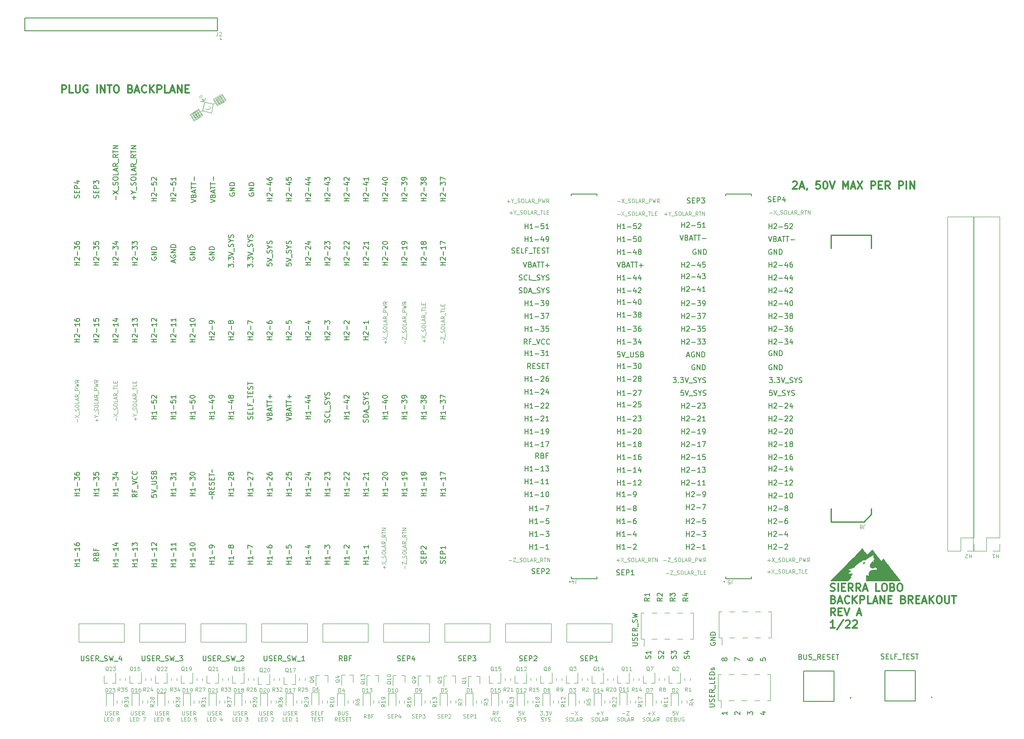
<source format=gto>
G04 #@! TF.GenerationSoftware,KiCad,Pcbnew,(6.0.0)*
G04 #@! TF.CreationDate,2022-01-05T15:59:25-05:00*
G04 #@! TF.ProjectId,backplane-breaout-big,6261636b-706c-4616-9e65-2d627265616f,rev?*
G04 #@! TF.SameCoordinates,Original*
G04 #@! TF.FileFunction,Legend,Top*
G04 #@! TF.FilePolarity,Positive*
%FSLAX46Y46*%
G04 Gerber Fmt 4.6, Leading zero omitted, Abs format (unit mm)*
G04 Created by KiCad (PCBNEW (6.0.0)) date 2022-01-05 15:59:25*
%MOMM*%
%LPD*%
G01*
G04 APERTURE LIST*
%ADD10C,0.300000*%
%ADD11C,0.120000*%
%ADD12C,0.150000*%
%ADD13C,0.125000*%
%ADD14C,0.200000*%
%ADD15C,0.254000*%
%ADD16C,0.127000*%
%ADD17C,0.010000*%
G04 APERTURE END LIST*
D10*
X110019285Y-60368571D02*
X110019285Y-58868571D01*
X110590714Y-58868571D01*
X110733571Y-58940000D01*
X110805000Y-59011428D01*
X110876428Y-59154285D01*
X110876428Y-59368571D01*
X110805000Y-59511428D01*
X110733571Y-59582857D01*
X110590714Y-59654285D01*
X110019285Y-59654285D01*
X112233571Y-60368571D02*
X111519285Y-60368571D01*
X111519285Y-58868571D01*
X112733571Y-58868571D02*
X112733571Y-60082857D01*
X112805000Y-60225714D01*
X112876428Y-60297142D01*
X113019285Y-60368571D01*
X113305000Y-60368571D01*
X113447857Y-60297142D01*
X113519285Y-60225714D01*
X113590714Y-60082857D01*
X113590714Y-58868571D01*
X115090714Y-58940000D02*
X114947857Y-58868571D01*
X114733571Y-58868571D01*
X114519285Y-58940000D01*
X114376428Y-59082857D01*
X114305000Y-59225714D01*
X114233571Y-59511428D01*
X114233571Y-59725714D01*
X114305000Y-60011428D01*
X114376428Y-60154285D01*
X114519285Y-60297142D01*
X114733571Y-60368571D01*
X114876428Y-60368571D01*
X115090714Y-60297142D01*
X115162142Y-60225714D01*
X115162142Y-59725714D01*
X114876428Y-59725714D01*
X116947857Y-60368571D02*
X116947857Y-58868571D01*
X117662142Y-60368571D02*
X117662142Y-58868571D01*
X118519285Y-60368571D01*
X118519285Y-58868571D01*
X119019285Y-58868571D02*
X119876428Y-58868571D01*
X119447857Y-60368571D02*
X119447857Y-58868571D01*
X120662142Y-58868571D02*
X120947857Y-58868571D01*
X121090714Y-58940000D01*
X121233571Y-59082857D01*
X121305000Y-59368571D01*
X121305000Y-59868571D01*
X121233571Y-60154285D01*
X121090714Y-60297142D01*
X120947857Y-60368571D01*
X120662142Y-60368571D01*
X120519285Y-60297142D01*
X120376428Y-60154285D01*
X120305000Y-59868571D01*
X120305000Y-59368571D01*
X120376428Y-59082857D01*
X120519285Y-58940000D01*
X120662142Y-58868571D01*
X123590714Y-59582857D02*
X123805000Y-59654285D01*
X123876428Y-59725714D01*
X123947857Y-59868571D01*
X123947857Y-60082857D01*
X123876428Y-60225714D01*
X123805000Y-60297142D01*
X123662142Y-60368571D01*
X123090714Y-60368571D01*
X123090714Y-58868571D01*
X123590714Y-58868571D01*
X123733571Y-58940000D01*
X123805000Y-59011428D01*
X123876428Y-59154285D01*
X123876428Y-59297142D01*
X123805000Y-59440000D01*
X123733571Y-59511428D01*
X123590714Y-59582857D01*
X123090714Y-59582857D01*
X124519285Y-59940000D02*
X125233571Y-59940000D01*
X124376428Y-60368571D02*
X124876428Y-58868571D01*
X125376428Y-60368571D01*
X126733571Y-60225714D02*
X126662142Y-60297142D01*
X126447857Y-60368571D01*
X126305000Y-60368571D01*
X126090714Y-60297142D01*
X125947857Y-60154285D01*
X125876428Y-60011428D01*
X125805000Y-59725714D01*
X125805000Y-59511428D01*
X125876428Y-59225714D01*
X125947857Y-59082857D01*
X126090714Y-58940000D01*
X126305000Y-58868571D01*
X126447857Y-58868571D01*
X126662142Y-58940000D01*
X126733571Y-59011428D01*
X127376428Y-60368571D02*
X127376428Y-58868571D01*
X128233571Y-60368571D02*
X127590714Y-59511428D01*
X128233571Y-58868571D02*
X127376428Y-59725714D01*
X128876428Y-60368571D02*
X128876428Y-58868571D01*
X129447857Y-58868571D01*
X129590714Y-58940000D01*
X129662142Y-59011428D01*
X129733571Y-59154285D01*
X129733571Y-59368571D01*
X129662142Y-59511428D01*
X129590714Y-59582857D01*
X129447857Y-59654285D01*
X128876428Y-59654285D01*
X131090714Y-60368571D02*
X130376428Y-60368571D01*
X130376428Y-58868571D01*
X131519285Y-59940000D02*
X132233571Y-59940000D01*
X131376428Y-60368571D02*
X131876428Y-58868571D01*
X132376428Y-60368571D01*
X132876428Y-60368571D02*
X132876428Y-58868571D01*
X133733571Y-60368571D01*
X133733571Y-58868571D01*
X134447857Y-59582857D02*
X134947857Y-59582857D01*
X135162142Y-60368571D02*
X134447857Y-60368571D01*
X134447857Y-58868571D01*
X135162142Y-58868571D01*
X254628571Y-78061428D02*
X254700000Y-77990000D01*
X254842857Y-77918571D01*
X255200000Y-77918571D01*
X255342857Y-77990000D01*
X255414285Y-78061428D01*
X255485714Y-78204285D01*
X255485714Y-78347142D01*
X255414285Y-78561428D01*
X254557142Y-79418571D01*
X255485714Y-79418571D01*
X256057142Y-78990000D02*
X256771428Y-78990000D01*
X255914285Y-79418571D02*
X256414285Y-77918571D01*
X256914285Y-79418571D01*
X257485714Y-79347142D02*
X257485714Y-79418571D01*
X257414285Y-79561428D01*
X257342857Y-79632857D01*
X259985714Y-77918571D02*
X259271428Y-77918571D01*
X259200000Y-78632857D01*
X259271428Y-78561428D01*
X259414285Y-78490000D01*
X259771428Y-78490000D01*
X259914285Y-78561428D01*
X259985714Y-78632857D01*
X260057142Y-78775714D01*
X260057142Y-79132857D01*
X259985714Y-79275714D01*
X259914285Y-79347142D01*
X259771428Y-79418571D01*
X259414285Y-79418571D01*
X259271428Y-79347142D01*
X259200000Y-79275714D01*
X260985714Y-77918571D02*
X261128571Y-77918571D01*
X261271428Y-77990000D01*
X261342857Y-78061428D01*
X261414285Y-78204285D01*
X261485714Y-78490000D01*
X261485714Y-78847142D01*
X261414285Y-79132857D01*
X261342857Y-79275714D01*
X261271428Y-79347142D01*
X261128571Y-79418571D01*
X260985714Y-79418571D01*
X260842857Y-79347142D01*
X260771428Y-79275714D01*
X260700000Y-79132857D01*
X260628571Y-78847142D01*
X260628571Y-78490000D01*
X260700000Y-78204285D01*
X260771428Y-78061428D01*
X260842857Y-77990000D01*
X260985714Y-77918571D01*
X261914285Y-77918571D02*
X262414285Y-79418571D01*
X262914285Y-77918571D01*
X264557142Y-79418571D02*
X264557142Y-77918571D01*
X265057142Y-78990000D01*
X265557142Y-77918571D01*
X265557142Y-79418571D01*
X266200000Y-78990000D02*
X266914285Y-78990000D01*
X266057142Y-79418571D02*
X266557142Y-77918571D01*
X267057142Y-79418571D01*
X267414285Y-77918571D02*
X268414285Y-79418571D01*
X268414285Y-77918571D02*
X267414285Y-79418571D01*
X270128571Y-79418571D02*
X270128571Y-77918571D01*
X270700000Y-77918571D01*
X270842857Y-77990000D01*
X270914285Y-78061428D01*
X270985714Y-78204285D01*
X270985714Y-78418571D01*
X270914285Y-78561428D01*
X270842857Y-78632857D01*
X270700000Y-78704285D01*
X270128571Y-78704285D01*
X271628571Y-78632857D02*
X272128571Y-78632857D01*
X272342857Y-79418571D02*
X271628571Y-79418571D01*
X271628571Y-77918571D01*
X272342857Y-77918571D01*
X273842857Y-79418571D02*
X273342857Y-78704285D01*
X272985714Y-79418571D02*
X272985714Y-77918571D01*
X273557142Y-77918571D01*
X273700000Y-77990000D01*
X273771428Y-78061428D01*
X273842857Y-78204285D01*
X273842857Y-78418571D01*
X273771428Y-78561428D01*
X273700000Y-78632857D01*
X273557142Y-78704285D01*
X272985714Y-78704285D01*
X275628571Y-79418571D02*
X275628571Y-77918571D01*
X276200000Y-77918571D01*
X276342857Y-77990000D01*
X276414285Y-78061428D01*
X276485714Y-78204285D01*
X276485714Y-78418571D01*
X276414285Y-78561428D01*
X276342857Y-78632857D01*
X276200000Y-78704285D01*
X275628571Y-78704285D01*
X277128571Y-79418571D02*
X277128571Y-77918571D01*
X277842857Y-79418571D02*
X277842857Y-77918571D01*
X278700000Y-79418571D01*
X278700000Y-77918571D01*
D11*
X139948003Y-62583521D02*
X139580464Y-64312658D01*
X139948003Y-62583521D02*
X140367339Y-62311202D01*
X137840471Y-64846441D02*
X137431992Y-64217438D01*
X135754650Y-65306716D02*
X137431992Y-64217438D01*
X142316999Y-61641259D02*
X140639658Y-62730537D01*
X142453159Y-61850927D02*
X141636200Y-60592921D01*
X141636200Y-60592921D02*
X139958859Y-61682199D01*
X139958859Y-61682199D02*
X140367339Y-62311202D01*
X140367339Y-62311202D02*
X140775818Y-62940205D01*
X140775818Y-62940205D02*
X142453159Y-61850927D01*
X140797530Y-61137560D02*
X141614488Y-62395566D01*
X141195153Y-62667885D02*
X140378195Y-61409879D01*
X141614488Y-62395566D02*
X142033824Y-62123246D01*
X142033824Y-62123246D02*
X141216865Y-60865240D01*
X140378195Y-61409879D02*
X140797530Y-61137560D01*
X142044680Y-61221924D02*
X140367339Y-62311202D01*
X140231179Y-62101534D02*
X141908520Y-61012256D01*
X141908520Y-61012256D02*
X141772360Y-60802588D01*
X140503498Y-62520869D02*
X142180839Y-61431591D01*
X142180839Y-61431591D02*
X142044680Y-61221924D01*
X140639658Y-62730537D02*
X140503498Y-62520869D01*
X141772360Y-60802588D02*
X140095019Y-61891867D01*
X138873736Y-62741938D02*
G75*
G03*
X138873736Y-62741938I-50990J0D01*
G01*
X138292374Y-61870155D02*
X137864851Y-61670846D01*
X137939851Y-61670846D02*
G75*
G03*
X137939851Y-61670846I-75000J0D01*
G01*
X137416112Y-62081497D02*
G75*
G03*
X138422518Y-61427929I312579J620319D01*
G01*
X137568151Y-64427106D02*
X135890810Y-65516384D01*
X136184842Y-64133075D02*
X135765506Y-64405394D01*
X135765506Y-64405394D02*
X136582465Y-65663400D01*
X137023512Y-63588435D02*
X135346171Y-64677714D01*
X135618491Y-65097049D02*
X135754650Y-65306716D01*
X135346171Y-64677714D02*
X136163130Y-65935719D01*
X137431992Y-64217438D02*
X137023512Y-63588435D01*
X138218866Y-62215982D02*
X137851327Y-63945119D01*
X137828345Y-61247417D02*
G75*
G03*
X137494724Y-61472961I-126887J-171826D01*
G01*
X138480330Y-63536640D02*
G75*
G03*
X139319000Y-62992000I419335J272320D01*
G01*
X138218866Y-62215982D02*
X138109938Y-62048248D01*
X138504721Y-62981579D02*
G75*
G03*
X138504721Y-62981579I-50990J0D01*
G01*
X137845218Y-60997987D02*
G75*
G03*
X137256507Y-61368886I-211839J-316424D01*
G01*
X137421136Y-65118761D02*
X137001800Y-65391080D01*
X137873039Y-62142474D02*
X137864851Y-61670846D01*
X139580464Y-64312658D02*
X137851327Y-63945119D01*
X136026970Y-65726052D02*
X137704311Y-64636774D01*
X135482331Y-64887381D02*
X137159672Y-63798103D01*
X136604177Y-63860755D02*
X137421136Y-65118761D01*
X137851327Y-63945119D02*
X137431992Y-64217438D01*
X139948003Y-62583521D02*
X138218866Y-62215982D01*
X137001800Y-65391080D02*
X136184842Y-64133075D01*
X136163130Y-65935719D02*
X137840471Y-64846441D01*
X137295832Y-64007771D02*
X135618491Y-65097049D01*
X137159672Y-63798103D02*
X137295832Y-64007771D01*
X135890810Y-65516384D02*
X136026970Y-65726052D01*
D12*
X249896666Y-100014904D02*
X249896666Y-99014904D01*
X249896666Y-99491095D02*
X250468095Y-99491095D01*
X250468095Y-100014904D02*
X250468095Y-99014904D01*
X250896666Y-99110143D02*
X250944285Y-99062524D01*
X251039523Y-99014904D01*
X251277619Y-99014904D01*
X251372857Y-99062524D01*
X251420476Y-99110143D01*
X251468095Y-99205381D01*
X251468095Y-99300619D01*
X251420476Y-99443476D01*
X250849047Y-100014904D01*
X251468095Y-100014904D01*
X251896666Y-99633952D02*
X252658571Y-99633952D01*
X253563333Y-99348238D02*
X253563333Y-100014904D01*
X253325238Y-98967285D02*
X253087142Y-99681571D01*
X253706190Y-99681571D01*
X254039523Y-99110143D02*
X254087142Y-99062524D01*
X254182380Y-99014904D01*
X254420476Y-99014904D01*
X254515714Y-99062524D01*
X254563333Y-99110143D01*
X254610952Y-99205381D01*
X254610952Y-99300619D01*
X254563333Y-99443476D01*
X253991904Y-100014904D01*
X254610952Y-100014904D01*
X219924666Y-117540904D02*
X219924666Y-116540904D01*
X219924666Y-117017095D02*
X220496095Y-117017095D01*
X220496095Y-117540904D02*
X220496095Y-116540904D01*
X221496095Y-117540904D02*
X220924666Y-117540904D01*
X221210380Y-117540904D02*
X221210380Y-116540904D01*
X221115142Y-116683762D01*
X221019904Y-116779000D01*
X220924666Y-116826619D01*
X221924666Y-117159952D02*
X222686571Y-117159952D01*
X223115142Y-116636143D02*
X223162761Y-116588524D01*
X223258000Y-116540904D01*
X223496095Y-116540904D01*
X223591333Y-116588524D01*
X223638952Y-116636143D01*
X223686571Y-116731381D01*
X223686571Y-116826619D01*
X223638952Y-116969476D01*
X223067523Y-117540904D01*
X223686571Y-117540904D01*
X224258000Y-116969476D02*
X224162761Y-116921857D01*
X224115142Y-116874238D01*
X224067523Y-116779000D01*
X224067523Y-116731381D01*
X224115142Y-116636143D01*
X224162761Y-116588524D01*
X224258000Y-116540904D01*
X224448476Y-116540904D01*
X224543714Y-116588524D01*
X224591333Y-116636143D01*
X224638952Y-116731381D01*
X224638952Y-116779000D01*
X224591333Y-116874238D01*
X224543714Y-116921857D01*
X224448476Y-116969476D01*
X224258000Y-116969476D01*
X224162761Y-117017095D01*
X224115142Y-117064714D01*
X224067523Y-117159952D01*
X224067523Y-117350428D01*
X224115142Y-117445666D01*
X224162761Y-117493285D01*
X224258000Y-117540904D01*
X224448476Y-117540904D01*
X224543714Y-117493285D01*
X224591333Y-117445666D01*
X224638952Y-117350428D01*
X224638952Y-117159952D01*
X224591333Y-117064714D01*
X224543714Y-117017095D01*
X224448476Y-116969476D01*
X201636666Y-117540904D02*
X201636666Y-116540904D01*
X201636666Y-117017095D02*
X202208095Y-117017095D01*
X202208095Y-117540904D02*
X202208095Y-116540904D01*
X203208095Y-117540904D02*
X202636666Y-117540904D01*
X202922380Y-117540904D02*
X202922380Y-116540904D01*
X202827142Y-116683762D01*
X202731904Y-116779000D01*
X202636666Y-116826619D01*
X203636666Y-117159952D02*
X204398571Y-117159952D01*
X204827142Y-116636143D02*
X204874761Y-116588524D01*
X204970000Y-116540904D01*
X205208095Y-116540904D01*
X205303333Y-116588524D01*
X205350952Y-116636143D01*
X205398571Y-116731381D01*
X205398571Y-116826619D01*
X205350952Y-116969476D01*
X204779523Y-117540904D01*
X205398571Y-117540904D01*
X206255714Y-116540904D02*
X206065238Y-116540904D01*
X205970000Y-116588524D01*
X205922380Y-116636143D01*
X205827142Y-116779000D01*
X205779523Y-116969476D01*
X205779523Y-117350428D01*
X205827142Y-117445666D01*
X205874761Y-117493285D01*
X205970000Y-117540904D01*
X206160476Y-117540904D01*
X206255714Y-117493285D01*
X206303333Y-117445666D01*
X206350952Y-117350428D01*
X206350952Y-117112333D01*
X206303333Y-117017095D01*
X206255714Y-116969476D01*
X206160476Y-116921857D01*
X205970000Y-116921857D01*
X205874761Y-116969476D01*
X205827142Y-117017095D01*
X205779523Y-117112333D01*
X243254619Y-183545714D02*
X243207000Y-183498095D01*
X243159380Y-183402857D01*
X243159380Y-183164761D01*
X243207000Y-183069523D01*
X243254619Y-183021904D01*
X243349857Y-182974285D01*
X243445095Y-182974285D01*
X243587952Y-183021904D01*
X244159380Y-183593333D01*
X244159380Y-182974285D01*
X219892857Y-145740380D02*
X219892857Y-144740380D01*
X219892857Y-145216571D02*
X220464285Y-145216571D01*
X220464285Y-145740380D02*
X220464285Y-144740380D01*
X221464285Y-145740380D02*
X220892857Y-145740380D01*
X221178571Y-145740380D02*
X221178571Y-144740380D01*
X221083333Y-144883238D01*
X220988095Y-144978476D01*
X220892857Y-145026095D01*
X221892857Y-145359428D02*
X222654761Y-145359428D01*
X223559523Y-144740380D02*
X223369047Y-144740380D01*
X223273809Y-144788000D01*
X223226190Y-144835619D01*
X223130952Y-144978476D01*
X223083333Y-145168952D01*
X223083333Y-145549904D01*
X223130952Y-145645142D01*
X223178571Y-145692761D01*
X223273809Y-145740380D01*
X223464285Y-145740380D01*
X223559523Y-145692761D01*
X223607142Y-145645142D01*
X223654761Y-145549904D01*
X223654761Y-145311809D01*
X223607142Y-145216571D01*
X223559523Y-145168952D01*
X223464285Y-145121333D01*
X223273809Y-145121333D01*
X223178571Y-145168952D01*
X223130952Y-145216571D01*
X223083333Y-145311809D01*
X249896666Y-107634904D02*
X249896666Y-106634904D01*
X249896666Y-107111095D02*
X250468095Y-107111095D01*
X250468095Y-107634904D02*
X250468095Y-106634904D01*
X250896666Y-106730143D02*
X250944285Y-106682524D01*
X251039523Y-106634904D01*
X251277619Y-106634904D01*
X251372857Y-106682524D01*
X251420476Y-106730143D01*
X251468095Y-106825381D01*
X251468095Y-106920619D01*
X251420476Y-107063476D01*
X250849047Y-107634904D01*
X251468095Y-107634904D01*
X251896666Y-107253952D02*
X252658571Y-107253952D01*
X253039523Y-106634904D02*
X253658571Y-106634904D01*
X253325238Y-107015857D01*
X253468095Y-107015857D01*
X253563333Y-107063476D01*
X253610952Y-107111095D01*
X253658571Y-107206333D01*
X253658571Y-107444428D01*
X253610952Y-107539666D01*
X253563333Y-107587285D01*
X253468095Y-107634904D01*
X253182380Y-107634904D01*
X253087142Y-107587285D01*
X253039523Y-107539666D01*
X254515714Y-106634904D02*
X254325238Y-106634904D01*
X254230000Y-106682524D01*
X254182380Y-106730143D01*
X254087142Y-106873000D01*
X254039523Y-107063476D01*
X254039523Y-107444428D01*
X254087142Y-107539666D01*
X254134761Y-107587285D01*
X254230000Y-107634904D01*
X254420476Y-107634904D01*
X254515714Y-107587285D01*
X254563333Y-107539666D01*
X254610952Y-107444428D01*
X254610952Y-107206333D01*
X254563333Y-107111095D01*
X254515714Y-107063476D01*
X254420476Y-107015857D01*
X254230000Y-107015857D01*
X254134761Y-107063476D01*
X254087142Y-107111095D01*
X254039523Y-107206333D01*
X249896666Y-105094904D02*
X249896666Y-104094904D01*
X249896666Y-104571095D02*
X250468095Y-104571095D01*
X250468095Y-105094904D02*
X250468095Y-104094904D01*
X250896666Y-104190143D02*
X250944285Y-104142524D01*
X251039523Y-104094904D01*
X251277619Y-104094904D01*
X251372857Y-104142524D01*
X251420476Y-104190143D01*
X251468095Y-104285381D01*
X251468095Y-104380619D01*
X251420476Y-104523476D01*
X250849047Y-105094904D01*
X251468095Y-105094904D01*
X251896666Y-104713952D02*
X252658571Y-104713952D01*
X253039523Y-104094904D02*
X253658571Y-104094904D01*
X253325238Y-104475857D01*
X253468095Y-104475857D01*
X253563333Y-104523476D01*
X253610952Y-104571095D01*
X253658571Y-104666333D01*
X253658571Y-104904428D01*
X253610952Y-104999666D01*
X253563333Y-105047285D01*
X253468095Y-105094904D01*
X253182380Y-105094904D01*
X253087142Y-105047285D01*
X253039523Y-104999666D01*
X254230000Y-104523476D02*
X254134761Y-104475857D01*
X254087142Y-104428238D01*
X254039523Y-104333000D01*
X254039523Y-104285381D01*
X254087142Y-104190143D01*
X254134761Y-104142524D01*
X254230000Y-104094904D01*
X254420476Y-104094904D01*
X254515714Y-104142524D01*
X254563333Y-104190143D01*
X254610952Y-104285381D01*
X254610952Y-104333000D01*
X254563333Y-104428238D01*
X254515714Y-104475857D01*
X254420476Y-104523476D01*
X254230000Y-104523476D01*
X254134761Y-104571095D01*
X254087142Y-104618714D01*
X254039523Y-104713952D01*
X254039523Y-104904428D01*
X254087142Y-104999666D01*
X254134761Y-105047285D01*
X254230000Y-105094904D01*
X254420476Y-105094904D01*
X254515714Y-105047285D01*
X254563333Y-104999666D01*
X254610952Y-104904428D01*
X254610952Y-104713952D01*
X254563333Y-104618714D01*
X254515714Y-104571095D01*
X254420476Y-104523476D01*
X248239380Y-172353904D02*
X248239380Y-172830095D01*
X248715571Y-172877714D01*
X248667952Y-172830095D01*
X248620333Y-172734857D01*
X248620333Y-172496761D01*
X248667952Y-172401523D01*
X248715571Y-172353904D01*
X248810809Y-172306285D01*
X249048904Y-172306285D01*
X249144142Y-172353904D01*
X249191761Y-172401523D01*
X249239380Y-172496761D01*
X249239380Y-172734857D01*
X249191761Y-172830095D01*
X249144142Y-172877714D01*
X201636666Y-89854904D02*
X201636666Y-88854904D01*
X201636666Y-89331095D02*
X202208095Y-89331095D01*
X202208095Y-89854904D02*
X202208095Y-88854904D01*
X203208095Y-89854904D02*
X202636666Y-89854904D01*
X202922380Y-89854904D02*
X202922380Y-88854904D01*
X202827142Y-88997762D01*
X202731904Y-89093000D01*
X202636666Y-89140619D01*
X203636666Y-89473952D02*
X204398571Y-89473952D01*
X205303333Y-89188238D02*
X205303333Y-89854904D01*
X205065238Y-88807285D02*
X204827142Y-89521571D01*
X205446190Y-89521571D01*
X205874761Y-89854904D02*
X206065238Y-89854904D01*
X206160476Y-89807285D01*
X206208095Y-89759666D01*
X206303333Y-89616809D01*
X206350952Y-89426333D01*
X206350952Y-89045381D01*
X206303333Y-88950143D01*
X206255714Y-88902524D01*
X206160476Y-88854904D01*
X205970000Y-88854904D01*
X205874761Y-88902524D01*
X205827142Y-88950143D01*
X205779523Y-89045381D01*
X205779523Y-89283476D01*
X205827142Y-89378714D01*
X205874761Y-89426333D01*
X205970000Y-89473952D01*
X206160476Y-89473952D01*
X206255714Y-89426333D01*
X206303333Y-89378714D01*
X206350952Y-89283476D01*
X219781714Y-155852761D02*
X219924571Y-155900380D01*
X220162666Y-155900380D01*
X220257904Y-155852761D01*
X220305523Y-155805142D01*
X220353142Y-155709904D01*
X220353142Y-155614666D01*
X220305523Y-155519428D01*
X220257904Y-155471809D01*
X220162666Y-155424190D01*
X219972190Y-155376571D01*
X219876952Y-155328952D01*
X219829333Y-155281333D01*
X219781714Y-155186095D01*
X219781714Y-155090857D01*
X219829333Y-154995619D01*
X219876952Y-154948000D01*
X219972190Y-154900380D01*
X220210285Y-154900380D01*
X220353142Y-154948000D01*
X220781714Y-155376571D02*
X221115047Y-155376571D01*
X221257904Y-155900380D02*
X220781714Y-155900380D01*
X220781714Y-154900380D01*
X221257904Y-154900380D01*
X221686476Y-155900380D02*
X221686476Y-154900380D01*
X222067428Y-154900380D01*
X222162666Y-154948000D01*
X222210285Y-154995619D01*
X222257904Y-155090857D01*
X222257904Y-155233714D01*
X222210285Y-155328952D01*
X222162666Y-155376571D01*
X222067428Y-155424190D01*
X221686476Y-155424190D01*
X223210285Y-155900380D02*
X222638857Y-155900380D01*
X222924571Y-155900380D02*
X222924571Y-154900380D01*
X222829333Y-155043238D01*
X222734095Y-155138476D01*
X222638857Y-155186095D01*
X232624666Y-110174904D02*
X232624666Y-109174904D01*
X232624666Y-109651095D02*
X233196095Y-109651095D01*
X233196095Y-110174904D02*
X233196095Y-109174904D01*
X233624666Y-109270143D02*
X233672285Y-109222524D01*
X233767523Y-109174904D01*
X234005619Y-109174904D01*
X234100857Y-109222524D01*
X234148476Y-109270143D01*
X234196095Y-109365381D01*
X234196095Y-109460619D01*
X234148476Y-109603476D01*
X233577047Y-110174904D01*
X234196095Y-110174904D01*
X234624666Y-109793952D02*
X235386571Y-109793952D01*
X235767523Y-109174904D02*
X236386571Y-109174904D01*
X236053238Y-109555857D01*
X236196095Y-109555857D01*
X236291333Y-109603476D01*
X236338952Y-109651095D01*
X236386571Y-109746333D01*
X236386571Y-109984428D01*
X236338952Y-110079666D01*
X236291333Y-110127285D01*
X236196095Y-110174904D01*
X235910380Y-110174904D01*
X235815142Y-110127285D01*
X235767523Y-110079666D01*
X236719904Y-109174904D02*
X237338952Y-109174904D01*
X237005619Y-109555857D01*
X237148476Y-109555857D01*
X237243714Y-109603476D01*
X237291333Y-109651095D01*
X237338952Y-109746333D01*
X237338952Y-109984428D01*
X237291333Y-110079666D01*
X237243714Y-110127285D01*
X237148476Y-110174904D01*
X236862761Y-110174904D01*
X236767523Y-110127285D01*
X236719904Y-110079666D01*
D13*
X128508285Y-182881535D02*
X128508285Y-183488678D01*
X128544000Y-183560107D01*
X128579714Y-183595821D01*
X128651142Y-183631535D01*
X128794000Y-183631535D01*
X128865428Y-183595821D01*
X128901142Y-183560107D01*
X128936857Y-183488678D01*
X128936857Y-182881535D01*
X129258285Y-183595821D02*
X129365428Y-183631535D01*
X129544000Y-183631535D01*
X129615428Y-183595821D01*
X129651142Y-183560107D01*
X129686857Y-183488678D01*
X129686857Y-183417250D01*
X129651142Y-183345821D01*
X129615428Y-183310107D01*
X129544000Y-183274392D01*
X129401142Y-183238678D01*
X129329714Y-183202964D01*
X129294000Y-183167250D01*
X129258285Y-183095821D01*
X129258285Y-183024392D01*
X129294000Y-182952964D01*
X129329714Y-182917250D01*
X129401142Y-182881535D01*
X129579714Y-182881535D01*
X129686857Y-182917250D01*
X130008285Y-183238678D02*
X130258285Y-183238678D01*
X130365428Y-183631535D02*
X130008285Y-183631535D01*
X130008285Y-182881535D01*
X130365428Y-182881535D01*
X131115428Y-183631535D02*
X130865428Y-183274392D01*
X130686857Y-183631535D02*
X130686857Y-182881535D01*
X130972571Y-182881535D01*
X131044000Y-182917250D01*
X131079714Y-182952964D01*
X131115428Y-183024392D01*
X131115428Y-183131535D01*
X131079714Y-183202964D01*
X131044000Y-183238678D01*
X130972571Y-183274392D01*
X130686857Y-183274392D01*
X128669000Y-184839035D02*
X128311857Y-184839035D01*
X128311857Y-184089035D01*
X128919000Y-184446178D02*
X129169000Y-184446178D01*
X129276142Y-184839035D02*
X128919000Y-184839035D01*
X128919000Y-184089035D01*
X129276142Y-184089035D01*
X129597571Y-184839035D02*
X129597571Y-184089035D01*
X129776142Y-184089035D01*
X129883285Y-184124750D01*
X129954714Y-184196178D01*
X129990428Y-184267607D01*
X130026142Y-184410464D01*
X130026142Y-184517607D01*
X129990428Y-184660464D01*
X129954714Y-184731892D01*
X129883285Y-184803321D01*
X129776142Y-184839035D01*
X129597571Y-184839035D01*
X131240428Y-184089035D02*
X131097571Y-184089035D01*
X131026142Y-184124750D01*
X130990428Y-184160464D01*
X130919000Y-184267607D01*
X130883285Y-184410464D01*
X130883285Y-184696178D01*
X130919000Y-184767607D01*
X130954714Y-184803321D01*
X131026142Y-184839035D01*
X131169000Y-184839035D01*
X131240428Y-184803321D01*
X131276142Y-184767607D01*
X131311857Y-184696178D01*
X131311857Y-184517607D01*
X131276142Y-184446178D01*
X131240428Y-184410464D01*
X131169000Y-184374750D01*
X131026142Y-184374750D01*
X130954714Y-184410464D01*
X130919000Y-184446178D01*
X130883285Y-184517607D01*
X153908285Y-182881535D02*
X153908285Y-183488678D01*
X153944000Y-183560107D01*
X153979714Y-183595821D01*
X154051142Y-183631535D01*
X154194000Y-183631535D01*
X154265428Y-183595821D01*
X154301142Y-183560107D01*
X154336857Y-183488678D01*
X154336857Y-182881535D01*
X154658285Y-183595821D02*
X154765428Y-183631535D01*
X154944000Y-183631535D01*
X155015428Y-183595821D01*
X155051142Y-183560107D01*
X155086857Y-183488678D01*
X155086857Y-183417250D01*
X155051142Y-183345821D01*
X155015428Y-183310107D01*
X154944000Y-183274392D01*
X154801142Y-183238678D01*
X154729714Y-183202964D01*
X154694000Y-183167250D01*
X154658285Y-183095821D01*
X154658285Y-183024392D01*
X154694000Y-182952964D01*
X154729714Y-182917250D01*
X154801142Y-182881535D01*
X154979714Y-182881535D01*
X155086857Y-182917250D01*
X155408285Y-183238678D02*
X155658285Y-183238678D01*
X155765428Y-183631535D02*
X155408285Y-183631535D01*
X155408285Y-182881535D01*
X155765428Y-182881535D01*
X156515428Y-183631535D02*
X156265428Y-183274392D01*
X156086857Y-183631535D02*
X156086857Y-182881535D01*
X156372571Y-182881535D01*
X156444000Y-182917250D01*
X156479714Y-182952964D01*
X156515428Y-183024392D01*
X156515428Y-183131535D01*
X156479714Y-183202964D01*
X156444000Y-183238678D01*
X156372571Y-183274392D01*
X156086857Y-183274392D01*
X154069000Y-184839035D02*
X153711857Y-184839035D01*
X153711857Y-184089035D01*
X154319000Y-184446178D02*
X154569000Y-184446178D01*
X154676142Y-184839035D02*
X154319000Y-184839035D01*
X154319000Y-184089035D01*
X154676142Y-184089035D01*
X154997571Y-184839035D02*
X154997571Y-184089035D01*
X155176142Y-184089035D01*
X155283285Y-184124750D01*
X155354714Y-184196178D01*
X155390428Y-184267607D01*
X155426142Y-184410464D01*
X155426142Y-184517607D01*
X155390428Y-184660464D01*
X155354714Y-184731892D01*
X155283285Y-184803321D01*
X155176142Y-184839035D01*
X154997571Y-184839035D01*
X156711857Y-184839035D02*
X156283285Y-184839035D01*
X156497571Y-184839035D02*
X156497571Y-184089035D01*
X156426142Y-184196178D01*
X156354714Y-184267607D01*
X156283285Y-184303321D01*
D12*
X234084761Y-172465904D02*
X234132380Y-172323047D01*
X234132380Y-172084952D01*
X234084761Y-171989714D01*
X234037142Y-171942095D01*
X233941904Y-171894476D01*
X233846666Y-171894476D01*
X233751428Y-171942095D01*
X233703809Y-171989714D01*
X233656190Y-172084952D01*
X233608571Y-172275428D01*
X233560952Y-172370666D01*
X233513333Y-172418285D01*
X233418095Y-172465904D01*
X233322857Y-172465904D01*
X233227619Y-172418285D01*
X233180000Y-172370666D01*
X233132380Y-172275428D01*
X233132380Y-172037333D01*
X233180000Y-171894476D01*
X233465714Y-171037333D02*
X234132380Y-171037333D01*
X233084761Y-171275428D02*
X233799047Y-171513523D01*
X233799047Y-170894476D01*
D13*
X144002285Y-182881535D02*
X144002285Y-183488678D01*
X144038000Y-183560107D01*
X144073714Y-183595821D01*
X144145142Y-183631535D01*
X144288000Y-183631535D01*
X144359428Y-183595821D01*
X144395142Y-183560107D01*
X144430857Y-183488678D01*
X144430857Y-182881535D01*
X144752285Y-183595821D02*
X144859428Y-183631535D01*
X145038000Y-183631535D01*
X145109428Y-183595821D01*
X145145142Y-183560107D01*
X145180857Y-183488678D01*
X145180857Y-183417250D01*
X145145142Y-183345821D01*
X145109428Y-183310107D01*
X145038000Y-183274392D01*
X144895142Y-183238678D01*
X144823714Y-183202964D01*
X144788000Y-183167250D01*
X144752285Y-183095821D01*
X144752285Y-183024392D01*
X144788000Y-182952964D01*
X144823714Y-182917250D01*
X144895142Y-182881535D01*
X145073714Y-182881535D01*
X145180857Y-182917250D01*
X145502285Y-183238678D02*
X145752285Y-183238678D01*
X145859428Y-183631535D02*
X145502285Y-183631535D01*
X145502285Y-182881535D01*
X145859428Y-182881535D01*
X146609428Y-183631535D02*
X146359428Y-183274392D01*
X146180857Y-183631535D02*
X146180857Y-182881535D01*
X146466571Y-182881535D01*
X146538000Y-182917250D01*
X146573714Y-182952964D01*
X146609428Y-183024392D01*
X146609428Y-183131535D01*
X146573714Y-183202964D01*
X146538000Y-183238678D01*
X146466571Y-183274392D01*
X146180857Y-183274392D01*
X144163000Y-184839035D02*
X143805857Y-184839035D01*
X143805857Y-184089035D01*
X144413000Y-184446178D02*
X144663000Y-184446178D01*
X144770142Y-184839035D02*
X144413000Y-184839035D01*
X144413000Y-184089035D01*
X144770142Y-184089035D01*
X145091571Y-184839035D02*
X145091571Y-184089035D01*
X145270142Y-184089035D01*
X145377285Y-184124750D01*
X145448714Y-184196178D01*
X145484428Y-184267607D01*
X145520142Y-184410464D01*
X145520142Y-184517607D01*
X145484428Y-184660464D01*
X145448714Y-184731892D01*
X145377285Y-184803321D01*
X145270142Y-184839035D01*
X145091571Y-184839035D01*
X146341571Y-184089035D02*
X146805857Y-184089035D01*
X146555857Y-184374750D01*
X146663000Y-184374750D01*
X146734428Y-184410464D01*
X146770142Y-184446178D01*
X146805857Y-184517607D01*
X146805857Y-184696178D01*
X146770142Y-184767607D01*
X146734428Y-184803321D01*
X146663000Y-184839035D01*
X146448714Y-184839035D01*
X146377285Y-184803321D01*
X146341571Y-184767607D01*
D12*
X249864857Y-145734904D02*
X249864857Y-144734904D01*
X249864857Y-145211095D02*
X250436285Y-145211095D01*
X250436285Y-145734904D02*
X250436285Y-144734904D01*
X250864857Y-144830143D02*
X250912476Y-144782524D01*
X251007714Y-144734904D01*
X251245809Y-144734904D01*
X251341047Y-144782524D01*
X251388666Y-144830143D01*
X251436285Y-144925381D01*
X251436285Y-145020619D01*
X251388666Y-145163476D01*
X250817238Y-145734904D01*
X251436285Y-145734904D01*
X251864857Y-145353952D02*
X252626761Y-145353952D01*
X253531523Y-144734904D02*
X253341047Y-144734904D01*
X253245809Y-144782524D01*
X253198190Y-144830143D01*
X253102952Y-144973000D01*
X253055333Y-145163476D01*
X253055333Y-145544428D01*
X253102952Y-145639666D01*
X253150571Y-145687285D01*
X253245809Y-145734904D01*
X253436285Y-145734904D01*
X253531523Y-145687285D01*
X253579142Y-145639666D01*
X253626761Y-145544428D01*
X253626761Y-145306333D01*
X253579142Y-145211095D01*
X253531523Y-145163476D01*
X253436285Y-145115857D01*
X253245809Y-145115857D01*
X253150571Y-145163476D01*
X253102952Y-145211095D01*
X253055333Y-145306333D01*
X199057142Y-92093285D02*
X199200000Y-92140904D01*
X199438095Y-92140904D01*
X199533333Y-92093285D01*
X199580952Y-92045666D01*
X199628571Y-91950428D01*
X199628571Y-91855190D01*
X199580952Y-91759952D01*
X199533333Y-91712333D01*
X199438095Y-91664714D01*
X199247619Y-91617095D01*
X199152380Y-91569476D01*
X199104761Y-91521857D01*
X199057142Y-91426619D01*
X199057142Y-91331381D01*
X199104761Y-91236143D01*
X199152380Y-91188524D01*
X199247619Y-91140904D01*
X199485714Y-91140904D01*
X199628571Y-91188524D01*
X200057142Y-91617095D02*
X200390476Y-91617095D01*
X200533333Y-92140904D02*
X200057142Y-92140904D01*
X200057142Y-91140904D01*
X200533333Y-91140904D01*
X201438095Y-92140904D02*
X200961904Y-92140904D01*
X200961904Y-91140904D01*
X202104761Y-91617095D02*
X201771428Y-91617095D01*
X201771428Y-92140904D02*
X201771428Y-91140904D01*
X202247619Y-91140904D01*
X202390476Y-92236143D02*
X203152380Y-92236143D01*
X203247619Y-91140904D02*
X203819047Y-91140904D01*
X203533333Y-92140904D02*
X203533333Y-91140904D01*
X204152380Y-91617095D02*
X204485714Y-91617095D01*
X204628571Y-92140904D02*
X204152380Y-92140904D01*
X204152380Y-91140904D01*
X204628571Y-91140904D01*
X205009523Y-92093285D02*
X205152380Y-92140904D01*
X205390476Y-92140904D01*
X205485714Y-92093285D01*
X205533333Y-92045666D01*
X205580952Y-91950428D01*
X205580952Y-91855190D01*
X205533333Y-91759952D01*
X205485714Y-91712333D01*
X205390476Y-91664714D01*
X205200000Y-91617095D01*
X205104761Y-91569476D01*
X205057142Y-91521857D01*
X205009523Y-91426619D01*
X205009523Y-91331381D01*
X205057142Y-91236143D01*
X205104761Y-91188524D01*
X205200000Y-91140904D01*
X205438095Y-91140904D01*
X205580952Y-91188524D01*
X205866666Y-91140904D02*
X206438095Y-91140904D01*
X206152380Y-92140904D02*
X206152380Y-91140904D01*
X219924666Y-130494904D02*
X219924666Y-129494904D01*
X219924666Y-129971095D02*
X220496095Y-129971095D01*
X220496095Y-130494904D02*
X220496095Y-129494904D01*
X221496095Y-130494904D02*
X220924666Y-130494904D01*
X221210380Y-130494904D02*
X221210380Y-129494904D01*
X221115142Y-129637762D01*
X221019904Y-129733000D01*
X220924666Y-129780619D01*
X221924666Y-130113952D02*
X222686571Y-130113952D01*
X223686571Y-130494904D02*
X223115142Y-130494904D01*
X223400857Y-130494904D02*
X223400857Y-129494904D01*
X223305619Y-129637762D01*
X223210380Y-129733000D01*
X223115142Y-129780619D01*
X224258000Y-129923476D02*
X224162761Y-129875857D01*
X224115142Y-129828238D01*
X224067523Y-129733000D01*
X224067523Y-129685381D01*
X224115142Y-129590143D01*
X224162761Y-129542524D01*
X224258000Y-129494904D01*
X224448476Y-129494904D01*
X224543714Y-129542524D01*
X224591333Y-129590143D01*
X224638952Y-129685381D01*
X224638952Y-129733000D01*
X224591333Y-129828238D01*
X224543714Y-129875857D01*
X224448476Y-129923476D01*
X224258000Y-129923476D01*
X224162761Y-129971095D01*
X224115142Y-130018714D01*
X224067523Y-130113952D01*
X224067523Y-130304428D01*
X224115142Y-130399666D01*
X224162761Y-130447285D01*
X224258000Y-130494904D01*
X224448476Y-130494904D01*
X224543714Y-130447285D01*
X224591333Y-130399666D01*
X224638952Y-130304428D01*
X224638952Y-130113952D01*
X224591333Y-130018714D01*
X224543714Y-129971095D01*
X224448476Y-129923476D01*
D13*
X123682285Y-182881535D02*
X123682285Y-183488678D01*
X123718000Y-183560107D01*
X123753714Y-183595821D01*
X123825142Y-183631535D01*
X123968000Y-183631535D01*
X124039428Y-183595821D01*
X124075142Y-183560107D01*
X124110857Y-183488678D01*
X124110857Y-182881535D01*
X124432285Y-183595821D02*
X124539428Y-183631535D01*
X124718000Y-183631535D01*
X124789428Y-183595821D01*
X124825142Y-183560107D01*
X124860857Y-183488678D01*
X124860857Y-183417250D01*
X124825142Y-183345821D01*
X124789428Y-183310107D01*
X124718000Y-183274392D01*
X124575142Y-183238678D01*
X124503714Y-183202964D01*
X124468000Y-183167250D01*
X124432285Y-183095821D01*
X124432285Y-183024392D01*
X124468000Y-182952964D01*
X124503714Y-182917250D01*
X124575142Y-182881535D01*
X124753714Y-182881535D01*
X124860857Y-182917250D01*
X125182285Y-183238678D02*
X125432285Y-183238678D01*
X125539428Y-183631535D02*
X125182285Y-183631535D01*
X125182285Y-182881535D01*
X125539428Y-182881535D01*
X126289428Y-183631535D02*
X126039428Y-183274392D01*
X125860857Y-183631535D02*
X125860857Y-182881535D01*
X126146571Y-182881535D01*
X126218000Y-182917250D01*
X126253714Y-182952964D01*
X126289428Y-183024392D01*
X126289428Y-183131535D01*
X126253714Y-183202964D01*
X126218000Y-183238678D01*
X126146571Y-183274392D01*
X125860857Y-183274392D01*
X123843000Y-184839035D02*
X123485857Y-184839035D01*
X123485857Y-184089035D01*
X124093000Y-184446178D02*
X124343000Y-184446178D01*
X124450142Y-184839035D02*
X124093000Y-184839035D01*
X124093000Y-184089035D01*
X124450142Y-184089035D01*
X124771571Y-184839035D02*
X124771571Y-184089035D01*
X124950142Y-184089035D01*
X125057285Y-184124750D01*
X125128714Y-184196178D01*
X125164428Y-184267607D01*
X125200142Y-184410464D01*
X125200142Y-184517607D01*
X125164428Y-184660464D01*
X125128714Y-184731892D01*
X125057285Y-184803321D01*
X124950142Y-184839035D01*
X124771571Y-184839035D01*
X126021571Y-184089035D02*
X126521571Y-184089035D01*
X126200142Y-184839035D01*
D12*
X241619380Y-182974285D02*
X241619380Y-183545714D01*
X241619380Y-183260000D02*
X240619380Y-183260000D01*
X240762238Y-183355238D01*
X240857476Y-183450476D01*
X240905095Y-183545714D01*
D13*
X219893142Y-81836095D02*
X220464571Y-81836095D01*
X220750285Y-81371809D02*
X221250285Y-82121809D01*
X221250285Y-81371809D02*
X220750285Y-82121809D01*
X221357428Y-82193238D02*
X221928857Y-82193238D01*
X222071714Y-82086095D02*
X222178857Y-82121809D01*
X222357428Y-82121809D01*
X222428857Y-82086095D01*
X222464571Y-82050381D01*
X222500285Y-81978952D01*
X222500285Y-81907524D01*
X222464571Y-81836095D01*
X222428857Y-81800381D01*
X222357428Y-81764666D01*
X222214571Y-81728952D01*
X222143142Y-81693238D01*
X222107428Y-81657524D01*
X222071714Y-81586095D01*
X222071714Y-81514666D01*
X222107428Y-81443238D01*
X222143142Y-81407524D01*
X222214571Y-81371809D01*
X222393142Y-81371809D01*
X222500285Y-81407524D01*
X222964571Y-81371809D02*
X223107428Y-81371809D01*
X223178857Y-81407524D01*
X223250285Y-81478952D01*
X223286000Y-81621809D01*
X223286000Y-81871809D01*
X223250285Y-82014666D01*
X223178857Y-82086095D01*
X223107428Y-82121809D01*
X222964571Y-82121809D01*
X222893142Y-82086095D01*
X222821714Y-82014666D01*
X222786000Y-81871809D01*
X222786000Y-81621809D01*
X222821714Y-81478952D01*
X222893142Y-81407524D01*
X222964571Y-81371809D01*
X223964571Y-82121809D02*
X223607428Y-82121809D01*
X223607428Y-81371809D01*
X224178857Y-81907524D02*
X224536000Y-81907524D01*
X224107428Y-82121809D02*
X224357428Y-81371809D01*
X224607428Y-82121809D01*
X225286000Y-82121809D02*
X225036000Y-81764666D01*
X224857428Y-82121809D02*
X224857428Y-81371809D01*
X225143142Y-81371809D01*
X225214571Y-81407524D01*
X225250285Y-81443238D01*
X225286000Y-81514666D01*
X225286000Y-81621809D01*
X225250285Y-81693238D01*
X225214571Y-81728952D01*
X225143142Y-81764666D01*
X224857428Y-81764666D01*
X225428857Y-82193238D02*
X226000285Y-82193238D01*
X226178857Y-82121809D02*
X226178857Y-81371809D01*
X226464571Y-81371809D01*
X226536000Y-81407524D01*
X226571714Y-81443238D01*
X226607428Y-81514666D01*
X226607428Y-81621809D01*
X226571714Y-81693238D01*
X226536000Y-81728952D01*
X226464571Y-81764666D01*
X226178857Y-81764666D01*
X226857428Y-81371809D02*
X227036000Y-82121809D01*
X227178857Y-81586095D01*
X227321714Y-82121809D01*
X227500285Y-81371809D01*
X228214571Y-82121809D02*
X227964571Y-81764666D01*
X227786000Y-82121809D02*
X227786000Y-81371809D01*
X228071714Y-81371809D01*
X228143142Y-81407524D01*
X228178857Y-81443238D01*
X228214571Y-81514666D01*
X228214571Y-81621809D01*
X228178857Y-81693238D01*
X228143142Y-81728952D01*
X228071714Y-81764666D01*
X227786000Y-81764666D01*
D12*
X201636666Y-112460904D02*
X201636666Y-111460904D01*
X201636666Y-111937095D02*
X202208095Y-111937095D01*
X202208095Y-112460904D02*
X202208095Y-111460904D01*
X203208095Y-112460904D02*
X202636666Y-112460904D01*
X202922380Y-112460904D02*
X202922380Y-111460904D01*
X202827142Y-111603762D01*
X202731904Y-111699000D01*
X202636666Y-111746619D01*
X203636666Y-112079952D02*
X204398571Y-112079952D01*
X204779523Y-111460904D02*
X205398571Y-111460904D01*
X205065238Y-111841857D01*
X205208095Y-111841857D01*
X205303333Y-111889476D01*
X205350952Y-111937095D01*
X205398571Y-112032333D01*
X205398571Y-112270428D01*
X205350952Y-112365666D01*
X205303333Y-112413285D01*
X205208095Y-112460904D01*
X204922380Y-112460904D01*
X204827142Y-112413285D01*
X204779523Y-112365666D01*
X206350952Y-112460904D02*
X205779523Y-112460904D01*
X206065238Y-112460904D02*
X206065238Y-111460904D01*
X205970000Y-111603762D01*
X205874761Y-111699000D01*
X205779523Y-111746619D01*
X228798380Y-160440666D02*
X228322190Y-160774000D01*
X228798380Y-161012095D02*
X227798380Y-161012095D01*
X227798380Y-160631142D01*
X227846000Y-160535904D01*
X227893619Y-160488285D01*
X227988857Y-160440666D01*
X228131714Y-160440666D01*
X228226952Y-160488285D01*
X228274571Y-160535904D01*
X228322190Y-160631142D01*
X228322190Y-161012095D01*
X227893619Y-160059714D02*
X227846000Y-160012095D01*
X227798380Y-159916857D01*
X227798380Y-159678761D01*
X227846000Y-159583523D01*
X227893619Y-159535904D01*
X227988857Y-159488285D01*
X228084095Y-159488285D01*
X228226952Y-159535904D01*
X228798380Y-160107333D01*
X228798380Y-159488285D01*
X201636666Y-107634904D02*
X201636666Y-106634904D01*
X201636666Y-107111095D02*
X202208095Y-107111095D01*
X202208095Y-107634904D02*
X202208095Y-106634904D01*
X203208095Y-107634904D02*
X202636666Y-107634904D01*
X202922380Y-107634904D02*
X202922380Y-106634904D01*
X202827142Y-106777762D01*
X202731904Y-106873000D01*
X202636666Y-106920619D01*
X203636666Y-107253952D02*
X204398571Y-107253952D01*
X204779523Y-106634904D02*
X205398571Y-106634904D01*
X205065238Y-107015857D01*
X205208095Y-107015857D01*
X205303333Y-107063476D01*
X205350952Y-107111095D01*
X205398571Y-107206333D01*
X205398571Y-107444428D01*
X205350952Y-107539666D01*
X205303333Y-107587285D01*
X205208095Y-107634904D01*
X204922380Y-107634904D01*
X204827142Y-107587285D01*
X204779523Y-107539666D01*
X206303333Y-106634904D02*
X205827142Y-106634904D01*
X205779523Y-107111095D01*
X205827142Y-107063476D01*
X205922380Y-107015857D01*
X206160476Y-107015857D01*
X206255714Y-107063476D01*
X206303333Y-107111095D01*
X206350952Y-107206333D01*
X206350952Y-107444428D01*
X206303333Y-107539666D01*
X206255714Y-107587285D01*
X206160476Y-107634904D01*
X205922380Y-107634904D01*
X205827142Y-107587285D01*
X205779523Y-107539666D01*
X233704095Y-112429190D02*
X234180285Y-112429190D01*
X233608857Y-112714904D02*
X233942190Y-111714904D01*
X234275523Y-112714904D01*
X235132666Y-111762524D02*
X235037428Y-111714904D01*
X234894571Y-111714904D01*
X234751714Y-111762524D01*
X234656476Y-111857762D01*
X234608857Y-111953000D01*
X234561238Y-112143476D01*
X234561238Y-112286333D01*
X234608857Y-112476809D01*
X234656476Y-112572047D01*
X234751714Y-112667285D01*
X234894571Y-112714904D01*
X234989809Y-112714904D01*
X235132666Y-112667285D01*
X235180285Y-112619666D01*
X235180285Y-112286333D01*
X234989809Y-112286333D01*
X235608857Y-112714904D02*
X235608857Y-111714904D01*
X236180285Y-112714904D01*
X236180285Y-111714904D01*
X236656476Y-112714904D02*
X236656476Y-111714904D01*
X236894571Y-111714904D01*
X237037428Y-111762524D01*
X237132666Y-111857762D01*
X237180285Y-111953000D01*
X237227904Y-112143476D01*
X237227904Y-112286333D01*
X237180285Y-112476809D01*
X237132666Y-112572047D01*
X237037428Y-112667285D01*
X236894571Y-112714904D01*
X236656476Y-112714904D01*
X249896666Y-140654904D02*
X249896666Y-139654904D01*
X249896666Y-140131095D02*
X250468095Y-140131095D01*
X250468095Y-140654904D02*
X250468095Y-139654904D01*
X250896666Y-139750143D02*
X250944285Y-139702524D01*
X251039523Y-139654904D01*
X251277619Y-139654904D01*
X251372857Y-139702524D01*
X251420476Y-139750143D01*
X251468095Y-139845381D01*
X251468095Y-139940619D01*
X251420476Y-140083476D01*
X250849047Y-140654904D01*
X251468095Y-140654904D01*
X251896666Y-140273952D02*
X252658571Y-140273952D01*
X253658571Y-140654904D02*
X253087142Y-140654904D01*
X253372857Y-140654904D02*
X253372857Y-139654904D01*
X253277619Y-139797762D01*
X253182380Y-139893000D01*
X253087142Y-139940619D01*
X254277619Y-139654904D02*
X254372857Y-139654904D01*
X254468095Y-139702524D01*
X254515714Y-139750143D01*
X254563333Y-139845381D01*
X254610952Y-140035857D01*
X254610952Y-140273952D01*
X254563333Y-140464428D01*
X254515714Y-140559666D01*
X254468095Y-140607285D01*
X254372857Y-140654904D01*
X254277619Y-140654904D01*
X254182380Y-140607285D01*
X254134761Y-140559666D01*
X254087142Y-140464428D01*
X254039523Y-140273952D01*
X254039523Y-140035857D01*
X254087142Y-139845381D01*
X254134761Y-139750143D01*
X254182380Y-139702524D01*
X254277619Y-139654904D01*
D13*
X149082285Y-182881535D02*
X149082285Y-183488678D01*
X149118000Y-183560107D01*
X149153714Y-183595821D01*
X149225142Y-183631535D01*
X149368000Y-183631535D01*
X149439428Y-183595821D01*
X149475142Y-183560107D01*
X149510857Y-183488678D01*
X149510857Y-182881535D01*
X149832285Y-183595821D02*
X149939428Y-183631535D01*
X150118000Y-183631535D01*
X150189428Y-183595821D01*
X150225142Y-183560107D01*
X150260857Y-183488678D01*
X150260857Y-183417250D01*
X150225142Y-183345821D01*
X150189428Y-183310107D01*
X150118000Y-183274392D01*
X149975142Y-183238678D01*
X149903714Y-183202964D01*
X149868000Y-183167250D01*
X149832285Y-183095821D01*
X149832285Y-183024392D01*
X149868000Y-182952964D01*
X149903714Y-182917250D01*
X149975142Y-182881535D01*
X150153714Y-182881535D01*
X150260857Y-182917250D01*
X150582285Y-183238678D02*
X150832285Y-183238678D01*
X150939428Y-183631535D02*
X150582285Y-183631535D01*
X150582285Y-182881535D01*
X150939428Y-182881535D01*
X151689428Y-183631535D02*
X151439428Y-183274392D01*
X151260857Y-183631535D02*
X151260857Y-182881535D01*
X151546571Y-182881535D01*
X151618000Y-182917250D01*
X151653714Y-182952964D01*
X151689428Y-183024392D01*
X151689428Y-183131535D01*
X151653714Y-183202964D01*
X151618000Y-183238678D01*
X151546571Y-183274392D01*
X151260857Y-183274392D01*
X149243000Y-184839035D02*
X148885857Y-184839035D01*
X148885857Y-184089035D01*
X149493000Y-184446178D02*
X149743000Y-184446178D01*
X149850142Y-184839035D02*
X149493000Y-184839035D01*
X149493000Y-184089035D01*
X149850142Y-184089035D01*
X150171571Y-184839035D02*
X150171571Y-184089035D01*
X150350142Y-184089035D01*
X150457285Y-184124750D01*
X150528714Y-184196178D01*
X150564428Y-184267607D01*
X150600142Y-184410464D01*
X150600142Y-184517607D01*
X150564428Y-184660464D01*
X150528714Y-184731892D01*
X150457285Y-184803321D01*
X150350142Y-184839035D01*
X150171571Y-184839035D01*
X151457285Y-184160464D02*
X151493000Y-184124750D01*
X151564428Y-184089035D01*
X151743000Y-184089035D01*
X151814428Y-184124750D01*
X151850142Y-184160464D01*
X151885857Y-184231892D01*
X151885857Y-184303321D01*
X151850142Y-184410464D01*
X151421571Y-184839035D01*
X151885857Y-184839035D01*
D12*
X219924666Y-122620904D02*
X219924666Y-121620904D01*
X219924666Y-122097095D02*
X220496095Y-122097095D01*
X220496095Y-122620904D02*
X220496095Y-121620904D01*
X221496095Y-122620904D02*
X220924666Y-122620904D01*
X221210380Y-122620904D02*
X221210380Y-121620904D01*
X221115142Y-121763762D01*
X221019904Y-121859000D01*
X220924666Y-121906619D01*
X221924666Y-122239952D02*
X222686571Y-122239952D01*
X223115142Y-121716143D02*
X223162761Y-121668524D01*
X223258000Y-121620904D01*
X223496095Y-121620904D01*
X223591333Y-121668524D01*
X223638952Y-121716143D01*
X223686571Y-121811381D01*
X223686571Y-121906619D01*
X223638952Y-122049476D01*
X223067523Y-122620904D01*
X223686571Y-122620904D01*
X224591333Y-121620904D02*
X224115142Y-121620904D01*
X224067523Y-122097095D01*
X224115142Y-122049476D01*
X224210380Y-122001857D01*
X224448476Y-122001857D01*
X224543714Y-122049476D01*
X224591333Y-122097095D01*
X224638952Y-122192333D01*
X224638952Y-122430428D01*
X224591333Y-122525666D01*
X224543714Y-122573285D01*
X224448476Y-122620904D01*
X224210380Y-122620904D01*
X224115142Y-122573285D01*
X224067523Y-122525666D01*
X250452095Y-111508524D02*
X250356857Y-111460904D01*
X250214000Y-111460904D01*
X250071142Y-111508524D01*
X249975904Y-111603762D01*
X249928285Y-111699000D01*
X249880666Y-111889476D01*
X249880666Y-112032333D01*
X249928285Y-112222809D01*
X249975904Y-112318047D01*
X250071142Y-112413285D01*
X250214000Y-112460904D01*
X250309238Y-112460904D01*
X250452095Y-112413285D01*
X250499714Y-112365666D01*
X250499714Y-112032333D01*
X250309238Y-112032333D01*
X250928285Y-112460904D02*
X250928285Y-111460904D01*
X251499714Y-112460904D01*
X251499714Y-111460904D01*
X251975904Y-112460904D02*
X251975904Y-111460904D01*
X252214000Y-111460904D01*
X252356857Y-111508524D01*
X252452095Y-111603762D01*
X252499714Y-111699000D01*
X252547333Y-111889476D01*
X252547333Y-112032333D01*
X252499714Y-112222809D01*
X252452095Y-112318047D01*
X252356857Y-112413285D01*
X252214000Y-112460904D01*
X251975904Y-112460904D01*
D13*
X220845142Y-183345821D02*
X221416571Y-183345821D01*
X221702285Y-182881535D02*
X222202285Y-182881535D01*
X221702285Y-183631535D01*
X222202285Y-183631535D01*
X219880857Y-184803321D02*
X219988000Y-184839035D01*
X220166571Y-184839035D01*
X220238000Y-184803321D01*
X220273714Y-184767607D01*
X220309428Y-184696178D01*
X220309428Y-184624750D01*
X220273714Y-184553321D01*
X220238000Y-184517607D01*
X220166571Y-184481892D01*
X220023714Y-184446178D01*
X219952285Y-184410464D01*
X219916571Y-184374750D01*
X219880857Y-184303321D01*
X219880857Y-184231892D01*
X219916571Y-184160464D01*
X219952285Y-184124750D01*
X220023714Y-184089035D01*
X220202285Y-184089035D01*
X220309428Y-184124750D01*
X220773714Y-184089035D02*
X220916571Y-184089035D01*
X220988000Y-184124750D01*
X221059428Y-184196178D01*
X221095142Y-184339035D01*
X221095142Y-184589035D01*
X221059428Y-184731892D01*
X220988000Y-184803321D01*
X220916571Y-184839035D01*
X220773714Y-184839035D01*
X220702285Y-184803321D01*
X220630857Y-184731892D01*
X220595142Y-184589035D01*
X220595142Y-184339035D01*
X220630857Y-184196178D01*
X220702285Y-184124750D01*
X220773714Y-184089035D01*
X221773714Y-184839035D02*
X221416571Y-184839035D01*
X221416571Y-184089035D01*
X221988000Y-184624750D02*
X222345142Y-184624750D01*
X221916571Y-184839035D02*
X222166571Y-184089035D01*
X222416571Y-184839035D01*
X223095142Y-184839035D02*
X222845142Y-184481892D01*
X222666571Y-184839035D02*
X222666571Y-184089035D01*
X222952285Y-184089035D01*
X223023714Y-184124750D01*
X223059428Y-184160464D01*
X223095142Y-184231892D01*
X223095142Y-184339035D01*
X223059428Y-184410464D01*
X223023714Y-184446178D01*
X222952285Y-184481892D01*
X222666571Y-184481892D01*
D12*
X201636666Y-122874904D02*
X201636666Y-121874904D01*
X201636666Y-122351095D02*
X202208095Y-122351095D01*
X202208095Y-122874904D02*
X202208095Y-121874904D01*
X203208095Y-122874904D02*
X202636666Y-122874904D01*
X202922380Y-122874904D02*
X202922380Y-121874904D01*
X202827142Y-122017762D01*
X202731904Y-122113000D01*
X202636666Y-122160619D01*
X203636666Y-122493952D02*
X204398571Y-122493952D01*
X204827142Y-121970143D02*
X204874761Y-121922524D01*
X204970000Y-121874904D01*
X205208095Y-121874904D01*
X205303333Y-121922524D01*
X205350952Y-121970143D01*
X205398571Y-122065381D01*
X205398571Y-122160619D01*
X205350952Y-122303476D01*
X204779523Y-122874904D01*
X205398571Y-122874904D01*
X205779523Y-121970143D02*
X205827142Y-121922524D01*
X205922380Y-121874904D01*
X206160476Y-121874904D01*
X206255714Y-121922524D01*
X206303333Y-121970143D01*
X206350952Y-122065381D01*
X206350952Y-122160619D01*
X206303333Y-122303476D01*
X205731904Y-122874904D01*
X206350952Y-122874904D01*
X249822142Y-88854904D02*
X250155476Y-89854904D01*
X250488809Y-88854904D01*
X251155476Y-89331095D02*
X251298333Y-89378714D01*
X251345952Y-89426333D01*
X251393571Y-89521571D01*
X251393571Y-89664428D01*
X251345952Y-89759666D01*
X251298333Y-89807285D01*
X251203095Y-89854904D01*
X250822142Y-89854904D01*
X250822142Y-88854904D01*
X251155476Y-88854904D01*
X251250714Y-88902524D01*
X251298333Y-88950143D01*
X251345952Y-89045381D01*
X251345952Y-89140619D01*
X251298333Y-89235857D01*
X251250714Y-89283476D01*
X251155476Y-89331095D01*
X250822142Y-89331095D01*
X251774523Y-89569190D02*
X252250714Y-89569190D01*
X251679285Y-89854904D02*
X252012619Y-88854904D01*
X252345952Y-89854904D01*
X252536428Y-88854904D02*
X253107857Y-88854904D01*
X252822142Y-89854904D02*
X252822142Y-88854904D01*
X253298333Y-88854904D02*
X253869761Y-88854904D01*
X253584047Y-89854904D02*
X253584047Y-88854904D01*
X254203095Y-89473952D02*
X254965000Y-89473952D01*
D13*
X249607142Y-155242095D02*
X250178571Y-155242095D01*
X249892857Y-155527809D02*
X249892857Y-154956381D01*
X250464285Y-154777809D02*
X250964285Y-155527809D01*
X250964285Y-154777809D02*
X250464285Y-155527809D01*
X251071428Y-155599238D02*
X251642857Y-155599238D01*
X251785714Y-155492095D02*
X251892857Y-155527809D01*
X252071428Y-155527809D01*
X252142857Y-155492095D01*
X252178571Y-155456381D01*
X252214285Y-155384952D01*
X252214285Y-155313524D01*
X252178571Y-155242095D01*
X252142857Y-155206381D01*
X252071428Y-155170666D01*
X251928571Y-155134952D01*
X251857142Y-155099238D01*
X251821428Y-155063524D01*
X251785714Y-154992095D01*
X251785714Y-154920666D01*
X251821428Y-154849238D01*
X251857142Y-154813524D01*
X251928571Y-154777809D01*
X252107142Y-154777809D01*
X252214285Y-154813524D01*
X252678571Y-154777809D02*
X252821428Y-154777809D01*
X252892857Y-154813524D01*
X252964285Y-154884952D01*
X253000000Y-155027809D01*
X253000000Y-155277809D01*
X252964285Y-155420666D01*
X252892857Y-155492095D01*
X252821428Y-155527809D01*
X252678571Y-155527809D01*
X252607142Y-155492095D01*
X252535714Y-155420666D01*
X252500000Y-155277809D01*
X252500000Y-155027809D01*
X252535714Y-154884952D01*
X252607142Y-154813524D01*
X252678571Y-154777809D01*
X253678571Y-155527809D02*
X253321428Y-155527809D01*
X253321428Y-154777809D01*
X253892857Y-155313524D02*
X254250000Y-155313524D01*
X253821428Y-155527809D02*
X254071428Y-154777809D01*
X254321428Y-155527809D01*
X255000000Y-155527809D02*
X254750000Y-155170666D01*
X254571428Y-155527809D02*
X254571428Y-154777809D01*
X254857142Y-154777809D01*
X254928571Y-154813524D01*
X254964285Y-154849238D01*
X255000000Y-154920666D01*
X255000000Y-155027809D01*
X254964285Y-155099238D01*
X254928571Y-155134952D01*
X254857142Y-155170666D01*
X254571428Y-155170666D01*
X255142857Y-155599238D02*
X255714285Y-155599238D01*
X255785714Y-154777809D02*
X256214285Y-154777809D01*
X256000000Y-155527809D02*
X256000000Y-154777809D01*
X256821428Y-155527809D02*
X256464285Y-155527809D01*
X256464285Y-154777809D01*
X257071428Y-155134952D02*
X257321428Y-155134952D01*
X257428571Y-155527809D02*
X257071428Y-155527809D01*
X257071428Y-154777809D01*
X257428571Y-154777809D01*
D12*
X201636666Y-135326380D02*
X201636666Y-134326380D01*
X201636666Y-134802571D02*
X202208095Y-134802571D01*
X202208095Y-135326380D02*
X202208095Y-134326380D01*
X203208095Y-135326380D02*
X202636666Y-135326380D01*
X202922380Y-135326380D02*
X202922380Y-134326380D01*
X202827142Y-134469238D01*
X202731904Y-134564476D01*
X202636666Y-134612095D01*
X203636666Y-134945428D02*
X204398571Y-134945428D01*
X205398571Y-135326380D02*
X204827142Y-135326380D01*
X205112857Y-135326380D02*
X205112857Y-134326380D01*
X205017619Y-134469238D01*
X204922380Y-134564476D01*
X204827142Y-134612095D01*
X205731904Y-134326380D02*
X206350952Y-134326380D01*
X206017619Y-134707333D01*
X206160476Y-134707333D01*
X206255714Y-134754952D01*
X206303333Y-134802571D01*
X206350952Y-134897809D01*
X206350952Y-135135904D01*
X206303333Y-135231142D01*
X206255714Y-135278761D01*
X206160476Y-135326380D01*
X205874761Y-135326380D01*
X205779523Y-135278761D01*
X205731904Y-135231142D01*
X226258380Y-160440666D02*
X225782190Y-160774000D01*
X226258380Y-161012095D02*
X225258380Y-161012095D01*
X225258380Y-160631142D01*
X225306000Y-160535904D01*
X225353619Y-160488285D01*
X225448857Y-160440666D01*
X225591714Y-160440666D01*
X225686952Y-160488285D01*
X225734571Y-160535904D01*
X225782190Y-160631142D01*
X225782190Y-161012095D01*
X226258380Y-159488285D02*
X226258380Y-160059714D01*
X226258380Y-159774000D02*
X225258380Y-159774000D01*
X225401238Y-159869238D01*
X225496476Y-159964476D01*
X225544095Y-160059714D01*
X202620857Y-143200380D02*
X202620857Y-142200380D01*
X202620857Y-142676571D02*
X203192285Y-142676571D01*
X203192285Y-143200380D02*
X203192285Y-142200380D01*
X204192285Y-143200380D02*
X203620857Y-143200380D01*
X203906571Y-143200380D02*
X203906571Y-142200380D01*
X203811333Y-142343238D01*
X203716095Y-142438476D01*
X203620857Y-142486095D01*
X204620857Y-142819428D02*
X205382761Y-142819428D01*
X205763714Y-142200380D02*
X206430380Y-142200380D01*
X206001809Y-143200380D01*
X202771619Y-115000904D02*
X202438285Y-114524714D01*
X202200190Y-115000904D02*
X202200190Y-114000904D01*
X202581142Y-114000904D01*
X202676380Y-114048524D01*
X202724000Y-114096143D01*
X202771619Y-114191381D01*
X202771619Y-114334238D01*
X202724000Y-114429476D01*
X202676380Y-114477095D01*
X202581142Y-114524714D01*
X202200190Y-114524714D01*
X203200190Y-114477095D02*
X203533523Y-114477095D01*
X203676380Y-115000904D02*
X203200190Y-115000904D01*
X203200190Y-114000904D01*
X203676380Y-114000904D01*
X204057333Y-114953285D02*
X204200190Y-115000904D01*
X204438285Y-115000904D01*
X204533523Y-114953285D01*
X204581142Y-114905666D01*
X204628761Y-114810428D01*
X204628761Y-114715190D01*
X204581142Y-114619952D01*
X204533523Y-114572333D01*
X204438285Y-114524714D01*
X204247809Y-114477095D01*
X204152571Y-114429476D01*
X204104952Y-114381857D01*
X204057333Y-114286619D01*
X204057333Y-114191381D01*
X204104952Y-114096143D01*
X204152571Y-114048524D01*
X204247809Y-114000904D01*
X204485904Y-114000904D01*
X204628761Y-114048524D01*
X205057333Y-114477095D02*
X205390666Y-114477095D01*
X205533523Y-115000904D02*
X205057333Y-115000904D01*
X205057333Y-114000904D01*
X205533523Y-114000904D01*
X205819238Y-114000904D02*
X206390666Y-114000904D01*
X206104952Y-115000904D02*
X206104952Y-114000904D01*
X200485809Y-99967285D02*
X200628666Y-100014904D01*
X200866761Y-100014904D01*
X200962000Y-99967285D01*
X201009619Y-99919666D01*
X201057238Y-99824428D01*
X201057238Y-99729190D01*
X201009619Y-99633952D01*
X200962000Y-99586333D01*
X200866761Y-99538714D01*
X200676285Y-99491095D01*
X200581047Y-99443476D01*
X200533428Y-99395857D01*
X200485809Y-99300619D01*
X200485809Y-99205381D01*
X200533428Y-99110143D01*
X200581047Y-99062524D01*
X200676285Y-99014904D01*
X200914380Y-99014904D01*
X201057238Y-99062524D01*
X201485809Y-100014904D02*
X201485809Y-99014904D01*
X201723904Y-99014904D01*
X201866761Y-99062524D01*
X201962000Y-99157762D01*
X202009619Y-99253000D01*
X202057238Y-99443476D01*
X202057238Y-99586333D01*
X202009619Y-99776809D01*
X201962000Y-99872047D01*
X201866761Y-99967285D01*
X201723904Y-100014904D01*
X201485809Y-100014904D01*
X202438190Y-99729190D02*
X202914380Y-99729190D01*
X202342952Y-100014904D02*
X202676285Y-99014904D01*
X203009619Y-100014904D01*
X203104857Y-100110143D02*
X203866761Y-100110143D01*
X204057238Y-99967285D02*
X204200095Y-100014904D01*
X204438190Y-100014904D01*
X204533428Y-99967285D01*
X204581047Y-99919666D01*
X204628666Y-99824428D01*
X204628666Y-99729190D01*
X204581047Y-99633952D01*
X204533428Y-99586333D01*
X204438190Y-99538714D01*
X204247714Y-99491095D01*
X204152476Y-99443476D01*
X204104857Y-99395857D01*
X204057238Y-99300619D01*
X204057238Y-99205381D01*
X204104857Y-99110143D01*
X204152476Y-99062524D01*
X204247714Y-99014904D01*
X204485809Y-99014904D01*
X204628666Y-99062524D01*
X205247714Y-99538714D02*
X205247714Y-100014904D01*
X204914380Y-99014904D02*
X205247714Y-99538714D01*
X205581047Y-99014904D01*
X205866761Y-99967285D02*
X206009619Y-100014904D01*
X206247714Y-100014904D01*
X206342952Y-99967285D01*
X206390571Y-99919666D01*
X206438190Y-99824428D01*
X206438190Y-99729190D01*
X206390571Y-99633952D01*
X206342952Y-99586333D01*
X206247714Y-99538714D01*
X206057238Y-99491095D01*
X205962000Y-99443476D01*
X205914380Y-99395857D01*
X205866761Y-99300619D01*
X205866761Y-99205381D01*
X205914380Y-99110143D01*
X205962000Y-99062524D01*
X206057238Y-99014904D01*
X206295333Y-99014904D01*
X206438190Y-99062524D01*
X219924666Y-110174904D02*
X219924666Y-109174904D01*
X219924666Y-109651095D02*
X220496095Y-109651095D01*
X220496095Y-110174904D02*
X220496095Y-109174904D01*
X221496095Y-110174904D02*
X220924666Y-110174904D01*
X221210380Y-110174904D02*
X221210380Y-109174904D01*
X221115142Y-109317762D01*
X221019904Y-109413000D01*
X220924666Y-109460619D01*
X221924666Y-109793952D02*
X222686571Y-109793952D01*
X223067523Y-109174904D02*
X223686571Y-109174904D01*
X223353238Y-109555857D01*
X223496095Y-109555857D01*
X223591333Y-109603476D01*
X223638952Y-109651095D01*
X223686571Y-109746333D01*
X223686571Y-109984428D01*
X223638952Y-110079666D01*
X223591333Y-110127285D01*
X223496095Y-110174904D01*
X223210380Y-110174904D01*
X223115142Y-110127285D01*
X223067523Y-110079666D01*
X224543714Y-109508238D02*
X224543714Y-110174904D01*
X224305619Y-109127285D02*
X224067523Y-109841571D01*
X224686571Y-109841571D01*
X249896666Y-133034904D02*
X249896666Y-132034904D01*
X249896666Y-132511095D02*
X250468095Y-132511095D01*
X250468095Y-133034904D02*
X250468095Y-132034904D01*
X250896666Y-132130143D02*
X250944285Y-132082524D01*
X251039523Y-132034904D01*
X251277619Y-132034904D01*
X251372857Y-132082524D01*
X251420476Y-132130143D01*
X251468095Y-132225381D01*
X251468095Y-132320619D01*
X251420476Y-132463476D01*
X250849047Y-133034904D01*
X251468095Y-133034904D01*
X251896666Y-132653952D02*
X252658571Y-132653952D01*
X253658571Y-133034904D02*
X253087142Y-133034904D01*
X253372857Y-133034904D02*
X253372857Y-132034904D01*
X253277619Y-132177762D01*
X253182380Y-132273000D01*
X253087142Y-132320619D01*
X254515714Y-132034904D02*
X254325238Y-132034904D01*
X254230000Y-132082524D01*
X254182380Y-132130143D01*
X254087142Y-132273000D01*
X254039523Y-132463476D01*
X254039523Y-132844428D01*
X254087142Y-132939666D01*
X254134761Y-132987285D01*
X254230000Y-133034904D01*
X254420476Y-133034904D01*
X254515714Y-132987285D01*
X254563333Y-132939666D01*
X254610952Y-132844428D01*
X254610952Y-132606333D01*
X254563333Y-132511095D01*
X254515714Y-132463476D01*
X254420476Y-132415857D01*
X254230000Y-132415857D01*
X254134761Y-132463476D01*
X254087142Y-132511095D01*
X254039523Y-132606333D01*
D13*
X170223714Y-184235285D02*
X169973714Y-183878142D01*
X169795142Y-184235285D02*
X169795142Y-183485285D01*
X170080857Y-183485285D01*
X170152285Y-183521000D01*
X170188000Y-183556714D01*
X170223714Y-183628142D01*
X170223714Y-183735285D01*
X170188000Y-183806714D01*
X170152285Y-183842428D01*
X170080857Y-183878142D01*
X169795142Y-183878142D01*
X170795142Y-183842428D02*
X170902285Y-183878142D01*
X170938000Y-183913857D01*
X170973714Y-183985285D01*
X170973714Y-184092428D01*
X170938000Y-184163857D01*
X170902285Y-184199571D01*
X170830857Y-184235285D01*
X170545142Y-184235285D01*
X170545142Y-183485285D01*
X170795142Y-183485285D01*
X170866571Y-183521000D01*
X170902285Y-183556714D01*
X170938000Y-183628142D01*
X170938000Y-183699571D01*
X170902285Y-183771000D01*
X170866571Y-183806714D01*
X170795142Y-183842428D01*
X170545142Y-183842428D01*
X171545142Y-183842428D02*
X171295142Y-183842428D01*
X171295142Y-184235285D02*
X171295142Y-183485285D01*
X171652285Y-183485285D01*
D12*
X201636666Y-87314904D02*
X201636666Y-86314904D01*
X201636666Y-86791095D02*
X202208095Y-86791095D01*
X202208095Y-87314904D02*
X202208095Y-86314904D01*
X203208095Y-87314904D02*
X202636666Y-87314904D01*
X202922380Y-87314904D02*
X202922380Y-86314904D01*
X202827142Y-86457762D01*
X202731904Y-86553000D01*
X202636666Y-86600619D01*
X203636666Y-86933952D02*
X204398571Y-86933952D01*
X205350952Y-86314904D02*
X204874761Y-86314904D01*
X204827142Y-86791095D01*
X204874761Y-86743476D01*
X204970000Y-86695857D01*
X205208095Y-86695857D01*
X205303333Y-86743476D01*
X205350952Y-86791095D01*
X205398571Y-86886333D01*
X205398571Y-87124428D01*
X205350952Y-87219666D01*
X205303333Y-87267285D01*
X205208095Y-87314904D01*
X204970000Y-87314904D01*
X204874761Y-87267285D01*
X204827142Y-87219666D01*
X206350952Y-87314904D02*
X205779523Y-87314904D01*
X206065238Y-87314904D02*
X206065238Y-86314904D01*
X205970000Y-86457762D01*
X205874761Y-86553000D01*
X205779523Y-86600619D01*
X249896666Y-127954904D02*
X249896666Y-126954904D01*
X249896666Y-127431095D02*
X250468095Y-127431095D01*
X250468095Y-127954904D02*
X250468095Y-126954904D01*
X250896666Y-127050143D02*
X250944285Y-127002524D01*
X251039523Y-126954904D01*
X251277619Y-126954904D01*
X251372857Y-127002524D01*
X251420476Y-127050143D01*
X251468095Y-127145381D01*
X251468095Y-127240619D01*
X251420476Y-127383476D01*
X250849047Y-127954904D01*
X251468095Y-127954904D01*
X251896666Y-127573952D02*
X252658571Y-127573952D01*
X253087142Y-127050143D02*
X253134761Y-127002524D01*
X253230000Y-126954904D01*
X253468095Y-126954904D01*
X253563333Y-127002524D01*
X253610952Y-127050143D01*
X253658571Y-127145381D01*
X253658571Y-127240619D01*
X253610952Y-127383476D01*
X253039523Y-127954904D01*
X253658571Y-127954904D01*
X254277619Y-126954904D02*
X254372857Y-126954904D01*
X254468095Y-127002524D01*
X254515714Y-127050143D01*
X254563333Y-127145381D01*
X254610952Y-127335857D01*
X254610952Y-127573952D01*
X254563333Y-127764428D01*
X254515714Y-127859666D01*
X254468095Y-127907285D01*
X254372857Y-127954904D01*
X254277619Y-127954904D01*
X254182380Y-127907285D01*
X254134761Y-127859666D01*
X254087142Y-127764428D01*
X254039523Y-127573952D01*
X254039523Y-127335857D01*
X254087142Y-127145381D01*
X254134761Y-127050143D01*
X254182380Y-127002524D01*
X254277619Y-126954904D01*
X233878380Y-160440666D02*
X233402190Y-160774000D01*
X233878380Y-161012095D02*
X232878380Y-161012095D01*
X232878380Y-160631142D01*
X232926000Y-160535904D01*
X232973619Y-160488285D01*
X233068857Y-160440666D01*
X233211714Y-160440666D01*
X233306952Y-160488285D01*
X233354571Y-160535904D01*
X233402190Y-160631142D01*
X233402190Y-161012095D01*
X233211714Y-159583523D02*
X233878380Y-159583523D01*
X232830761Y-159821619D02*
X233545047Y-160059714D01*
X233545047Y-159440666D01*
X249896666Y-94934904D02*
X249896666Y-93934904D01*
X249896666Y-94411095D02*
X250468095Y-94411095D01*
X250468095Y-94934904D02*
X250468095Y-93934904D01*
X250896666Y-94030143D02*
X250944285Y-93982524D01*
X251039523Y-93934904D01*
X251277619Y-93934904D01*
X251372857Y-93982524D01*
X251420476Y-94030143D01*
X251468095Y-94125381D01*
X251468095Y-94220619D01*
X251420476Y-94363476D01*
X250849047Y-94934904D01*
X251468095Y-94934904D01*
X251896666Y-94553952D02*
X252658571Y-94553952D01*
X253563333Y-94268238D02*
X253563333Y-94934904D01*
X253325238Y-93887285D02*
X253087142Y-94601571D01*
X253706190Y-94601571D01*
X254515714Y-93934904D02*
X254325238Y-93934904D01*
X254230000Y-93982524D01*
X254182380Y-94030143D01*
X254087142Y-94173000D01*
X254039523Y-94363476D01*
X254039523Y-94744428D01*
X254087142Y-94839666D01*
X254134761Y-94887285D01*
X254230000Y-94934904D01*
X254420476Y-94934904D01*
X254515714Y-94887285D01*
X254563333Y-94839666D01*
X254610952Y-94744428D01*
X254610952Y-94506333D01*
X254563333Y-94411095D01*
X254515714Y-94363476D01*
X254420476Y-94315857D01*
X254230000Y-94315857D01*
X254134761Y-94363476D01*
X254087142Y-94411095D01*
X254039523Y-94506333D01*
X231544761Y-172465904D02*
X231592380Y-172323047D01*
X231592380Y-172084952D01*
X231544761Y-171989714D01*
X231497142Y-171942095D01*
X231401904Y-171894476D01*
X231306666Y-171894476D01*
X231211428Y-171942095D01*
X231163809Y-171989714D01*
X231116190Y-172084952D01*
X231068571Y-172275428D01*
X231020952Y-172370666D01*
X230973333Y-172418285D01*
X230878095Y-172465904D01*
X230782857Y-172465904D01*
X230687619Y-172418285D01*
X230640000Y-172370666D01*
X230592380Y-172275428D01*
X230592380Y-172037333D01*
X230640000Y-171894476D01*
X230592380Y-171561142D02*
X230592380Y-170942095D01*
X230973333Y-171275428D01*
X230973333Y-171132571D01*
X231020952Y-171037333D01*
X231068571Y-170989714D01*
X231163809Y-170942095D01*
X231401904Y-170942095D01*
X231497142Y-170989714D01*
X231544761Y-171037333D01*
X231592380Y-171132571D01*
X231592380Y-171418285D01*
X231544761Y-171513523D01*
X231497142Y-171561142D01*
X248572714Y-183069523D02*
X249239380Y-183069523D01*
X248191761Y-183307619D02*
X248906047Y-183545714D01*
X248906047Y-182926666D01*
X201636666Y-127954904D02*
X201636666Y-126954904D01*
X201636666Y-127431095D02*
X202208095Y-127431095D01*
X202208095Y-127954904D02*
X202208095Y-126954904D01*
X203208095Y-127954904D02*
X202636666Y-127954904D01*
X202922380Y-127954904D02*
X202922380Y-126954904D01*
X202827142Y-127097762D01*
X202731904Y-127193000D01*
X202636666Y-127240619D01*
X203636666Y-127573952D02*
X204398571Y-127573952D01*
X205398571Y-127954904D02*
X204827142Y-127954904D01*
X205112857Y-127954904D02*
X205112857Y-126954904D01*
X205017619Y-127097762D01*
X204922380Y-127193000D01*
X204827142Y-127240619D01*
X205874761Y-127954904D02*
X206065238Y-127954904D01*
X206160476Y-127907285D01*
X206208095Y-127859666D01*
X206303333Y-127716809D01*
X206350952Y-127526333D01*
X206350952Y-127145381D01*
X206303333Y-127050143D01*
X206255714Y-127002524D01*
X206160476Y-126954904D01*
X205970000Y-126954904D01*
X205874761Y-127002524D01*
X205827142Y-127050143D01*
X205779523Y-127145381D01*
X205779523Y-127383476D01*
X205827142Y-127478714D01*
X205874761Y-127526333D01*
X205970000Y-127573952D01*
X206160476Y-127573952D01*
X206255714Y-127526333D01*
X206303333Y-127478714D01*
X206350952Y-127383476D01*
X249864857Y-150814904D02*
X249864857Y-149814904D01*
X249864857Y-150291095D02*
X250436285Y-150291095D01*
X250436285Y-150814904D02*
X250436285Y-149814904D01*
X250864857Y-149910143D02*
X250912476Y-149862524D01*
X251007714Y-149814904D01*
X251245809Y-149814904D01*
X251341047Y-149862524D01*
X251388666Y-149910143D01*
X251436285Y-150005381D01*
X251436285Y-150100619D01*
X251388666Y-150243476D01*
X250817238Y-150814904D01*
X251436285Y-150814904D01*
X251864857Y-150433952D02*
X252626761Y-150433952D01*
X253055333Y-149910143D02*
X253102952Y-149862524D01*
X253198190Y-149814904D01*
X253436285Y-149814904D01*
X253531523Y-149862524D01*
X253579142Y-149910143D01*
X253626761Y-150005381D01*
X253626761Y-150100619D01*
X253579142Y-150243476D01*
X253007714Y-150814904D01*
X253626761Y-150814904D01*
X202620857Y-148280380D02*
X202620857Y-147280380D01*
X202620857Y-147756571D02*
X203192285Y-147756571D01*
X203192285Y-148280380D02*
X203192285Y-147280380D01*
X204192285Y-148280380D02*
X203620857Y-148280380D01*
X203906571Y-148280380D02*
X203906571Y-147280380D01*
X203811333Y-147423238D01*
X203716095Y-147518476D01*
X203620857Y-147566095D01*
X204620857Y-147899428D02*
X205382761Y-147899428D01*
X205763714Y-147280380D02*
X206382761Y-147280380D01*
X206049428Y-147661333D01*
X206192285Y-147661333D01*
X206287523Y-147708952D01*
X206335142Y-147756571D01*
X206382761Y-147851809D01*
X206382761Y-148089904D01*
X206335142Y-148185142D01*
X206287523Y-148232761D01*
X206192285Y-148280380D01*
X205906571Y-148280380D01*
X205811333Y-148232761D01*
X205763714Y-148185142D01*
X232624666Y-94934904D02*
X232624666Y-93934904D01*
X232624666Y-94411095D02*
X233196095Y-94411095D01*
X233196095Y-94934904D02*
X233196095Y-93934904D01*
X233624666Y-94030143D02*
X233672285Y-93982524D01*
X233767523Y-93934904D01*
X234005619Y-93934904D01*
X234100857Y-93982524D01*
X234148476Y-94030143D01*
X234196095Y-94125381D01*
X234196095Y-94220619D01*
X234148476Y-94363476D01*
X233577047Y-94934904D01*
X234196095Y-94934904D01*
X234624666Y-94553952D02*
X235386571Y-94553952D01*
X236291333Y-94268238D02*
X236291333Y-94934904D01*
X236053238Y-93887285D02*
X235815142Y-94601571D01*
X236434190Y-94601571D01*
X237291333Y-93934904D02*
X236815142Y-93934904D01*
X236767523Y-94411095D01*
X236815142Y-94363476D01*
X236910380Y-94315857D01*
X237148476Y-94315857D01*
X237243714Y-94363476D01*
X237291333Y-94411095D01*
X237338952Y-94506333D01*
X237338952Y-94744428D01*
X237291333Y-94839666D01*
X237243714Y-94887285D01*
X237148476Y-94934904D01*
X236910380Y-94934904D01*
X236815142Y-94887285D01*
X236767523Y-94839666D01*
X219924666Y-87314904D02*
X219924666Y-86314904D01*
X219924666Y-86791095D02*
X220496095Y-86791095D01*
X220496095Y-87314904D02*
X220496095Y-86314904D01*
X221496095Y-87314904D02*
X220924666Y-87314904D01*
X221210380Y-87314904D02*
X221210380Y-86314904D01*
X221115142Y-86457762D01*
X221019904Y-86553000D01*
X220924666Y-86600619D01*
X221924666Y-86933952D02*
X222686571Y-86933952D01*
X223638952Y-86314904D02*
X223162761Y-86314904D01*
X223115142Y-86791095D01*
X223162761Y-86743476D01*
X223258000Y-86695857D01*
X223496095Y-86695857D01*
X223591333Y-86743476D01*
X223638952Y-86791095D01*
X223686571Y-86886333D01*
X223686571Y-87124428D01*
X223638952Y-87219666D01*
X223591333Y-87267285D01*
X223496095Y-87314904D01*
X223258000Y-87314904D01*
X223162761Y-87267285D01*
X223115142Y-87219666D01*
X224067523Y-86410143D02*
X224115142Y-86362524D01*
X224210380Y-86314904D01*
X224448476Y-86314904D01*
X224543714Y-86362524D01*
X224591333Y-86410143D01*
X224638952Y-86505381D01*
X224638952Y-86600619D01*
X224591333Y-86743476D01*
X224019904Y-87314904D01*
X224638952Y-87314904D01*
X231338380Y-160440666D02*
X230862190Y-160774000D01*
X231338380Y-161012095D02*
X230338380Y-161012095D01*
X230338380Y-160631142D01*
X230386000Y-160535904D01*
X230433619Y-160488285D01*
X230528857Y-160440666D01*
X230671714Y-160440666D01*
X230766952Y-160488285D01*
X230814571Y-160535904D01*
X230862190Y-160631142D01*
X230862190Y-161012095D01*
X230338380Y-160107333D02*
X230338380Y-159488285D01*
X230719333Y-159821619D01*
X230719333Y-159678761D01*
X230766952Y-159583523D01*
X230814571Y-159535904D01*
X230909809Y-159488285D01*
X231147904Y-159488285D01*
X231243142Y-159535904D01*
X231290761Y-159583523D01*
X231338380Y-159678761D01*
X231338380Y-159964476D01*
X231290761Y-160059714D01*
X231243142Y-160107333D01*
X219924666Y-115000904D02*
X219924666Y-114000904D01*
X219924666Y-114477095D02*
X220496095Y-114477095D01*
X220496095Y-115000904D02*
X220496095Y-114000904D01*
X221496095Y-115000904D02*
X220924666Y-115000904D01*
X221210380Y-115000904D02*
X221210380Y-114000904D01*
X221115142Y-114143762D01*
X221019904Y-114239000D01*
X220924666Y-114286619D01*
X221924666Y-114619952D02*
X222686571Y-114619952D01*
X223067523Y-114000904D02*
X223686571Y-114000904D01*
X223353238Y-114381857D01*
X223496095Y-114381857D01*
X223591333Y-114429476D01*
X223638952Y-114477095D01*
X223686571Y-114572333D01*
X223686571Y-114810428D01*
X223638952Y-114905666D01*
X223591333Y-114953285D01*
X223496095Y-115000904D01*
X223210380Y-115000904D01*
X223115142Y-114953285D01*
X223067523Y-114905666D01*
X224305619Y-114000904D02*
X224400857Y-114000904D01*
X224496095Y-114048524D01*
X224543714Y-114096143D01*
X224591333Y-114191381D01*
X224638952Y-114381857D01*
X224638952Y-114619952D01*
X224591333Y-114810428D01*
X224543714Y-114905666D01*
X224496095Y-114953285D01*
X224400857Y-115000904D01*
X224305619Y-115000904D01*
X224210380Y-114953285D01*
X224162761Y-114905666D01*
X224115142Y-114810428D01*
X224067523Y-114619952D01*
X224067523Y-114381857D01*
X224115142Y-114191381D01*
X224162761Y-114096143D01*
X224210380Y-114048524D01*
X224305619Y-114000904D01*
D13*
X174482285Y-184199571D02*
X174589428Y-184235285D01*
X174768000Y-184235285D01*
X174839428Y-184199571D01*
X174875142Y-184163857D01*
X174910857Y-184092428D01*
X174910857Y-184021000D01*
X174875142Y-183949571D01*
X174839428Y-183913857D01*
X174768000Y-183878142D01*
X174625142Y-183842428D01*
X174553714Y-183806714D01*
X174518000Y-183771000D01*
X174482285Y-183699571D01*
X174482285Y-183628142D01*
X174518000Y-183556714D01*
X174553714Y-183521000D01*
X174625142Y-183485285D01*
X174803714Y-183485285D01*
X174910857Y-183521000D01*
X175232285Y-183842428D02*
X175482285Y-183842428D01*
X175589428Y-184235285D02*
X175232285Y-184235285D01*
X175232285Y-183485285D01*
X175589428Y-183485285D01*
X175910857Y-184235285D02*
X175910857Y-183485285D01*
X176196571Y-183485285D01*
X176268000Y-183521000D01*
X176303714Y-183556714D01*
X176339428Y-183628142D01*
X176339428Y-183735285D01*
X176303714Y-183806714D01*
X176268000Y-183842428D01*
X176196571Y-183878142D01*
X175910857Y-183878142D01*
X176982285Y-183735285D02*
X176982285Y-184235285D01*
X176803714Y-183449571D02*
X176625142Y-183985285D01*
X177089428Y-183985285D01*
D12*
X232624666Y-99760904D02*
X232624666Y-98760904D01*
X232624666Y-99237095D02*
X233196095Y-99237095D01*
X233196095Y-99760904D02*
X233196095Y-98760904D01*
X233624666Y-98856143D02*
X233672285Y-98808524D01*
X233767523Y-98760904D01*
X234005619Y-98760904D01*
X234100857Y-98808524D01*
X234148476Y-98856143D01*
X234196095Y-98951381D01*
X234196095Y-99046619D01*
X234148476Y-99189476D01*
X233577047Y-99760904D01*
X234196095Y-99760904D01*
X234624666Y-99379952D02*
X235386571Y-99379952D01*
X236291333Y-99094238D02*
X236291333Y-99760904D01*
X236053238Y-98713285D02*
X235815142Y-99427571D01*
X236434190Y-99427571D01*
X237338952Y-99760904D02*
X236767523Y-99760904D01*
X237053238Y-99760904D02*
X237053238Y-98760904D01*
X236958000Y-98903762D01*
X236862761Y-98999000D01*
X236767523Y-99046619D01*
D13*
X231251142Y-182881535D02*
X230894000Y-182881535D01*
X230858285Y-183238678D01*
X230894000Y-183202964D01*
X230965428Y-183167250D01*
X231144000Y-183167250D01*
X231215428Y-183202964D01*
X231251142Y-183238678D01*
X231286857Y-183310107D01*
X231286857Y-183488678D01*
X231251142Y-183560107D01*
X231215428Y-183595821D01*
X231144000Y-183631535D01*
X230965428Y-183631535D01*
X230894000Y-183595821D01*
X230858285Y-183560107D01*
X231501142Y-182881535D02*
X231751142Y-183631535D01*
X232001142Y-182881535D01*
X229715428Y-184839035D02*
X229715428Y-184089035D01*
X229894000Y-184089035D01*
X230001142Y-184124750D01*
X230072571Y-184196178D01*
X230108285Y-184267607D01*
X230144000Y-184410464D01*
X230144000Y-184517607D01*
X230108285Y-184660464D01*
X230072571Y-184731892D01*
X230001142Y-184803321D01*
X229894000Y-184839035D01*
X229715428Y-184839035D01*
X230465428Y-184446178D02*
X230715428Y-184446178D01*
X230822571Y-184839035D02*
X230465428Y-184839035D01*
X230465428Y-184089035D01*
X230822571Y-184089035D01*
X231394000Y-184446178D02*
X231501142Y-184481892D01*
X231536857Y-184517607D01*
X231572571Y-184589035D01*
X231572571Y-184696178D01*
X231536857Y-184767607D01*
X231501142Y-184803321D01*
X231429714Y-184839035D01*
X231144000Y-184839035D01*
X231144000Y-184089035D01*
X231394000Y-184089035D01*
X231465428Y-184124750D01*
X231501142Y-184160464D01*
X231536857Y-184231892D01*
X231536857Y-184303321D01*
X231501142Y-184374750D01*
X231465428Y-184410464D01*
X231394000Y-184446178D01*
X231144000Y-184446178D01*
X231894000Y-184089035D02*
X231894000Y-184696178D01*
X231929714Y-184767607D01*
X231965428Y-184803321D01*
X232036857Y-184839035D01*
X232179714Y-184839035D01*
X232251142Y-184803321D01*
X232286857Y-184767607D01*
X232322571Y-184696178D01*
X232322571Y-184089035D01*
X233072571Y-184124750D02*
X233001142Y-184089035D01*
X232894000Y-184089035D01*
X232786857Y-184124750D01*
X232715428Y-184196178D01*
X232679714Y-184267607D01*
X232644000Y-184410464D01*
X232644000Y-184517607D01*
X232679714Y-184660464D01*
X232715428Y-184731892D01*
X232786857Y-184803321D01*
X232894000Y-184839035D01*
X232965428Y-184839035D01*
X233072571Y-184803321D01*
X233108285Y-184767607D01*
X233108285Y-184517607D01*
X232965428Y-184517607D01*
X179308285Y-184199571D02*
X179415428Y-184235285D01*
X179594000Y-184235285D01*
X179665428Y-184199571D01*
X179701142Y-184163857D01*
X179736857Y-184092428D01*
X179736857Y-184021000D01*
X179701142Y-183949571D01*
X179665428Y-183913857D01*
X179594000Y-183878142D01*
X179451142Y-183842428D01*
X179379714Y-183806714D01*
X179344000Y-183771000D01*
X179308285Y-183699571D01*
X179308285Y-183628142D01*
X179344000Y-183556714D01*
X179379714Y-183521000D01*
X179451142Y-183485285D01*
X179629714Y-183485285D01*
X179736857Y-183521000D01*
X180058285Y-183842428D02*
X180308285Y-183842428D01*
X180415428Y-184235285D02*
X180058285Y-184235285D01*
X180058285Y-183485285D01*
X180415428Y-183485285D01*
X180736857Y-184235285D02*
X180736857Y-183485285D01*
X181022571Y-183485285D01*
X181094000Y-183521000D01*
X181129714Y-183556714D01*
X181165428Y-183628142D01*
X181165428Y-183735285D01*
X181129714Y-183806714D01*
X181094000Y-183842428D01*
X181022571Y-183878142D01*
X180736857Y-183878142D01*
X181415428Y-183485285D02*
X181879714Y-183485285D01*
X181629714Y-183771000D01*
X181736857Y-183771000D01*
X181808285Y-183806714D01*
X181844000Y-183842428D01*
X181879714Y-183913857D01*
X181879714Y-184092428D01*
X181844000Y-184163857D01*
X181808285Y-184199571D01*
X181736857Y-184235285D01*
X181522571Y-184235285D01*
X181451142Y-184199571D01*
X181415428Y-184163857D01*
D12*
X233005619Y-119334904D02*
X232529428Y-119334904D01*
X232481809Y-119811095D01*
X232529428Y-119763476D01*
X232624666Y-119715857D01*
X232862761Y-119715857D01*
X232958000Y-119763476D01*
X233005619Y-119811095D01*
X233053238Y-119906333D01*
X233053238Y-120144428D01*
X233005619Y-120239666D01*
X232958000Y-120287285D01*
X232862761Y-120334904D01*
X232624666Y-120334904D01*
X232529428Y-120287285D01*
X232481809Y-120239666D01*
X233338952Y-119334904D02*
X233672285Y-120334904D01*
X234005619Y-119334904D01*
X234100857Y-120430143D02*
X234862761Y-120430143D01*
X235053238Y-120287285D02*
X235196095Y-120334904D01*
X235434190Y-120334904D01*
X235529428Y-120287285D01*
X235577047Y-120239666D01*
X235624666Y-120144428D01*
X235624666Y-120049190D01*
X235577047Y-119953952D01*
X235529428Y-119906333D01*
X235434190Y-119858714D01*
X235243714Y-119811095D01*
X235148476Y-119763476D01*
X235100857Y-119715857D01*
X235053238Y-119620619D01*
X235053238Y-119525381D01*
X235100857Y-119430143D01*
X235148476Y-119382524D01*
X235243714Y-119334904D01*
X235481809Y-119334904D01*
X235624666Y-119382524D01*
X236243714Y-119858714D02*
X236243714Y-120334904D01*
X235910380Y-119334904D02*
X236243714Y-119858714D01*
X236577047Y-119334904D01*
X236862761Y-120287285D02*
X237005619Y-120334904D01*
X237243714Y-120334904D01*
X237338952Y-120287285D01*
X237386571Y-120239666D01*
X237434190Y-120144428D01*
X237434190Y-120049190D01*
X237386571Y-119953952D01*
X237338952Y-119906333D01*
X237243714Y-119858714D01*
X237053238Y-119811095D01*
X236958000Y-119763476D01*
X236910380Y-119715857D01*
X236862761Y-119620619D01*
X236862761Y-119525381D01*
X236910380Y-119430143D01*
X236958000Y-119382524D01*
X237053238Y-119334904D01*
X237291333Y-119334904D01*
X237434190Y-119382524D01*
X249753714Y-81933285D02*
X249896571Y-81980904D01*
X250134666Y-81980904D01*
X250229904Y-81933285D01*
X250277523Y-81885666D01*
X250325142Y-81790428D01*
X250325142Y-81695190D01*
X250277523Y-81599952D01*
X250229904Y-81552333D01*
X250134666Y-81504714D01*
X249944190Y-81457095D01*
X249848952Y-81409476D01*
X249801333Y-81361857D01*
X249753714Y-81266619D01*
X249753714Y-81171381D01*
X249801333Y-81076143D01*
X249848952Y-81028524D01*
X249944190Y-80980904D01*
X250182285Y-80980904D01*
X250325142Y-81028524D01*
X250753714Y-81457095D02*
X251087047Y-81457095D01*
X251229904Y-81980904D02*
X250753714Y-81980904D01*
X250753714Y-80980904D01*
X251229904Y-80980904D01*
X251658476Y-81980904D02*
X251658476Y-80980904D01*
X252039428Y-80980904D01*
X252134666Y-81028524D01*
X252182285Y-81076143D01*
X252229904Y-81171381D01*
X252229904Y-81314238D01*
X252182285Y-81409476D01*
X252134666Y-81457095D01*
X252039428Y-81504714D01*
X251658476Y-81504714D01*
X253087047Y-81314238D02*
X253087047Y-81980904D01*
X252848952Y-80933285D02*
X252610857Y-81647571D01*
X253229904Y-81647571D01*
X249896666Y-122874904D02*
X249896666Y-121874904D01*
X249896666Y-122351095D02*
X250468095Y-122351095D01*
X250468095Y-122874904D02*
X250468095Y-121874904D01*
X250896666Y-121970143D02*
X250944285Y-121922524D01*
X251039523Y-121874904D01*
X251277619Y-121874904D01*
X251372857Y-121922524D01*
X251420476Y-121970143D01*
X251468095Y-122065381D01*
X251468095Y-122160619D01*
X251420476Y-122303476D01*
X250849047Y-122874904D01*
X251468095Y-122874904D01*
X251896666Y-122493952D02*
X252658571Y-122493952D01*
X253087142Y-121970143D02*
X253134761Y-121922524D01*
X253230000Y-121874904D01*
X253468095Y-121874904D01*
X253563333Y-121922524D01*
X253610952Y-121970143D01*
X253658571Y-122065381D01*
X253658571Y-122160619D01*
X253610952Y-122303476D01*
X253039523Y-122874904D01*
X253658571Y-122874904D01*
X254515714Y-122208238D02*
X254515714Y-122874904D01*
X254277619Y-121827285D02*
X254039523Y-122541571D01*
X254658571Y-122541571D01*
X250007904Y-116794904D02*
X250626952Y-116794904D01*
X250293619Y-117175857D01*
X250436476Y-117175857D01*
X250531714Y-117223476D01*
X250579333Y-117271095D01*
X250626952Y-117366333D01*
X250626952Y-117604428D01*
X250579333Y-117699666D01*
X250531714Y-117747285D01*
X250436476Y-117794904D01*
X250150761Y-117794904D01*
X250055523Y-117747285D01*
X250007904Y-117699666D01*
X251055523Y-117699666D02*
X251103142Y-117747285D01*
X251055523Y-117794904D01*
X251007904Y-117747285D01*
X251055523Y-117699666D01*
X251055523Y-117794904D01*
X251436476Y-116794904D02*
X252055523Y-116794904D01*
X251722190Y-117175857D01*
X251865047Y-117175857D01*
X251960285Y-117223476D01*
X252007904Y-117271095D01*
X252055523Y-117366333D01*
X252055523Y-117604428D01*
X252007904Y-117699666D01*
X251960285Y-117747285D01*
X251865047Y-117794904D01*
X251579333Y-117794904D01*
X251484095Y-117747285D01*
X251436476Y-117699666D01*
X252341238Y-116794904D02*
X252674571Y-117794904D01*
X253007904Y-116794904D01*
X253103142Y-117890143D02*
X253865047Y-117890143D01*
X254055523Y-117747285D02*
X254198380Y-117794904D01*
X254436476Y-117794904D01*
X254531714Y-117747285D01*
X254579333Y-117699666D01*
X254626952Y-117604428D01*
X254626952Y-117509190D01*
X254579333Y-117413952D01*
X254531714Y-117366333D01*
X254436476Y-117318714D01*
X254246000Y-117271095D01*
X254150761Y-117223476D01*
X254103142Y-117175857D01*
X254055523Y-117080619D01*
X254055523Y-116985381D01*
X254103142Y-116890143D01*
X254150761Y-116842524D01*
X254246000Y-116794904D01*
X254484095Y-116794904D01*
X254626952Y-116842524D01*
X255246000Y-117318714D02*
X255246000Y-117794904D01*
X254912666Y-116794904D02*
X255246000Y-117318714D01*
X255579333Y-116794904D01*
X255865047Y-117747285D02*
X256007904Y-117794904D01*
X256246000Y-117794904D01*
X256341238Y-117747285D01*
X256388857Y-117699666D01*
X256436476Y-117604428D01*
X256436476Y-117509190D01*
X256388857Y-117413952D01*
X256341238Y-117366333D01*
X256246000Y-117318714D01*
X256055523Y-117271095D01*
X255960285Y-117223476D01*
X255912666Y-117175857D01*
X255865047Y-117080619D01*
X255865047Y-116985381D01*
X255912666Y-116890143D01*
X255960285Y-116842524D01*
X256055523Y-116794904D01*
X256293619Y-116794904D01*
X256436476Y-116842524D01*
X249896666Y-87314904D02*
X249896666Y-86314904D01*
X249896666Y-86791095D02*
X250468095Y-86791095D01*
X250468095Y-87314904D02*
X250468095Y-86314904D01*
X250896666Y-86410143D02*
X250944285Y-86362524D01*
X251039523Y-86314904D01*
X251277619Y-86314904D01*
X251372857Y-86362524D01*
X251420476Y-86410143D01*
X251468095Y-86505381D01*
X251468095Y-86600619D01*
X251420476Y-86743476D01*
X250849047Y-87314904D01*
X251468095Y-87314904D01*
X251896666Y-86933952D02*
X252658571Y-86933952D01*
X253610952Y-86314904D02*
X253134761Y-86314904D01*
X253087142Y-86791095D01*
X253134761Y-86743476D01*
X253230000Y-86695857D01*
X253468095Y-86695857D01*
X253563333Y-86743476D01*
X253610952Y-86791095D01*
X253658571Y-86886333D01*
X253658571Y-87124428D01*
X253610952Y-87219666D01*
X253563333Y-87267285D01*
X253468095Y-87314904D01*
X253230000Y-87314904D01*
X253134761Y-87267285D01*
X253087142Y-87219666D01*
X254039523Y-86410143D02*
X254087142Y-86362524D01*
X254182380Y-86314904D01*
X254420476Y-86314904D01*
X254515714Y-86362524D01*
X254563333Y-86410143D01*
X254610952Y-86505381D01*
X254610952Y-86600619D01*
X254563333Y-86743476D01*
X253991904Y-87314904D01*
X254610952Y-87314904D01*
X219924666Y-92394904D02*
X219924666Y-91394904D01*
X219924666Y-91871095D02*
X220496095Y-91871095D01*
X220496095Y-92394904D02*
X220496095Y-91394904D01*
X221496095Y-92394904D02*
X220924666Y-92394904D01*
X221210380Y-92394904D02*
X221210380Y-91394904D01*
X221115142Y-91537762D01*
X221019904Y-91633000D01*
X220924666Y-91680619D01*
X221924666Y-92013952D02*
X222686571Y-92013952D01*
X223591333Y-91728238D02*
X223591333Y-92394904D01*
X223353238Y-91347285D02*
X223115142Y-92061571D01*
X223734190Y-92061571D01*
X224258000Y-91823476D02*
X224162761Y-91775857D01*
X224115142Y-91728238D01*
X224067523Y-91633000D01*
X224067523Y-91585381D01*
X224115142Y-91490143D01*
X224162761Y-91442524D01*
X224258000Y-91394904D01*
X224448476Y-91394904D01*
X224543714Y-91442524D01*
X224591333Y-91490143D01*
X224638952Y-91585381D01*
X224638952Y-91633000D01*
X224591333Y-91728238D01*
X224543714Y-91775857D01*
X224448476Y-91823476D01*
X224258000Y-91823476D01*
X224162761Y-91871095D01*
X224115142Y-91918714D01*
X224067523Y-92013952D01*
X224067523Y-92204428D01*
X224115142Y-92299666D01*
X224162761Y-92347285D01*
X224258000Y-92394904D01*
X224448476Y-92394904D01*
X224543714Y-92347285D01*
X224591333Y-92299666D01*
X224638952Y-92204428D01*
X224638952Y-92013952D01*
X224591333Y-91918714D01*
X224543714Y-91871095D01*
X224448476Y-91823476D01*
X232624666Y-102554904D02*
X232624666Y-101554904D01*
X232624666Y-102031095D02*
X233196095Y-102031095D01*
X233196095Y-102554904D02*
X233196095Y-101554904D01*
X233624666Y-101650143D02*
X233672285Y-101602524D01*
X233767523Y-101554904D01*
X234005619Y-101554904D01*
X234100857Y-101602524D01*
X234148476Y-101650143D01*
X234196095Y-101745381D01*
X234196095Y-101840619D01*
X234148476Y-101983476D01*
X233577047Y-102554904D01*
X234196095Y-102554904D01*
X234624666Y-102173952D02*
X235386571Y-102173952D01*
X235767523Y-101554904D02*
X236386571Y-101554904D01*
X236053238Y-101935857D01*
X236196095Y-101935857D01*
X236291333Y-101983476D01*
X236338952Y-102031095D01*
X236386571Y-102126333D01*
X236386571Y-102364428D01*
X236338952Y-102459666D01*
X236291333Y-102507285D01*
X236196095Y-102554904D01*
X235910380Y-102554904D01*
X235815142Y-102507285D01*
X235767523Y-102459666D01*
X236862761Y-102554904D02*
X237053238Y-102554904D01*
X237148476Y-102507285D01*
X237196095Y-102459666D01*
X237291333Y-102316809D01*
X237338952Y-102126333D01*
X237338952Y-101745381D01*
X237291333Y-101650143D01*
X237243714Y-101602524D01*
X237148476Y-101554904D01*
X236958000Y-101554904D01*
X236862761Y-101602524D01*
X236815142Y-101650143D01*
X236767523Y-101745381D01*
X236767523Y-101983476D01*
X236815142Y-102078714D01*
X236862761Y-102126333D01*
X236958000Y-102173952D01*
X237148476Y-102173952D01*
X237243714Y-102126333D01*
X237291333Y-102078714D01*
X237338952Y-101983476D01*
X232624666Y-87060904D02*
X232624666Y-86060904D01*
X232624666Y-86537095D02*
X233196095Y-86537095D01*
X233196095Y-87060904D02*
X233196095Y-86060904D01*
X233624666Y-86156143D02*
X233672285Y-86108524D01*
X233767523Y-86060904D01*
X234005619Y-86060904D01*
X234100857Y-86108524D01*
X234148476Y-86156143D01*
X234196095Y-86251381D01*
X234196095Y-86346619D01*
X234148476Y-86489476D01*
X233577047Y-87060904D01*
X234196095Y-87060904D01*
X234624666Y-86679952D02*
X235386571Y-86679952D01*
X236338952Y-86060904D02*
X235862761Y-86060904D01*
X235815142Y-86537095D01*
X235862761Y-86489476D01*
X235958000Y-86441857D01*
X236196095Y-86441857D01*
X236291333Y-86489476D01*
X236338952Y-86537095D01*
X236386571Y-86632333D01*
X236386571Y-86870428D01*
X236338952Y-86965666D01*
X236291333Y-87013285D01*
X236196095Y-87060904D01*
X235958000Y-87060904D01*
X235862761Y-87013285D01*
X235815142Y-86965666D01*
X237338952Y-87060904D02*
X236767523Y-87060904D01*
X237053238Y-87060904D02*
X237053238Y-86060904D01*
X236958000Y-86203762D01*
X236862761Y-86299000D01*
X236767523Y-86346619D01*
X249864857Y-148274904D02*
X249864857Y-147274904D01*
X249864857Y-147751095D02*
X250436285Y-147751095D01*
X250436285Y-148274904D02*
X250436285Y-147274904D01*
X250864857Y-147370143D02*
X250912476Y-147322524D01*
X251007714Y-147274904D01*
X251245809Y-147274904D01*
X251341047Y-147322524D01*
X251388666Y-147370143D01*
X251436285Y-147465381D01*
X251436285Y-147560619D01*
X251388666Y-147703476D01*
X250817238Y-148274904D01*
X251436285Y-148274904D01*
X251864857Y-147893952D02*
X252626761Y-147893952D01*
X253531523Y-147608238D02*
X253531523Y-148274904D01*
X253293428Y-147227285D02*
X253055333Y-147941571D01*
X253674380Y-147941571D01*
X219924666Y-120334904D02*
X219924666Y-119334904D01*
X219924666Y-119811095D02*
X220496095Y-119811095D01*
X220496095Y-120334904D02*
X220496095Y-119334904D01*
X221496095Y-120334904D02*
X220924666Y-120334904D01*
X221210380Y-120334904D02*
X221210380Y-119334904D01*
X221115142Y-119477762D01*
X221019904Y-119573000D01*
X220924666Y-119620619D01*
X221924666Y-119953952D02*
X222686571Y-119953952D01*
X223115142Y-119430143D02*
X223162761Y-119382524D01*
X223258000Y-119334904D01*
X223496095Y-119334904D01*
X223591333Y-119382524D01*
X223638952Y-119430143D01*
X223686571Y-119525381D01*
X223686571Y-119620619D01*
X223638952Y-119763476D01*
X223067523Y-120334904D01*
X223686571Y-120334904D01*
X224019904Y-119334904D02*
X224686571Y-119334904D01*
X224258000Y-120334904D01*
X249896666Y-130494904D02*
X249896666Y-129494904D01*
X249896666Y-129971095D02*
X250468095Y-129971095D01*
X250468095Y-130494904D02*
X250468095Y-129494904D01*
X250896666Y-129590143D02*
X250944285Y-129542524D01*
X251039523Y-129494904D01*
X251277619Y-129494904D01*
X251372857Y-129542524D01*
X251420476Y-129590143D01*
X251468095Y-129685381D01*
X251468095Y-129780619D01*
X251420476Y-129923476D01*
X250849047Y-130494904D01*
X251468095Y-130494904D01*
X251896666Y-130113952D02*
X252658571Y-130113952D01*
X253658571Y-130494904D02*
X253087142Y-130494904D01*
X253372857Y-130494904D02*
X253372857Y-129494904D01*
X253277619Y-129637762D01*
X253182380Y-129733000D01*
X253087142Y-129780619D01*
X254230000Y-129923476D02*
X254134761Y-129875857D01*
X254087142Y-129828238D01*
X254039523Y-129733000D01*
X254039523Y-129685381D01*
X254087142Y-129590143D01*
X254134761Y-129542524D01*
X254230000Y-129494904D01*
X254420476Y-129494904D01*
X254515714Y-129542524D01*
X254563333Y-129590143D01*
X254610952Y-129685381D01*
X254610952Y-129733000D01*
X254563333Y-129828238D01*
X254515714Y-129875857D01*
X254420476Y-129923476D01*
X254230000Y-129923476D01*
X254134761Y-129971095D01*
X254087142Y-130018714D01*
X254039523Y-130113952D01*
X254039523Y-130304428D01*
X254087142Y-130399666D01*
X254134761Y-130447285D01*
X254230000Y-130494904D01*
X254420476Y-130494904D01*
X254515714Y-130447285D01*
X254563333Y-130399666D01*
X254610952Y-130304428D01*
X254610952Y-130113952D01*
X254563333Y-130018714D01*
X254515714Y-129971095D01*
X254420476Y-129923476D01*
D13*
X229037142Y-152956095D02*
X229608571Y-152956095D01*
X229894285Y-152491809D02*
X230394285Y-152491809D01*
X229894285Y-153241809D01*
X230394285Y-153241809D01*
X230501428Y-153313238D02*
X231072857Y-153313238D01*
X231215714Y-153206095D02*
X231322857Y-153241809D01*
X231501428Y-153241809D01*
X231572857Y-153206095D01*
X231608571Y-153170381D01*
X231644285Y-153098952D01*
X231644285Y-153027524D01*
X231608571Y-152956095D01*
X231572857Y-152920381D01*
X231501428Y-152884666D01*
X231358571Y-152848952D01*
X231287142Y-152813238D01*
X231251428Y-152777524D01*
X231215714Y-152706095D01*
X231215714Y-152634666D01*
X231251428Y-152563238D01*
X231287142Y-152527524D01*
X231358571Y-152491809D01*
X231537142Y-152491809D01*
X231644285Y-152527524D01*
X232108571Y-152491809D02*
X232251428Y-152491809D01*
X232322857Y-152527524D01*
X232394285Y-152598952D01*
X232430000Y-152741809D01*
X232430000Y-152991809D01*
X232394285Y-153134666D01*
X232322857Y-153206095D01*
X232251428Y-153241809D01*
X232108571Y-153241809D01*
X232037142Y-153206095D01*
X231965714Y-153134666D01*
X231930000Y-152991809D01*
X231930000Y-152741809D01*
X231965714Y-152598952D01*
X232037142Y-152527524D01*
X232108571Y-152491809D01*
X233108571Y-153241809D02*
X232751428Y-153241809D01*
X232751428Y-152491809D01*
X233322857Y-153027524D02*
X233680000Y-153027524D01*
X233251428Y-153241809D02*
X233501428Y-152491809D01*
X233751428Y-153241809D01*
X234430000Y-153241809D02*
X234180000Y-152884666D01*
X234001428Y-153241809D02*
X234001428Y-152491809D01*
X234287142Y-152491809D01*
X234358571Y-152527524D01*
X234394285Y-152563238D01*
X234430000Y-152634666D01*
X234430000Y-152741809D01*
X234394285Y-152813238D01*
X234358571Y-152848952D01*
X234287142Y-152884666D01*
X234001428Y-152884666D01*
X234572857Y-153313238D02*
X235144285Y-153313238D01*
X235322857Y-153241809D02*
X235322857Y-152491809D01*
X235608571Y-152491809D01*
X235680000Y-152527524D01*
X235715714Y-152563238D01*
X235751428Y-152634666D01*
X235751428Y-152741809D01*
X235715714Y-152813238D01*
X235680000Y-152848952D01*
X235608571Y-152884666D01*
X235322857Y-152884666D01*
X236001428Y-152491809D02*
X236180000Y-153241809D01*
X236322857Y-152706095D01*
X236465714Y-153241809D01*
X236644285Y-152491809D01*
X237358571Y-153241809D02*
X237108571Y-152884666D01*
X236930000Y-153241809D02*
X236930000Y-152491809D01*
X237215714Y-152491809D01*
X237287142Y-152527524D01*
X237322857Y-152563238D01*
X237358571Y-152634666D01*
X237358571Y-152741809D01*
X237322857Y-152813238D01*
X237287142Y-152848952D01*
X237215714Y-152884666D01*
X236930000Y-152884666D01*
X133842285Y-182881535D02*
X133842285Y-183488678D01*
X133878000Y-183560107D01*
X133913714Y-183595821D01*
X133985142Y-183631535D01*
X134128000Y-183631535D01*
X134199428Y-183595821D01*
X134235142Y-183560107D01*
X134270857Y-183488678D01*
X134270857Y-182881535D01*
X134592285Y-183595821D02*
X134699428Y-183631535D01*
X134878000Y-183631535D01*
X134949428Y-183595821D01*
X134985142Y-183560107D01*
X135020857Y-183488678D01*
X135020857Y-183417250D01*
X134985142Y-183345821D01*
X134949428Y-183310107D01*
X134878000Y-183274392D01*
X134735142Y-183238678D01*
X134663714Y-183202964D01*
X134628000Y-183167250D01*
X134592285Y-183095821D01*
X134592285Y-183024392D01*
X134628000Y-182952964D01*
X134663714Y-182917250D01*
X134735142Y-182881535D01*
X134913714Y-182881535D01*
X135020857Y-182917250D01*
X135342285Y-183238678D02*
X135592285Y-183238678D01*
X135699428Y-183631535D02*
X135342285Y-183631535D01*
X135342285Y-182881535D01*
X135699428Y-182881535D01*
X136449428Y-183631535D02*
X136199428Y-183274392D01*
X136020857Y-183631535D02*
X136020857Y-182881535D01*
X136306571Y-182881535D01*
X136378000Y-182917250D01*
X136413714Y-182952964D01*
X136449428Y-183024392D01*
X136449428Y-183131535D01*
X136413714Y-183202964D01*
X136378000Y-183238678D01*
X136306571Y-183274392D01*
X136020857Y-183274392D01*
X134003000Y-184839035D02*
X133645857Y-184839035D01*
X133645857Y-184089035D01*
X134253000Y-184446178D02*
X134503000Y-184446178D01*
X134610142Y-184839035D02*
X134253000Y-184839035D01*
X134253000Y-184089035D01*
X134610142Y-184089035D01*
X134931571Y-184839035D02*
X134931571Y-184089035D01*
X135110142Y-184089035D01*
X135217285Y-184124750D01*
X135288714Y-184196178D01*
X135324428Y-184267607D01*
X135360142Y-184410464D01*
X135360142Y-184517607D01*
X135324428Y-184660464D01*
X135288714Y-184731892D01*
X135217285Y-184803321D01*
X135110142Y-184839035D01*
X134931571Y-184839035D01*
X136610142Y-184089035D02*
X136253000Y-184089035D01*
X136217285Y-184446178D01*
X136253000Y-184410464D01*
X136324428Y-184374750D01*
X136503000Y-184374750D01*
X136574428Y-184410464D01*
X136610142Y-184446178D01*
X136645857Y-184517607D01*
X136645857Y-184696178D01*
X136610142Y-184767607D01*
X136574428Y-184803321D01*
X136503000Y-184839035D01*
X136324428Y-184839035D01*
X136253000Y-184803321D01*
X136217285Y-184767607D01*
X225925142Y-183345821D02*
X226496571Y-183345821D01*
X226210857Y-183631535D02*
X226210857Y-183060107D01*
X226782285Y-182881535D02*
X227282285Y-183631535D01*
X227282285Y-182881535D02*
X226782285Y-183631535D01*
X224960857Y-184803321D02*
X225068000Y-184839035D01*
X225246571Y-184839035D01*
X225318000Y-184803321D01*
X225353714Y-184767607D01*
X225389428Y-184696178D01*
X225389428Y-184624750D01*
X225353714Y-184553321D01*
X225318000Y-184517607D01*
X225246571Y-184481892D01*
X225103714Y-184446178D01*
X225032285Y-184410464D01*
X224996571Y-184374750D01*
X224960857Y-184303321D01*
X224960857Y-184231892D01*
X224996571Y-184160464D01*
X225032285Y-184124750D01*
X225103714Y-184089035D01*
X225282285Y-184089035D01*
X225389428Y-184124750D01*
X225853714Y-184089035D02*
X225996571Y-184089035D01*
X226068000Y-184124750D01*
X226139428Y-184196178D01*
X226175142Y-184339035D01*
X226175142Y-184589035D01*
X226139428Y-184731892D01*
X226068000Y-184803321D01*
X225996571Y-184839035D01*
X225853714Y-184839035D01*
X225782285Y-184803321D01*
X225710857Y-184731892D01*
X225675142Y-184589035D01*
X225675142Y-184339035D01*
X225710857Y-184196178D01*
X225782285Y-184124750D01*
X225853714Y-184089035D01*
X226853714Y-184839035D02*
X226496571Y-184839035D01*
X226496571Y-184089035D01*
X227068000Y-184624750D02*
X227425142Y-184624750D01*
X226996571Y-184839035D02*
X227246571Y-184089035D01*
X227496571Y-184839035D01*
X228175142Y-184839035D02*
X227925142Y-184481892D01*
X227746571Y-184839035D02*
X227746571Y-184089035D01*
X228032285Y-184089035D01*
X228103714Y-184124750D01*
X228139428Y-184160464D01*
X228175142Y-184231892D01*
X228175142Y-184339035D01*
X228139428Y-184410464D01*
X228103714Y-184446178D01*
X228032285Y-184481892D01*
X227746571Y-184481892D01*
D12*
X232624666Y-107634904D02*
X232624666Y-106634904D01*
X232624666Y-107111095D02*
X233196095Y-107111095D01*
X233196095Y-107634904D02*
X233196095Y-106634904D01*
X233624666Y-106730143D02*
X233672285Y-106682524D01*
X233767523Y-106634904D01*
X234005619Y-106634904D01*
X234100857Y-106682524D01*
X234148476Y-106730143D01*
X234196095Y-106825381D01*
X234196095Y-106920619D01*
X234148476Y-107063476D01*
X233577047Y-107634904D01*
X234196095Y-107634904D01*
X234624666Y-107253952D02*
X235386571Y-107253952D01*
X235767523Y-106634904D02*
X236386571Y-106634904D01*
X236053238Y-107015857D01*
X236196095Y-107015857D01*
X236291333Y-107063476D01*
X236338952Y-107111095D01*
X236386571Y-107206333D01*
X236386571Y-107444428D01*
X236338952Y-107539666D01*
X236291333Y-107587285D01*
X236196095Y-107634904D01*
X235910380Y-107634904D01*
X235815142Y-107587285D01*
X235767523Y-107539666D01*
X237291333Y-106634904D02*
X236815142Y-106634904D01*
X236767523Y-107111095D01*
X236815142Y-107063476D01*
X236910380Y-107015857D01*
X237148476Y-107015857D01*
X237243714Y-107063476D01*
X237291333Y-107111095D01*
X237338952Y-107206333D01*
X237338952Y-107444428D01*
X237291333Y-107539666D01*
X237243714Y-107587285D01*
X237148476Y-107634904D01*
X236910380Y-107634904D01*
X236815142Y-107587285D01*
X236767523Y-107539666D01*
X203017714Y-155598761D02*
X203160571Y-155646380D01*
X203398666Y-155646380D01*
X203493904Y-155598761D01*
X203541523Y-155551142D01*
X203589142Y-155455904D01*
X203589142Y-155360666D01*
X203541523Y-155265428D01*
X203493904Y-155217809D01*
X203398666Y-155170190D01*
X203208190Y-155122571D01*
X203112952Y-155074952D01*
X203065333Y-155027333D01*
X203017714Y-154932095D01*
X203017714Y-154836857D01*
X203065333Y-154741619D01*
X203112952Y-154694000D01*
X203208190Y-154646380D01*
X203446285Y-154646380D01*
X203589142Y-154694000D01*
X204017714Y-155122571D02*
X204351047Y-155122571D01*
X204493904Y-155646380D02*
X204017714Y-155646380D01*
X204017714Y-154646380D01*
X204493904Y-154646380D01*
X204922476Y-155646380D02*
X204922476Y-154646380D01*
X205303428Y-154646380D01*
X205398666Y-154694000D01*
X205446285Y-154741619D01*
X205493904Y-154836857D01*
X205493904Y-154979714D01*
X205446285Y-155074952D01*
X205398666Y-155122571D01*
X205303428Y-155170190D01*
X204922476Y-155170190D01*
X205874857Y-154741619D02*
X205922476Y-154694000D01*
X206017714Y-154646380D01*
X206255809Y-154646380D01*
X206351047Y-154694000D01*
X206398666Y-154741619D01*
X206446285Y-154836857D01*
X206446285Y-154932095D01*
X206398666Y-155074952D01*
X205827238Y-155646380D01*
X206446285Y-155646380D01*
X232624666Y-97220904D02*
X232624666Y-96220904D01*
X232624666Y-96697095D02*
X233196095Y-96697095D01*
X233196095Y-97220904D02*
X233196095Y-96220904D01*
X233624666Y-96316143D02*
X233672285Y-96268524D01*
X233767523Y-96220904D01*
X234005619Y-96220904D01*
X234100857Y-96268524D01*
X234148476Y-96316143D01*
X234196095Y-96411381D01*
X234196095Y-96506619D01*
X234148476Y-96649476D01*
X233577047Y-97220904D01*
X234196095Y-97220904D01*
X234624666Y-96839952D02*
X235386571Y-96839952D01*
X236291333Y-96554238D02*
X236291333Y-97220904D01*
X236053238Y-96173285D02*
X235815142Y-96887571D01*
X236434190Y-96887571D01*
X236719904Y-96220904D02*
X237338952Y-96220904D01*
X237005619Y-96601857D01*
X237148476Y-96601857D01*
X237243714Y-96649476D01*
X237291333Y-96697095D01*
X237338952Y-96792333D01*
X237338952Y-97030428D01*
X237291333Y-97125666D01*
X237243714Y-97173285D01*
X237148476Y-97220904D01*
X236862761Y-97220904D01*
X236767523Y-97173285D01*
X236719904Y-97125666D01*
X202620857Y-150820380D02*
X202620857Y-149820380D01*
X202620857Y-150296571D02*
X203192285Y-150296571D01*
X203192285Y-150820380D02*
X203192285Y-149820380D01*
X204192285Y-150820380D02*
X203620857Y-150820380D01*
X203906571Y-150820380D02*
X203906571Y-149820380D01*
X203811333Y-149963238D01*
X203716095Y-150058476D01*
X203620857Y-150106095D01*
X204620857Y-150439428D02*
X205382761Y-150439428D01*
X206382761Y-150820380D02*
X205811333Y-150820380D01*
X206097047Y-150820380D02*
X206097047Y-149820380D01*
X206001809Y-149963238D01*
X205906571Y-150058476D01*
X205811333Y-150106095D01*
D13*
X198588857Y-84122095D02*
X199160285Y-84122095D01*
X198874571Y-84407809D02*
X198874571Y-83836381D01*
X199660285Y-84050666D02*
X199660285Y-84407809D01*
X199410285Y-83657809D02*
X199660285Y-84050666D01*
X199910285Y-83657809D01*
X199981714Y-84479238D02*
X200553142Y-84479238D01*
X200696000Y-84372095D02*
X200803142Y-84407809D01*
X200981714Y-84407809D01*
X201053142Y-84372095D01*
X201088857Y-84336381D01*
X201124571Y-84264952D01*
X201124571Y-84193524D01*
X201088857Y-84122095D01*
X201053142Y-84086381D01*
X200981714Y-84050666D01*
X200838857Y-84014952D01*
X200767428Y-83979238D01*
X200731714Y-83943524D01*
X200696000Y-83872095D01*
X200696000Y-83800666D01*
X200731714Y-83729238D01*
X200767428Y-83693524D01*
X200838857Y-83657809D01*
X201017428Y-83657809D01*
X201124571Y-83693524D01*
X201588857Y-83657809D02*
X201731714Y-83657809D01*
X201803142Y-83693524D01*
X201874571Y-83764952D01*
X201910285Y-83907809D01*
X201910285Y-84157809D01*
X201874571Y-84300666D01*
X201803142Y-84372095D01*
X201731714Y-84407809D01*
X201588857Y-84407809D01*
X201517428Y-84372095D01*
X201446000Y-84300666D01*
X201410285Y-84157809D01*
X201410285Y-83907809D01*
X201446000Y-83764952D01*
X201517428Y-83693524D01*
X201588857Y-83657809D01*
X202588857Y-84407809D02*
X202231714Y-84407809D01*
X202231714Y-83657809D01*
X202803142Y-84193524D02*
X203160285Y-84193524D01*
X202731714Y-84407809D02*
X202981714Y-83657809D01*
X203231714Y-84407809D01*
X203910285Y-84407809D02*
X203660285Y-84050666D01*
X203481714Y-84407809D02*
X203481714Y-83657809D01*
X203767428Y-83657809D01*
X203838857Y-83693524D01*
X203874571Y-83729238D01*
X203910285Y-83800666D01*
X203910285Y-83907809D01*
X203874571Y-83979238D01*
X203838857Y-84014952D01*
X203767428Y-84050666D01*
X203481714Y-84050666D01*
X204053142Y-84479238D02*
X204624571Y-84479238D01*
X204696000Y-83657809D02*
X205124571Y-83657809D01*
X204910285Y-84407809D02*
X204910285Y-83657809D01*
X205731714Y-84407809D02*
X205374571Y-84407809D01*
X205374571Y-83657809D01*
X205981714Y-84014952D02*
X206231714Y-84014952D01*
X206338857Y-84407809D02*
X205981714Y-84407809D01*
X205981714Y-83657809D01*
X206338857Y-83657809D01*
D12*
X219892857Y-143200380D02*
X219892857Y-142200380D01*
X219892857Y-142676571D02*
X220464285Y-142676571D01*
X220464285Y-143200380D02*
X220464285Y-142200380D01*
X221464285Y-143200380D02*
X220892857Y-143200380D01*
X221178571Y-143200380D02*
X221178571Y-142200380D01*
X221083333Y-142343238D01*
X220988095Y-142438476D01*
X220892857Y-142486095D01*
X221892857Y-142819428D02*
X222654761Y-142819428D01*
X223273809Y-142628952D02*
X223178571Y-142581333D01*
X223130952Y-142533714D01*
X223083333Y-142438476D01*
X223083333Y-142390857D01*
X223130952Y-142295619D01*
X223178571Y-142248000D01*
X223273809Y-142200380D01*
X223464285Y-142200380D01*
X223559523Y-142248000D01*
X223607142Y-142295619D01*
X223654761Y-142390857D01*
X223654761Y-142438476D01*
X223607142Y-142533714D01*
X223559523Y-142581333D01*
X223464285Y-142628952D01*
X223273809Y-142628952D01*
X223178571Y-142676571D01*
X223130952Y-142724190D01*
X223083333Y-142819428D01*
X223083333Y-143009904D01*
X223130952Y-143105142D01*
X223178571Y-143152761D01*
X223273809Y-143200380D01*
X223464285Y-143200380D01*
X223559523Y-143152761D01*
X223607142Y-143105142D01*
X223654761Y-143009904D01*
X223654761Y-142819428D01*
X223607142Y-142724190D01*
X223559523Y-142676571D01*
X223464285Y-142628952D01*
X249896666Y-110174904D02*
X249896666Y-109174904D01*
X249896666Y-109651095D02*
X250468095Y-109651095D01*
X250468095Y-110174904D02*
X250468095Y-109174904D01*
X250896666Y-109270143D02*
X250944285Y-109222524D01*
X251039523Y-109174904D01*
X251277619Y-109174904D01*
X251372857Y-109222524D01*
X251420476Y-109270143D01*
X251468095Y-109365381D01*
X251468095Y-109460619D01*
X251420476Y-109603476D01*
X250849047Y-110174904D01*
X251468095Y-110174904D01*
X251896666Y-109793952D02*
X252658571Y-109793952D01*
X253039523Y-109174904D02*
X253658571Y-109174904D01*
X253325238Y-109555857D01*
X253468095Y-109555857D01*
X253563333Y-109603476D01*
X253610952Y-109651095D01*
X253658571Y-109746333D01*
X253658571Y-109984428D01*
X253610952Y-110079666D01*
X253563333Y-110127285D01*
X253468095Y-110174904D01*
X253182380Y-110174904D01*
X253087142Y-110127285D01*
X253039523Y-110079666D01*
X254515714Y-109508238D02*
X254515714Y-110174904D01*
X254277619Y-109127285D02*
X254039523Y-109841571D01*
X254658571Y-109841571D01*
X232624666Y-138114904D02*
X232624666Y-137114904D01*
X232624666Y-137591095D02*
X233196095Y-137591095D01*
X233196095Y-138114904D02*
X233196095Y-137114904D01*
X233624666Y-137210143D02*
X233672285Y-137162524D01*
X233767523Y-137114904D01*
X234005619Y-137114904D01*
X234100857Y-137162524D01*
X234148476Y-137210143D01*
X234196095Y-137305381D01*
X234196095Y-137400619D01*
X234148476Y-137543476D01*
X233577047Y-138114904D01*
X234196095Y-138114904D01*
X234624666Y-137733952D02*
X235386571Y-137733952D01*
X236386571Y-138114904D02*
X235815142Y-138114904D01*
X236100857Y-138114904D02*
X236100857Y-137114904D01*
X236005619Y-137257762D01*
X235910380Y-137353000D01*
X235815142Y-137400619D01*
X237338952Y-138114904D02*
X236767523Y-138114904D01*
X237053238Y-138114904D02*
X237053238Y-137114904D01*
X236958000Y-137257762D01*
X236862761Y-137353000D01*
X236767523Y-137400619D01*
X250452095Y-114302524D02*
X250356857Y-114254904D01*
X250214000Y-114254904D01*
X250071142Y-114302524D01*
X249975904Y-114397762D01*
X249928285Y-114493000D01*
X249880666Y-114683476D01*
X249880666Y-114826333D01*
X249928285Y-115016809D01*
X249975904Y-115112047D01*
X250071142Y-115207285D01*
X250214000Y-115254904D01*
X250309238Y-115254904D01*
X250452095Y-115207285D01*
X250499714Y-115159666D01*
X250499714Y-114826333D01*
X250309238Y-114826333D01*
X250928285Y-115254904D02*
X250928285Y-114254904D01*
X251499714Y-115254904D01*
X251499714Y-114254904D01*
X251975904Y-115254904D02*
X251975904Y-114254904D01*
X252214000Y-114254904D01*
X252356857Y-114302524D01*
X252452095Y-114397762D01*
X252499714Y-114493000D01*
X252547333Y-114683476D01*
X252547333Y-114826333D01*
X252499714Y-115016809D01*
X252452095Y-115112047D01*
X252356857Y-115207285D01*
X252214000Y-115254904D01*
X251975904Y-115254904D01*
X249896666Y-138114904D02*
X249896666Y-137114904D01*
X249896666Y-137591095D02*
X250468095Y-137591095D01*
X250468095Y-138114904D02*
X250468095Y-137114904D01*
X250896666Y-137210143D02*
X250944285Y-137162524D01*
X251039523Y-137114904D01*
X251277619Y-137114904D01*
X251372857Y-137162524D01*
X251420476Y-137210143D01*
X251468095Y-137305381D01*
X251468095Y-137400619D01*
X251420476Y-137543476D01*
X250849047Y-138114904D01*
X251468095Y-138114904D01*
X251896666Y-137733952D02*
X252658571Y-137733952D01*
X253658571Y-138114904D02*
X253087142Y-138114904D01*
X253372857Y-138114904D02*
X253372857Y-137114904D01*
X253277619Y-137257762D01*
X253182380Y-137353000D01*
X253087142Y-137400619D01*
X254039523Y-137210143D02*
X254087142Y-137162524D01*
X254182380Y-137114904D01*
X254420476Y-137114904D01*
X254515714Y-137162524D01*
X254563333Y-137210143D01*
X254610952Y-137305381D01*
X254610952Y-137400619D01*
X254563333Y-137543476D01*
X253991904Y-138114904D01*
X254610952Y-138114904D01*
X201636666Y-102554904D02*
X201636666Y-101554904D01*
X201636666Y-102031095D02*
X202208095Y-102031095D01*
X202208095Y-102554904D02*
X202208095Y-101554904D01*
X203208095Y-102554904D02*
X202636666Y-102554904D01*
X202922380Y-102554904D02*
X202922380Y-101554904D01*
X202827142Y-101697762D01*
X202731904Y-101793000D01*
X202636666Y-101840619D01*
X203636666Y-102173952D02*
X204398571Y-102173952D01*
X204779523Y-101554904D02*
X205398571Y-101554904D01*
X205065238Y-101935857D01*
X205208095Y-101935857D01*
X205303333Y-101983476D01*
X205350952Y-102031095D01*
X205398571Y-102126333D01*
X205398571Y-102364428D01*
X205350952Y-102459666D01*
X205303333Y-102507285D01*
X205208095Y-102554904D01*
X204922380Y-102554904D01*
X204827142Y-102507285D01*
X204779523Y-102459666D01*
X205874761Y-102554904D02*
X206065238Y-102554904D01*
X206160476Y-102507285D01*
X206208095Y-102459666D01*
X206303333Y-102316809D01*
X206350952Y-102126333D01*
X206350952Y-101745381D01*
X206303333Y-101650143D01*
X206255714Y-101602524D01*
X206160476Y-101554904D01*
X205970000Y-101554904D01*
X205874761Y-101602524D01*
X205827142Y-101650143D01*
X205779523Y-101745381D01*
X205779523Y-101983476D01*
X205827142Y-102078714D01*
X205874761Y-102126333D01*
X205970000Y-102173952D01*
X206160476Y-102173952D01*
X206255714Y-102126333D01*
X206303333Y-102078714D01*
X206350952Y-101983476D01*
D13*
X219889142Y-84376095D02*
X220460571Y-84376095D01*
X220746285Y-83911809D02*
X221246285Y-84661809D01*
X221246285Y-83911809D02*
X220746285Y-84661809D01*
X221353428Y-84733238D02*
X221924857Y-84733238D01*
X222067714Y-84626095D02*
X222174857Y-84661809D01*
X222353428Y-84661809D01*
X222424857Y-84626095D01*
X222460571Y-84590381D01*
X222496285Y-84518952D01*
X222496285Y-84447524D01*
X222460571Y-84376095D01*
X222424857Y-84340381D01*
X222353428Y-84304666D01*
X222210571Y-84268952D01*
X222139142Y-84233238D01*
X222103428Y-84197524D01*
X222067714Y-84126095D01*
X222067714Y-84054666D01*
X222103428Y-83983238D01*
X222139142Y-83947524D01*
X222210571Y-83911809D01*
X222389142Y-83911809D01*
X222496285Y-83947524D01*
X222960571Y-83911809D02*
X223103428Y-83911809D01*
X223174857Y-83947524D01*
X223246285Y-84018952D01*
X223282000Y-84161809D01*
X223282000Y-84411809D01*
X223246285Y-84554666D01*
X223174857Y-84626095D01*
X223103428Y-84661809D01*
X222960571Y-84661809D01*
X222889142Y-84626095D01*
X222817714Y-84554666D01*
X222782000Y-84411809D01*
X222782000Y-84161809D01*
X222817714Y-84018952D01*
X222889142Y-83947524D01*
X222960571Y-83911809D01*
X223960571Y-84661809D02*
X223603428Y-84661809D01*
X223603428Y-83911809D01*
X224174857Y-84447524D02*
X224532000Y-84447524D01*
X224103428Y-84661809D02*
X224353428Y-83911809D01*
X224603428Y-84661809D01*
X225282000Y-84661809D02*
X225032000Y-84304666D01*
X224853428Y-84661809D02*
X224853428Y-83911809D01*
X225139142Y-83911809D01*
X225210571Y-83947524D01*
X225246285Y-83983238D01*
X225282000Y-84054666D01*
X225282000Y-84161809D01*
X225246285Y-84233238D01*
X225210571Y-84268952D01*
X225139142Y-84304666D01*
X224853428Y-84304666D01*
X225424857Y-84733238D02*
X225996285Y-84733238D01*
X226067714Y-83911809D02*
X226496285Y-83911809D01*
X226282000Y-84661809D02*
X226282000Y-83911809D01*
X227103428Y-84661809D02*
X226746285Y-84661809D01*
X226746285Y-83911809D01*
X227353428Y-84268952D02*
X227603428Y-84268952D01*
X227710571Y-84661809D02*
X227353428Y-84661809D01*
X227353428Y-83911809D01*
X227710571Y-83911809D01*
X219764142Y-152961571D02*
X220335571Y-152961571D01*
X220049857Y-153247285D02*
X220049857Y-152675857D01*
X220621285Y-152497285D02*
X221121285Y-153247285D01*
X221121285Y-152497285D02*
X220621285Y-153247285D01*
X221228428Y-153318714D02*
X221799857Y-153318714D01*
X221942714Y-153211571D02*
X222049857Y-153247285D01*
X222228428Y-153247285D01*
X222299857Y-153211571D01*
X222335571Y-153175857D01*
X222371285Y-153104428D01*
X222371285Y-153033000D01*
X222335571Y-152961571D01*
X222299857Y-152925857D01*
X222228428Y-152890142D01*
X222085571Y-152854428D01*
X222014142Y-152818714D01*
X221978428Y-152783000D01*
X221942714Y-152711571D01*
X221942714Y-152640142D01*
X221978428Y-152568714D01*
X222014142Y-152533000D01*
X222085571Y-152497285D01*
X222264142Y-152497285D01*
X222371285Y-152533000D01*
X222835571Y-152497285D02*
X222978428Y-152497285D01*
X223049857Y-152533000D01*
X223121285Y-152604428D01*
X223157000Y-152747285D01*
X223157000Y-152997285D01*
X223121285Y-153140142D01*
X223049857Y-153211571D01*
X222978428Y-153247285D01*
X222835571Y-153247285D01*
X222764142Y-153211571D01*
X222692714Y-153140142D01*
X222657000Y-152997285D01*
X222657000Y-152747285D01*
X222692714Y-152604428D01*
X222764142Y-152533000D01*
X222835571Y-152497285D01*
X223835571Y-153247285D02*
X223478428Y-153247285D01*
X223478428Y-152497285D01*
X224049857Y-153033000D02*
X224407000Y-153033000D01*
X223978428Y-153247285D02*
X224228428Y-152497285D01*
X224478428Y-153247285D01*
X225157000Y-153247285D02*
X224907000Y-152890142D01*
X224728428Y-153247285D02*
X224728428Y-152497285D01*
X225014142Y-152497285D01*
X225085571Y-152533000D01*
X225121285Y-152568714D01*
X225157000Y-152640142D01*
X225157000Y-152747285D01*
X225121285Y-152818714D01*
X225085571Y-152854428D01*
X225014142Y-152890142D01*
X224728428Y-152890142D01*
X225299857Y-153318714D02*
X225871285Y-153318714D01*
X226478428Y-153247285D02*
X226228428Y-152890142D01*
X226049857Y-153247285D02*
X226049857Y-152497285D01*
X226335571Y-152497285D01*
X226407000Y-152533000D01*
X226442714Y-152568714D01*
X226478428Y-152640142D01*
X226478428Y-152747285D01*
X226442714Y-152818714D01*
X226407000Y-152854428D01*
X226335571Y-152890142D01*
X226049857Y-152890142D01*
X226692714Y-152497285D02*
X227121285Y-152497285D01*
X226907000Y-153247285D02*
X226907000Y-152497285D01*
X227371285Y-153247285D02*
X227371285Y-152497285D01*
X227799857Y-153247285D01*
X227799857Y-152497285D01*
D12*
X233608857Y-150814904D02*
X233608857Y-149814904D01*
X233608857Y-150291095D02*
X234180285Y-150291095D01*
X234180285Y-150814904D02*
X234180285Y-149814904D01*
X234608857Y-149910143D02*
X234656476Y-149862524D01*
X234751714Y-149814904D01*
X234989809Y-149814904D01*
X235085047Y-149862524D01*
X235132666Y-149910143D01*
X235180285Y-150005381D01*
X235180285Y-150100619D01*
X235132666Y-150243476D01*
X234561238Y-150814904D01*
X235180285Y-150814904D01*
X235608857Y-150433952D02*
X236370761Y-150433952D01*
X237370761Y-150814904D02*
X236799333Y-150814904D01*
X237085047Y-150814904D02*
X237085047Y-149814904D01*
X236989809Y-149957762D01*
X236894571Y-150053000D01*
X236799333Y-150100619D01*
X219924666Y-138120380D02*
X219924666Y-137120380D01*
X219924666Y-137596571D02*
X220496095Y-137596571D01*
X220496095Y-138120380D02*
X220496095Y-137120380D01*
X221496095Y-138120380D02*
X220924666Y-138120380D01*
X221210380Y-138120380D02*
X221210380Y-137120380D01*
X221115142Y-137263238D01*
X221019904Y-137358476D01*
X220924666Y-137406095D01*
X221924666Y-137739428D02*
X222686571Y-137739428D01*
X223686571Y-138120380D02*
X223115142Y-138120380D01*
X223400857Y-138120380D02*
X223400857Y-137120380D01*
X223305619Y-137263238D01*
X223210380Y-137358476D01*
X223115142Y-137406095D01*
X224067523Y-137215619D02*
X224115142Y-137168000D01*
X224210380Y-137120380D01*
X224448476Y-137120380D01*
X224543714Y-137168000D01*
X224591333Y-137215619D01*
X224638952Y-137310857D01*
X224638952Y-137406095D01*
X224591333Y-137548952D01*
X224019904Y-138120380D01*
X224638952Y-138120380D01*
X249896666Y-102554904D02*
X249896666Y-101554904D01*
X249896666Y-102031095D02*
X250468095Y-102031095D01*
X250468095Y-102554904D02*
X250468095Y-101554904D01*
X250896666Y-101650143D02*
X250944285Y-101602524D01*
X251039523Y-101554904D01*
X251277619Y-101554904D01*
X251372857Y-101602524D01*
X251420476Y-101650143D01*
X251468095Y-101745381D01*
X251468095Y-101840619D01*
X251420476Y-101983476D01*
X250849047Y-102554904D01*
X251468095Y-102554904D01*
X251896666Y-102173952D02*
X252658571Y-102173952D01*
X253563333Y-101888238D02*
X253563333Y-102554904D01*
X253325238Y-101507285D02*
X253087142Y-102221571D01*
X253706190Y-102221571D01*
X254277619Y-101554904D02*
X254372857Y-101554904D01*
X254468095Y-101602524D01*
X254515714Y-101650143D01*
X254563333Y-101745381D01*
X254610952Y-101935857D01*
X254610952Y-102173952D01*
X254563333Y-102364428D01*
X254515714Y-102459666D01*
X254468095Y-102507285D01*
X254372857Y-102554904D01*
X254277619Y-102554904D01*
X254182380Y-102507285D01*
X254134761Y-102459666D01*
X254087142Y-102364428D01*
X254039523Y-102173952D01*
X254039523Y-101935857D01*
X254087142Y-101745381D01*
X254134761Y-101650143D01*
X254182380Y-101602524D01*
X254277619Y-101554904D01*
X219924666Y-89854904D02*
X219924666Y-88854904D01*
X219924666Y-89331095D02*
X220496095Y-89331095D01*
X220496095Y-89854904D02*
X220496095Y-88854904D01*
X221496095Y-89854904D02*
X220924666Y-89854904D01*
X221210380Y-89854904D02*
X221210380Y-88854904D01*
X221115142Y-88997762D01*
X221019904Y-89093000D01*
X220924666Y-89140619D01*
X221924666Y-89473952D02*
X222686571Y-89473952D01*
X223638952Y-88854904D02*
X223162761Y-88854904D01*
X223115142Y-89331095D01*
X223162761Y-89283476D01*
X223258000Y-89235857D01*
X223496095Y-89235857D01*
X223591333Y-89283476D01*
X223638952Y-89331095D01*
X223686571Y-89426333D01*
X223686571Y-89664428D01*
X223638952Y-89759666D01*
X223591333Y-89807285D01*
X223496095Y-89854904D01*
X223258000Y-89854904D01*
X223162761Y-89807285D01*
X223115142Y-89759666D01*
X224305619Y-88854904D02*
X224400857Y-88854904D01*
X224496095Y-88902524D01*
X224543714Y-88950143D01*
X224591333Y-89045381D01*
X224638952Y-89235857D01*
X224638952Y-89473952D01*
X224591333Y-89664428D01*
X224543714Y-89759666D01*
X224496095Y-89807285D01*
X224400857Y-89854904D01*
X224305619Y-89854904D01*
X224210380Y-89807285D01*
X224162761Y-89759666D01*
X224115142Y-89664428D01*
X224067523Y-89473952D01*
X224067523Y-89235857D01*
X224115142Y-89045381D01*
X224162761Y-88950143D01*
X224210380Y-88902524D01*
X224305619Y-88854904D01*
X219892857Y-150820380D02*
X219892857Y-149820380D01*
X219892857Y-150296571D02*
X220464285Y-150296571D01*
X220464285Y-150820380D02*
X220464285Y-149820380D01*
X221464285Y-150820380D02*
X220892857Y-150820380D01*
X221178571Y-150820380D02*
X221178571Y-149820380D01*
X221083333Y-149963238D01*
X220988095Y-150058476D01*
X220892857Y-150106095D01*
X221892857Y-150439428D02*
X222654761Y-150439428D01*
X223083333Y-149915619D02*
X223130952Y-149868000D01*
X223226190Y-149820380D01*
X223464285Y-149820380D01*
X223559523Y-149868000D01*
X223607142Y-149915619D01*
X223654761Y-150010857D01*
X223654761Y-150106095D01*
X223607142Y-150248952D01*
X223035714Y-150820380D01*
X223654761Y-150820380D01*
D13*
X215800857Y-183345821D02*
X216372285Y-183345821D01*
X216086571Y-183631535D02*
X216086571Y-183060107D01*
X216872285Y-183274392D02*
X216872285Y-183631535D01*
X216622285Y-182881535D02*
X216872285Y-183274392D01*
X217122285Y-182881535D01*
X214800857Y-184803321D02*
X214908000Y-184839035D01*
X215086571Y-184839035D01*
X215158000Y-184803321D01*
X215193714Y-184767607D01*
X215229428Y-184696178D01*
X215229428Y-184624750D01*
X215193714Y-184553321D01*
X215158000Y-184517607D01*
X215086571Y-184481892D01*
X214943714Y-184446178D01*
X214872285Y-184410464D01*
X214836571Y-184374750D01*
X214800857Y-184303321D01*
X214800857Y-184231892D01*
X214836571Y-184160464D01*
X214872285Y-184124750D01*
X214943714Y-184089035D01*
X215122285Y-184089035D01*
X215229428Y-184124750D01*
X215693714Y-184089035D02*
X215836571Y-184089035D01*
X215908000Y-184124750D01*
X215979428Y-184196178D01*
X216015142Y-184339035D01*
X216015142Y-184589035D01*
X215979428Y-184731892D01*
X215908000Y-184803321D01*
X215836571Y-184839035D01*
X215693714Y-184839035D01*
X215622285Y-184803321D01*
X215550857Y-184731892D01*
X215515142Y-184589035D01*
X215515142Y-184339035D01*
X215550857Y-184196178D01*
X215622285Y-184124750D01*
X215693714Y-184089035D01*
X216693714Y-184839035D02*
X216336571Y-184839035D01*
X216336571Y-184089035D01*
X216908000Y-184624750D02*
X217265142Y-184624750D01*
X216836571Y-184839035D02*
X217086571Y-184089035D01*
X217336571Y-184839035D01*
X218015142Y-184839035D02*
X217765142Y-184481892D01*
X217586571Y-184839035D02*
X217586571Y-184089035D01*
X217872285Y-184089035D01*
X217943714Y-184124750D01*
X217979428Y-184160464D01*
X218015142Y-184231892D01*
X218015142Y-184339035D01*
X217979428Y-184410464D01*
X217943714Y-184446178D01*
X217872285Y-184481892D01*
X217586571Y-184481892D01*
D12*
X219924666Y-107634904D02*
X219924666Y-106634904D01*
X219924666Y-107111095D02*
X220496095Y-107111095D01*
X220496095Y-107634904D02*
X220496095Y-106634904D01*
X221496095Y-107634904D02*
X220924666Y-107634904D01*
X221210380Y-107634904D02*
X221210380Y-106634904D01*
X221115142Y-106777762D01*
X221019904Y-106873000D01*
X220924666Y-106920619D01*
X221924666Y-107253952D02*
X222686571Y-107253952D01*
X223067523Y-106634904D02*
X223686571Y-106634904D01*
X223353238Y-107015857D01*
X223496095Y-107015857D01*
X223591333Y-107063476D01*
X223638952Y-107111095D01*
X223686571Y-107206333D01*
X223686571Y-107444428D01*
X223638952Y-107539666D01*
X223591333Y-107587285D01*
X223496095Y-107634904D01*
X223210380Y-107634904D01*
X223115142Y-107587285D01*
X223067523Y-107539666D01*
X224543714Y-106634904D02*
X224353238Y-106634904D01*
X224258000Y-106682524D01*
X224210380Y-106730143D01*
X224115142Y-106873000D01*
X224067523Y-107063476D01*
X224067523Y-107444428D01*
X224115142Y-107539666D01*
X224162761Y-107587285D01*
X224258000Y-107634904D01*
X224448476Y-107634904D01*
X224543714Y-107587285D01*
X224591333Y-107539666D01*
X224638952Y-107444428D01*
X224638952Y-107206333D01*
X224591333Y-107111095D01*
X224543714Y-107063476D01*
X224448476Y-107015857D01*
X224258000Y-107015857D01*
X224162761Y-107063476D01*
X224115142Y-107111095D01*
X224067523Y-107206333D01*
X241047952Y-172687238D02*
X241000333Y-172782476D01*
X240952714Y-172830095D01*
X240857476Y-172877714D01*
X240809857Y-172877714D01*
X240714619Y-172830095D01*
X240667000Y-172782476D01*
X240619380Y-172687238D01*
X240619380Y-172496761D01*
X240667000Y-172401523D01*
X240714619Y-172353904D01*
X240809857Y-172306285D01*
X240857476Y-172306285D01*
X240952714Y-172353904D01*
X241000333Y-172401523D01*
X241047952Y-172496761D01*
X241047952Y-172687238D01*
X241095571Y-172782476D01*
X241143190Y-172830095D01*
X241238428Y-172877714D01*
X241428904Y-172877714D01*
X241524142Y-172830095D01*
X241571761Y-172782476D01*
X241619380Y-172687238D01*
X241619380Y-172496761D01*
X241571761Y-172401523D01*
X241524142Y-172353904D01*
X241428904Y-172306285D01*
X241238428Y-172306285D01*
X241143190Y-172353904D01*
X241095571Y-172401523D01*
X241047952Y-172496761D01*
D13*
X210685142Y-183345821D02*
X211256571Y-183345821D01*
X211542285Y-182881535D02*
X212042285Y-183631535D01*
X212042285Y-182881535D02*
X211542285Y-183631535D01*
X209720857Y-184803321D02*
X209828000Y-184839035D01*
X210006571Y-184839035D01*
X210078000Y-184803321D01*
X210113714Y-184767607D01*
X210149428Y-184696178D01*
X210149428Y-184624750D01*
X210113714Y-184553321D01*
X210078000Y-184517607D01*
X210006571Y-184481892D01*
X209863714Y-184446178D01*
X209792285Y-184410464D01*
X209756571Y-184374750D01*
X209720857Y-184303321D01*
X209720857Y-184231892D01*
X209756571Y-184160464D01*
X209792285Y-184124750D01*
X209863714Y-184089035D01*
X210042285Y-184089035D01*
X210149428Y-184124750D01*
X210613714Y-184089035D02*
X210756571Y-184089035D01*
X210828000Y-184124750D01*
X210899428Y-184196178D01*
X210935142Y-184339035D01*
X210935142Y-184589035D01*
X210899428Y-184731892D01*
X210828000Y-184803321D01*
X210756571Y-184839035D01*
X210613714Y-184839035D01*
X210542285Y-184803321D01*
X210470857Y-184731892D01*
X210435142Y-184589035D01*
X210435142Y-184339035D01*
X210470857Y-184196178D01*
X210542285Y-184124750D01*
X210613714Y-184089035D01*
X211613714Y-184839035D02*
X211256571Y-184839035D01*
X211256571Y-184089035D01*
X211828000Y-184624750D02*
X212185142Y-184624750D01*
X211756571Y-184839035D02*
X212006571Y-184089035D01*
X212256571Y-184839035D01*
X212935142Y-184839035D02*
X212685142Y-184481892D01*
X212506571Y-184839035D02*
X212506571Y-184089035D01*
X212792285Y-184089035D01*
X212863714Y-184124750D01*
X212899428Y-184160464D01*
X212935142Y-184231892D01*
X212935142Y-184339035D01*
X212899428Y-184410464D01*
X212863714Y-184446178D01*
X212792285Y-184481892D01*
X212506571Y-184481892D01*
D12*
X245699380Y-183593333D02*
X245699380Y-182974285D01*
X246080333Y-183307619D01*
X246080333Y-183164761D01*
X246127952Y-183069523D01*
X246175571Y-183021904D01*
X246270809Y-182974285D01*
X246508904Y-182974285D01*
X246604142Y-183021904D01*
X246651761Y-183069523D01*
X246699380Y-183164761D01*
X246699380Y-183450476D01*
X246651761Y-183545714D01*
X246604142Y-183593333D01*
X202620857Y-145740380D02*
X202620857Y-144740380D01*
X202620857Y-145216571D02*
X203192285Y-145216571D01*
X203192285Y-145740380D02*
X203192285Y-144740380D01*
X204192285Y-145740380D02*
X203620857Y-145740380D01*
X203906571Y-145740380D02*
X203906571Y-144740380D01*
X203811333Y-144883238D01*
X203716095Y-144978476D01*
X203620857Y-145026095D01*
X204620857Y-145359428D02*
X205382761Y-145359428D01*
X206335142Y-144740380D02*
X205858952Y-144740380D01*
X205811333Y-145216571D01*
X205858952Y-145168952D01*
X205954190Y-145121333D01*
X206192285Y-145121333D01*
X206287523Y-145168952D01*
X206335142Y-145216571D01*
X206382761Y-145311809D01*
X206382761Y-145549904D01*
X206335142Y-145645142D01*
X206287523Y-145692761D01*
X206192285Y-145740380D01*
X205954190Y-145740380D01*
X205858952Y-145692761D01*
X205811333Y-145645142D01*
X249896666Y-125414904D02*
X249896666Y-124414904D01*
X249896666Y-124891095D02*
X250468095Y-124891095D01*
X250468095Y-125414904D02*
X250468095Y-124414904D01*
X250896666Y-124510143D02*
X250944285Y-124462524D01*
X251039523Y-124414904D01*
X251277619Y-124414904D01*
X251372857Y-124462524D01*
X251420476Y-124510143D01*
X251468095Y-124605381D01*
X251468095Y-124700619D01*
X251420476Y-124843476D01*
X250849047Y-125414904D01*
X251468095Y-125414904D01*
X251896666Y-125033952D02*
X252658571Y-125033952D01*
X253087142Y-124510143D02*
X253134761Y-124462524D01*
X253230000Y-124414904D01*
X253468095Y-124414904D01*
X253563333Y-124462524D01*
X253610952Y-124510143D01*
X253658571Y-124605381D01*
X253658571Y-124700619D01*
X253610952Y-124843476D01*
X253039523Y-125414904D01*
X253658571Y-125414904D01*
X254039523Y-124510143D02*
X254087142Y-124462524D01*
X254182380Y-124414904D01*
X254420476Y-124414904D01*
X254515714Y-124462524D01*
X254563333Y-124510143D01*
X254610952Y-124605381D01*
X254610952Y-124700619D01*
X254563333Y-124843476D01*
X253991904Y-125414904D01*
X254610952Y-125414904D01*
D13*
X229541142Y-155496095D02*
X230112571Y-155496095D01*
X230398285Y-155031809D02*
X230898285Y-155031809D01*
X230398285Y-155781809D01*
X230898285Y-155781809D01*
X231005428Y-155853238D02*
X231576857Y-155853238D01*
X231719714Y-155746095D02*
X231826857Y-155781809D01*
X232005428Y-155781809D01*
X232076857Y-155746095D01*
X232112571Y-155710381D01*
X232148285Y-155638952D01*
X232148285Y-155567524D01*
X232112571Y-155496095D01*
X232076857Y-155460381D01*
X232005428Y-155424666D01*
X231862571Y-155388952D01*
X231791142Y-155353238D01*
X231755428Y-155317524D01*
X231719714Y-155246095D01*
X231719714Y-155174666D01*
X231755428Y-155103238D01*
X231791142Y-155067524D01*
X231862571Y-155031809D01*
X232041142Y-155031809D01*
X232148285Y-155067524D01*
X232612571Y-155031809D02*
X232755428Y-155031809D01*
X232826857Y-155067524D01*
X232898285Y-155138952D01*
X232934000Y-155281809D01*
X232934000Y-155531809D01*
X232898285Y-155674666D01*
X232826857Y-155746095D01*
X232755428Y-155781809D01*
X232612571Y-155781809D01*
X232541142Y-155746095D01*
X232469714Y-155674666D01*
X232434000Y-155531809D01*
X232434000Y-155281809D01*
X232469714Y-155138952D01*
X232541142Y-155067524D01*
X232612571Y-155031809D01*
X233612571Y-155781809D02*
X233255428Y-155781809D01*
X233255428Y-155031809D01*
X233826857Y-155567524D02*
X234184000Y-155567524D01*
X233755428Y-155781809D02*
X234005428Y-155031809D01*
X234255428Y-155781809D01*
X234934000Y-155781809D02*
X234684000Y-155424666D01*
X234505428Y-155781809D02*
X234505428Y-155031809D01*
X234791142Y-155031809D01*
X234862571Y-155067524D01*
X234898285Y-155103238D01*
X234934000Y-155174666D01*
X234934000Y-155281809D01*
X234898285Y-155353238D01*
X234862571Y-155388952D01*
X234791142Y-155424666D01*
X234505428Y-155424666D01*
X235076857Y-155853238D02*
X235648285Y-155853238D01*
X235719714Y-155031809D02*
X236148285Y-155031809D01*
X235934000Y-155781809D02*
X235934000Y-155031809D01*
X236755428Y-155781809D02*
X236398285Y-155781809D01*
X236398285Y-155031809D01*
X237005428Y-155388952D02*
X237255428Y-155388952D01*
X237362571Y-155781809D02*
X237005428Y-155781809D01*
X237005428Y-155031809D01*
X237362571Y-155031809D01*
D12*
X201636666Y-120080904D02*
X201636666Y-119080904D01*
X201636666Y-119557095D02*
X202208095Y-119557095D01*
X202208095Y-120080904D02*
X202208095Y-119080904D01*
X203208095Y-120080904D02*
X202636666Y-120080904D01*
X202922380Y-120080904D02*
X202922380Y-119080904D01*
X202827142Y-119223762D01*
X202731904Y-119319000D01*
X202636666Y-119366619D01*
X203636666Y-119699952D02*
X204398571Y-119699952D01*
X204827142Y-119176143D02*
X204874761Y-119128524D01*
X204970000Y-119080904D01*
X205208095Y-119080904D01*
X205303333Y-119128524D01*
X205350952Y-119176143D01*
X205398571Y-119271381D01*
X205398571Y-119366619D01*
X205350952Y-119509476D01*
X204779523Y-120080904D01*
X205398571Y-120080904D01*
X206255714Y-119414238D02*
X206255714Y-120080904D01*
X206017619Y-119033285D02*
X205779523Y-119747571D01*
X206398571Y-119747571D01*
X219924666Y-104840904D02*
X219924666Y-103840904D01*
X219924666Y-104317095D02*
X220496095Y-104317095D01*
X220496095Y-104840904D02*
X220496095Y-103840904D01*
X221496095Y-104840904D02*
X220924666Y-104840904D01*
X221210380Y-104840904D02*
X221210380Y-103840904D01*
X221115142Y-103983762D01*
X221019904Y-104079000D01*
X220924666Y-104126619D01*
X221924666Y-104459952D02*
X222686571Y-104459952D01*
X223067523Y-103840904D02*
X223686571Y-103840904D01*
X223353238Y-104221857D01*
X223496095Y-104221857D01*
X223591333Y-104269476D01*
X223638952Y-104317095D01*
X223686571Y-104412333D01*
X223686571Y-104650428D01*
X223638952Y-104745666D01*
X223591333Y-104793285D01*
X223496095Y-104840904D01*
X223210380Y-104840904D01*
X223115142Y-104793285D01*
X223067523Y-104745666D01*
X224258000Y-104269476D02*
X224162761Y-104221857D01*
X224115142Y-104174238D01*
X224067523Y-104079000D01*
X224067523Y-104031381D01*
X224115142Y-103936143D01*
X224162761Y-103888524D01*
X224258000Y-103840904D01*
X224448476Y-103840904D01*
X224543714Y-103888524D01*
X224591333Y-103936143D01*
X224638952Y-104031381D01*
X224638952Y-104079000D01*
X224591333Y-104174238D01*
X224543714Y-104221857D01*
X224448476Y-104269476D01*
X224258000Y-104269476D01*
X224162761Y-104317095D01*
X224115142Y-104364714D01*
X224067523Y-104459952D01*
X224067523Y-104650428D01*
X224115142Y-104745666D01*
X224162761Y-104793285D01*
X224258000Y-104840904D01*
X224448476Y-104840904D01*
X224543714Y-104793285D01*
X224591333Y-104745666D01*
X224638952Y-104650428D01*
X224638952Y-104459952D01*
X224591333Y-104364714D01*
X224543714Y-104317095D01*
X224448476Y-104269476D01*
X243159380Y-172925333D02*
X243159380Y-172258666D01*
X244159380Y-172687238D01*
X232624666Y-130494904D02*
X232624666Y-129494904D01*
X232624666Y-129971095D02*
X233196095Y-129971095D01*
X233196095Y-130494904D02*
X233196095Y-129494904D01*
X233624666Y-129590143D02*
X233672285Y-129542524D01*
X233767523Y-129494904D01*
X234005619Y-129494904D01*
X234100857Y-129542524D01*
X234148476Y-129590143D01*
X234196095Y-129685381D01*
X234196095Y-129780619D01*
X234148476Y-129923476D01*
X233577047Y-130494904D01*
X234196095Y-130494904D01*
X234624666Y-130113952D02*
X235386571Y-130113952D01*
X236386571Y-130494904D02*
X235815142Y-130494904D01*
X236100857Y-130494904D02*
X236100857Y-129494904D01*
X236005619Y-129637762D01*
X235910380Y-129733000D01*
X235815142Y-129780619D01*
X236719904Y-129494904D02*
X237386571Y-129494904D01*
X236958000Y-130494904D01*
X201636666Y-125414904D02*
X201636666Y-124414904D01*
X201636666Y-124891095D02*
X202208095Y-124891095D01*
X202208095Y-125414904D02*
X202208095Y-124414904D01*
X203208095Y-125414904D02*
X202636666Y-125414904D01*
X202922380Y-125414904D02*
X202922380Y-124414904D01*
X202827142Y-124557762D01*
X202731904Y-124653000D01*
X202636666Y-124700619D01*
X203636666Y-125033952D02*
X204398571Y-125033952D01*
X204827142Y-124510143D02*
X204874761Y-124462524D01*
X204970000Y-124414904D01*
X205208095Y-124414904D01*
X205303333Y-124462524D01*
X205350952Y-124510143D01*
X205398571Y-124605381D01*
X205398571Y-124700619D01*
X205350952Y-124843476D01*
X204779523Y-125414904D01*
X205398571Y-125414904D01*
X206350952Y-125414904D02*
X205779523Y-125414904D01*
X206065238Y-125414904D02*
X206065238Y-124414904D01*
X205970000Y-124557762D01*
X205874761Y-124653000D01*
X205779523Y-124700619D01*
D13*
X195744714Y-183631535D02*
X195494714Y-183274392D01*
X195316142Y-183631535D02*
X195316142Y-182881535D01*
X195601857Y-182881535D01*
X195673285Y-182917250D01*
X195709000Y-182952964D01*
X195744714Y-183024392D01*
X195744714Y-183131535D01*
X195709000Y-183202964D01*
X195673285Y-183238678D01*
X195601857Y-183274392D01*
X195316142Y-183274392D01*
X196316142Y-183238678D02*
X196066142Y-183238678D01*
X196066142Y-183631535D02*
X196066142Y-182881535D01*
X196423285Y-182881535D01*
X194834000Y-184089035D02*
X195084000Y-184839035D01*
X195334000Y-184089035D01*
X196012571Y-184767607D02*
X195976857Y-184803321D01*
X195869714Y-184839035D01*
X195798285Y-184839035D01*
X195691142Y-184803321D01*
X195619714Y-184731892D01*
X195584000Y-184660464D01*
X195548285Y-184517607D01*
X195548285Y-184410464D01*
X195584000Y-184267607D01*
X195619714Y-184196178D01*
X195691142Y-184124750D01*
X195798285Y-184089035D01*
X195869714Y-184089035D01*
X195976857Y-184124750D01*
X196012571Y-184160464D01*
X196762571Y-184767607D02*
X196726857Y-184803321D01*
X196619714Y-184839035D01*
X196548285Y-184839035D01*
X196441142Y-184803321D01*
X196369714Y-184731892D01*
X196334000Y-184660464D01*
X196298285Y-184517607D01*
X196298285Y-184410464D01*
X196334000Y-184267607D01*
X196369714Y-184196178D01*
X196441142Y-184124750D01*
X196548285Y-184089035D01*
X196619714Y-184089035D01*
X196726857Y-184124750D01*
X196762571Y-184160464D01*
D12*
X219892857Y-140406380D02*
X219892857Y-139406380D01*
X219892857Y-139882571D02*
X220464285Y-139882571D01*
X220464285Y-140406380D02*
X220464285Y-139406380D01*
X221464285Y-140406380D02*
X220892857Y-140406380D01*
X221178571Y-140406380D02*
X221178571Y-139406380D01*
X221083333Y-139549238D01*
X220988095Y-139644476D01*
X220892857Y-139692095D01*
X221892857Y-140025428D02*
X222654761Y-140025428D01*
X223178571Y-140406380D02*
X223369047Y-140406380D01*
X223464285Y-140358761D01*
X223511904Y-140311142D01*
X223607142Y-140168285D01*
X223654761Y-139977809D01*
X223654761Y-139596857D01*
X223607142Y-139501619D01*
X223559523Y-139454000D01*
X223464285Y-139406380D01*
X223273809Y-139406380D01*
X223178571Y-139454000D01*
X223130952Y-139501619D01*
X223083333Y-139596857D01*
X223083333Y-139834952D01*
X223130952Y-139930190D01*
X223178571Y-139977809D01*
X223273809Y-140025428D01*
X223464285Y-140025428D01*
X223559523Y-139977809D01*
X223607142Y-139930190D01*
X223654761Y-139834952D01*
X202041428Y-110174904D02*
X201708095Y-109698714D01*
X201470000Y-110174904D02*
X201470000Y-109174904D01*
X201850952Y-109174904D01*
X201946190Y-109222524D01*
X201993809Y-109270143D01*
X202041428Y-109365381D01*
X202041428Y-109508238D01*
X201993809Y-109603476D01*
X201946190Y-109651095D01*
X201850952Y-109698714D01*
X201470000Y-109698714D01*
X202803333Y-109651095D02*
X202470000Y-109651095D01*
X202470000Y-110174904D02*
X202470000Y-109174904D01*
X202946190Y-109174904D01*
X203089047Y-110270143D02*
X203850952Y-110270143D01*
X203946190Y-109174904D02*
X204279523Y-110174904D01*
X204612857Y-109174904D01*
X205517619Y-110079666D02*
X205470000Y-110127285D01*
X205327142Y-110174904D01*
X205231904Y-110174904D01*
X205089047Y-110127285D01*
X204993809Y-110032047D01*
X204946190Y-109936809D01*
X204898571Y-109746333D01*
X204898571Y-109603476D01*
X204946190Y-109413000D01*
X204993809Y-109317762D01*
X205089047Y-109222524D01*
X205231904Y-109174904D01*
X205327142Y-109174904D01*
X205470000Y-109222524D01*
X205517619Y-109270143D01*
X206517619Y-110079666D02*
X206470000Y-110127285D01*
X206327142Y-110174904D01*
X206231904Y-110174904D01*
X206089047Y-110127285D01*
X205993809Y-110032047D01*
X205946190Y-109936809D01*
X205898571Y-109746333D01*
X205898571Y-109603476D01*
X205946190Y-109413000D01*
X205993809Y-109317762D01*
X206089047Y-109222524D01*
X206231904Y-109174904D01*
X206327142Y-109174904D01*
X206470000Y-109222524D01*
X206517619Y-109270143D01*
X249864857Y-143194904D02*
X249864857Y-142194904D01*
X249864857Y-142671095D02*
X250436285Y-142671095D01*
X250436285Y-143194904D02*
X250436285Y-142194904D01*
X250864857Y-142290143D02*
X250912476Y-142242524D01*
X251007714Y-142194904D01*
X251245809Y-142194904D01*
X251341047Y-142242524D01*
X251388666Y-142290143D01*
X251436285Y-142385381D01*
X251436285Y-142480619D01*
X251388666Y-142623476D01*
X250817238Y-143194904D01*
X251436285Y-143194904D01*
X251864857Y-142813952D02*
X252626761Y-142813952D01*
X253245809Y-142623476D02*
X253150571Y-142575857D01*
X253102952Y-142528238D01*
X253055333Y-142433000D01*
X253055333Y-142385381D01*
X253102952Y-142290143D01*
X253150571Y-142242524D01*
X253245809Y-142194904D01*
X253436285Y-142194904D01*
X253531523Y-142242524D01*
X253579142Y-142290143D01*
X253626761Y-142385381D01*
X253626761Y-142433000D01*
X253579142Y-142528238D01*
X253531523Y-142575857D01*
X253436285Y-142623476D01*
X253245809Y-142623476D01*
X253150571Y-142671095D01*
X253102952Y-142718714D01*
X253055333Y-142813952D01*
X253055333Y-143004428D01*
X253102952Y-143099666D01*
X253150571Y-143147285D01*
X253245809Y-143194904D01*
X253436285Y-143194904D01*
X253531523Y-143147285D01*
X253579142Y-143099666D01*
X253626761Y-143004428D01*
X253626761Y-142813952D01*
X253579142Y-142718714D01*
X253531523Y-142671095D01*
X253436285Y-142623476D01*
X232624666Y-105094904D02*
X232624666Y-104094904D01*
X232624666Y-104571095D02*
X233196095Y-104571095D01*
X233196095Y-105094904D02*
X233196095Y-104094904D01*
X233624666Y-104190143D02*
X233672285Y-104142524D01*
X233767523Y-104094904D01*
X234005619Y-104094904D01*
X234100857Y-104142524D01*
X234148476Y-104190143D01*
X234196095Y-104285381D01*
X234196095Y-104380619D01*
X234148476Y-104523476D01*
X233577047Y-105094904D01*
X234196095Y-105094904D01*
X234624666Y-104713952D02*
X235386571Y-104713952D01*
X235767523Y-104094904D02*
X236386571Y-104094904D01*
X236053238Y-104475857D01*
X236196095Y-104475857D01*
X236291333Y-104523476D01*
X236338952Y-104571095D01*
X236386571Y-104666333D01*
X236386571Y-104904428D01*
X236338952Y-104999666D01*
X236291333Y-105047285D01*
X236196095Y-105094904D01*
X235910380Y-105094904D01*
X235815142Y-105047285D01*
X235767523Y-104999666D01*
X236719904Y-104094904D02*
X237386571Y-104094904D01*
X236958000Y-105094904D01*
X249896666Y-97474904D02*
X249896666Y-96474904D01*
X249896666Y-96951095D02*
X250468095Y-96951095D01*
X250468095Y-97474904D02*
X250468095Y-96474904D01*
X250896666Y-96570143D02*
X250944285Y-96522524D01*
X251039523Y-96474904D01*
X251277619Y-96474904D01*
X251372857Y-96522524D01*
X251420476Y-96570143D01*
X251468095Y-96665381D01*
X251468095Y-96760619D01*
X251420476Y-96903476D01*
X250849047Y-97474904D01*
X251468095Y-97474904D01*
X251896666Y-97093952D02*
X252658571Y-97093952D01*
X253563333Y-96808238D02*
X253563333Y-97474904D01*
X253325238Y-96427285D02*
X253087142Y-97141571D01*
X253706190Y-97141571D01*
X254515714Y-96808238D02*
X254515714Y-97474904D01*
X254277619Y-96427285D02*
X254039523Y-97141571D01*
X254658571Y-97141571D01*
D13*
X159349428Y-183595821D02*
X159456571Y-183631535D01*
X159635142Y-183631535D01*
X159706571Y-183595821D01*
X159742285Y-183560107D01*
X159778000Y-183488678D01*
X159778000Y-183417250D01*
X159742285Y-183345821D01*
X159706571Y-183310107D01*
X159635142Y-183274392D01*
X159492285Y-183238678D01*
X159420857Y-183202964D01*
X159385142Y-183167250D01*
X159349428Y-183095821D01*
X159349428Y-183024392D01*
X159385142Y-182952964D01*
X159420857Y-182917250D01*
X159492285Y-182881535D01*
X159670857Y-182881535D01*
X159778000Y-182917250D01*
X160099428Y-183238678D02*
X160349428Y-183238678D01*
X160456571Y-183631535D02*
X160099428Y-183631535D01*
X160099428Y-182881535D01*
X160456571Y-182881535D01*
X161135142Y-183631535D02*
X160778000Y-183631535D01*
X160778000Y-182881535D01*
X161635142Y-183238678D02*
X161385142Y-183238678D01*
X161385142Y-183631535D02*
X161385142Y-182881535D01*
X161742285Y-182881535D01*
X159331571Y-184089035D02*
X159760142Y-184089035D01*
X159545857Y-184839035D02*
X159545857Y-184089035D01*
X160010142Y-184446178D02*
X160260142Y-184446178D01*
X160367285Y-184839035D02*
X160010142Y-184839035D01*
X160010142Y-184089035D01*
X160367285Y-184089035D01*
X160653000Y-184803321D02*
X160760142Y-184839035D01*
X160938714Y-184839035D01*
X161010142Y-184803321D01*
X161045857Y-184767607D01*
X161081571Y-184696178D01*
X161081571Y-184624750D01*
X161045857Y-184553321D01*
X161010142Y-184517607D01*
X160938714Y-184481892D01*
X160795857Y-184446178D01*
X160724428Y-184410464D01*
X160688714Y-184374750D01*
X160653000Y-184303321D01*
X160653000Y-184231892D01*
X160688714Y-184160464D01*
X160724428Y-184124750D01*
X160795857Y-184089035D01*
X160974428Y-184089035D01*
X161081571Y-184124750D01*
X161295857Y-184089035D02*
X161724428Y-184089035D01*
X161510142Y-184839035D02*
X161510142Y-184089035D01*
D12*
X233608857Y-142940904D02*
X233608857Y-141940904D01*
X233608857Y-142417095D02*
X234180285Y-142417095D01*
X234180285Y-142940904D02*
X234180285Y-141940904D01*
X234608857Y-142036143D02*
X234656476Y-141988524D01*
X234751714Y-141940904D01*
X234989809Y-141940904D01*
X235085047Y-141988524D01*
X235132666Y-142036143D01*
X235180285Y-142131381D01*
X235180285Y-142226619D01*
X235132666Y-142369476D01*
X234561238Y-142940904D01*
X235180285Y-142940904D01*
X235608857Y-142559952D02*
X236370761Y-142559952D01*
X236751714Y-141940904D02*
X237418380Y-141940904D01*
X236989809Y-142940904D01*
X232624666Y-125414904D02*
X232624666Y-124414904D01*
X232624666Y-124891095D02*
X233196095Y-124891095D01*
X233196095Y-125414904D02*
X233196095Y-124414904D01*
X233624666Y-124510143D02*
X233672285Y-124462524D01*
X233767523Y-124414904D01*
X234005619Y-124414904D01*
X234100857Y-124462524D01*
X234148476Y-124510143D01*
X234196095Y-124605381D01*
X234196095Y-124700619D01*
X234148476Y-124843476D01*
X233577047Y-125414904D01*
X234196095Y-125414904D01*
X234624666Y-125033952D02*
X235386571Y-125033952D01*
X235815142Y-124510143D02*
X235862761Y-124462524D01*
X235958000Y-124414904D01*
X236196095Y-124414904D01*
X236291333Y-124462524D01*
X236338952Y-124510143D01*
X236386571Y-124605381D01*
X236386571Y-124700619D01*
X236338952Y-124843476D01*
X235767523Y-125414904D01*
X236386571Y-125414904D01*
X237338952Y-125414904D02*
X236767523Y-125414904D01*
X237053238Y-125414904D02*
X237053238Y-124414904D01*
X236958000Y-124557762D01*
X236862761Y-124653000D01*
X236767523Y-124700619D01*
X219924666Y-127954904D02*
X219924666Y-126954904D01*
X219924666Y-127431095D02*
X220496095Y-127431095D01*
X220496095Y-127954904D02*
X220496095Y-126954904D01*
X221496095Y-127954904D02*
X220924666Y-127954904D01*
X221210380Y-127954904D02*
X221210380Y-126954904D01*
X221115142Y-127097762D01*
X221019904Y-127193000D01*
X220924666Y-127240619D01*
X221924666Y-127573952D02*
X222686571Y-127573952D01*
X223115142Y-127050143D02*
X223162761Y-127002524D01*
X223258000Y-126954904D01*
X223496095Y-126954904D01*
X223591333Y-127002524D01*
X223638952Y-127050143D01*
X223686571Y-127145381D01*
X223686571Y-127240619D01*
X223638952Y-127383476D01*
X223067523Y-127954904D01*
X223686571Y-127954904D01*
X224305619Y-126954904D02*
X224400857Y-126954904D01*
X224496095Y-127002524D01*
X224543714Y-127050143D01*
X224591333Y-127145381D01*
X224638952Y-127335857D01*
X224638952Y-127573952D01*
X224591333Y-127764428D01*
X224543714Y-127859666D01*
X224496095Y-127907285D01*
X224400857Y-127954904D01*
X224305619Y-127954904D01*
X224210380Y-127907285D01*
X224162761Y-127859666D01*
X224115142Y-127764428D01*
X224067523Y-127573952D01*
X224067523Y-127335857D01*
X224115142Y-127145381D01*
X224162761Y-127050143D01*
X224210380Y-127002524D01*
X224305619Y-126954904D01*
X250433095Y-91442524D02*
X250337857Y-91394904D01*
X250195000Y-91394904D01*
X250052142Y-91442524D01*
X249956904Y-91537762D01*
X249909285Y-91633000D01*
X249861666Y-91823476D01*
X249861666Y-91966333D01*
X249909285Y-92156809D01*
X249956904Y-92252047D01*
X250052142Y-92347285D01*
X250195000Y-92394904D01*
X250290238Y-92394904D01*
X250433095Y-92347285D01*
X250480714Y-92299666D01*
X250480714Y-91966333D01*
X250290238Y-91966333D01*
X250909285Y-92394904D02*
X250909285Y-91394904D01*
X251480714Y-92394904D01*
X251480714Y-91394904D01*
X251956904Y-92394904D02*
X251956904Y-91394904D01*
X252195000Y-91394904D01*
X252337857Y-91442524D01*
X252433095Y-91537762D01*
X252480714Y-91633000D01*
X252528333Y-91823476D01*
X252528333Y-91966333D01*
X252480714Y-92156809D01*
X252433095Y-92252047D01*
X252337857Y-92347285D01*
X252195000Y-92394904D01*
X251956904Y-92394904D01*
D13*
X204632857Y-182881535D02*
X205097142Y-182881535D01*
X204847142Y-183167250D01*
X204954285Y-183167250D01*
X205025714Y-183202964D01*
X205061428Y-183238678D01*
X205097142Y-183310107D01*
X205097142Y-183488678D01*
X205061428Y-183560107D01*
X205025714Y-183595821D01*
X204954285Y-183631535D01*
X204740000Y-183631535D01*
X204668571Y-183595821D01*
X204632857Y-183560107D01*
X205418571Y-183560107D02*
X205454285Y-183595821D01*
X205418571Y-183631535D01*
X205382857Y-183595821D01*
X205418571Y-183560107D01*
X205418571Y-183631535D01*
X205704285Y-182881535D02*
X206168571Y-182881535D01*
X205918571Y-183167250D01*
X206025714Y-183167250D01*
X206097142Y-183202964D01*
X206132857Y-183238678D01*
X206168571Y-183310107D01*
X206168571Y-183488678D01*
X206132857Y-183560107D01*
X206097142Y-183595821D01*
X206025714Y-183631535D01*
X205811428Y-183631535D01*
X205740000Y-183595821D01*
X205704285Y-183560107D01*
X206382857Y-182881535D02*
X206632857Y-183631535D01*
X206882857Y-182881535D01*
X204847142Y-184803321D02*
X204954285Y-184839035D01*
X205132857Y-184839035D01*
X205204285Y-184803321D01*
X205240000Y-184767607D01*
X205275714Y-184696178D01*
X205275714Y-184624750D01*
X205240000Y-184553321D01*
X205204285Y-184517607D01*
X205132857Y-184481892D01*
X204990000Y-184446178D01*
X204918571Y-184410464D01*
X204882857Y-184374750D01*
X204847142Y-184303321D01*
X204847142Y-184231892D01*
X204882857Y-184160464D01*
X204918571Y-184124750D01*
X204990000Y-184089035D01*
X205168571Y-184089035D01*
X205275714Y-184124750D01*
X205740000Y-184481892D02*
X205740000Y-184839035D01*
X205490000Y-184089035D02*
X205740000Y-184481892D01*
X205990000Y-184089035D01*
X206204285Y-184803321D02*
X206311428Y-184839035D01*
X206490000Y-184839035D01*
X206561428Y-184803321D01*
X206597142Y-184767607D01*
X206632857Y-184696178D01*
X206632857Y-184624750D01*
X206597142Y-184553321D01*
X206561428Y-184517607D01*
X206490000Y-184481892D01*
X206347142Y-184446178D01*
X206275714Y-184410464D01*
X206240000Y-184374750D01*
X206204285Y-184303321D01*
X206204285Y-184231892D01*
X206240000Y-184160464D01*
X206275714Y-184124750D01*
X206347142Y-184089035D01*
X206525714Y-184089035D01*
X206632857Y-184124750D01*
X249990142Y-84122095D02*
X250561571Y-84122095D01*
X250847285Y-83657809D02*
X251347285Y-84407809D01*
X251347285Y-83657809D02*
X250847285Y-84407809D01*
X251454428Y-84479238D02*
X252025857Y-84479238D01*
X252168714Y-84372095D02*
X252275857Y-84407809D01*
X252454428Y-84407809D01*
X252525857Y-84372095D01*
X252561571Y-84336381D01*
X252597285Y-84264952D01*
X252597285Y-84193524D01*
X252561571Y-84122095D01*
X252525857Y-84086381D01*
X252454428Y-84050666D01*
X252311571Y-84014952D01*
X252240142Y-83979238D01*
X252204428Y-83943524D01*
X252168714Y-83872095D01*
X252168714Y-83800666D01*
X252204428Y-83729238D01*
X252240142Y-83693524D01*
X252311571Y-83657809D01*
X252490142Y-83657809D01*
X252597285Y-83693524D01*
X253061571Y-83657809D02*
X253204428Y-83657809D01*
X253275857Y-83693524D01*
X253347285Y-83764952D01*
X253383000Y-83907809D01*
X253383000Y-84157809D01*
X253347285Y-84300666D01*
X253275857Y-84372095D01*
X253204428Y-84407809D01*
X253061571Y-84407809D01*
X252990142Y-84372095D01*
X252918714Y-84300666D01*
X252883000Y-84157809D01*
X252883000Y-83907809D01*
X252918714Y-83764952D01*
X252990142Y-83693524D01*
X253061571Y-83657809D01*
X254061571Y-84407809D02*
X253704428Y-84407809D01*
X253704428Y-83657809D01*
X254275857Y-84193524D02*
X254633000Y-84193524D01*
X254204428Y-84407809D02*
X254454428Y-83657809D01*
X254704428Y-84407809D01*
X255383000Y-84407809D02*
X255133000Y-84050666D01*
X254954428Y-84407809D02*
X254954428Y-83657809D01*
X255240142Y-83657809D01*
X255311571Y-83693524D01*
X255347285Y-83729238D01*
X255383000Y-83800666D01*
X255383000Y-83907809D01*
X255347285Y-83979238D01*
X255311571Y-84014952D01*
X255240142Y-84050666D01*
X254954428Y-84050666D01*
X255525857Y-84479238D02*
X256097285Y-84479238D01*
X256704428Y-84407809D02*
X256454428Y-84050666D01*
X256275857Y-84407809D02*
X256275857Y-83657809D01*
X256561571Y-83657809D01*
X256633000Y-83693524D01*
X256668714Y-83729238D01*
X256704428Y-83800666D01*
X256704428Y-83907809D01*
X256668714Y-83979238D01*
X256633000Y-84014952D01*
X256561571Y-84050666D01*
X256275857Y-84050666D01*
X256918714Y-83657809D02*
X257347285Y-83657809D01*
X257133000Y-84407809D02*
X257133000Y-83657809D01*
X257597285Y-84407809D02*
X257597285Y-83657809D01*
X258025857Y-84407809D01*
X258025857Y-83657809D01*
D12*
X232624666Y-135574904D02*
X232624666Y-134574904D01*
X232624666Y-135051095D02*
X233196095Y-135051095D01*
X233196095Y-135574904D02*
X233196095Y-134574904D01*
X233624666Y-134670143D02*
X233672285Y-134622524D01*
X233767523Y-134574904D01*
X234005619Y-134574904D01*
X234100857Y-134622524D01*
X234148476Y-134670143D01*
X234196095Y-134765381D01*
X234196095Y-134860619D01*
X234148476Y-135003476D01*
X233577047Y-135574904D01*
X234196095Y-135574904D01*
X234624666Y-135193952D02*
X235386571Y-135193952D01*
X236386571Y-135574904D02*
X235815142Y-135574904D01*
X236100857Y-135574904D02*
X236100857Y-134574904D01*
X236005619Y-134717762D01*
X235910380Y-134813000D01*
X235815142Y-134860619D01*
X236719904Y-134574904D02*
X237338952Y-134574904D01*
X237005619Y-134955857D01*
X237148476Y-134955857D01*
X237243714Y-135003476D01*
X237291333Y-135051095D01*
X237338952Y-135146333D01*
X237338952Y-135384428D01*
X237291333Y-135479666D01*
X237243714Y-135527285D01*
X237148476Y-135574904D01*
X236862761Y-135574904D01*
X236767523Y-135527285D01*
X236719904Y-135479666D01*
X232624666Y-127954904D02*
X232624666Y-126954904D01*
X232624666Y-127431095D02*
X233196095Y-127431095D01*
X233196095Y-127954904D02*
X233196095Y-126954904D01*
X233624666Y-127050143D02*
X233672285Y-127002524D01*
X233767523Y-126954904D01*
X234005619Y-126954904D01*
X234100857Y-127002524D01*
X234148476Y-127050143D01*
X234196095Y-127145381D01*
X234196095Y-127240619D01*
X234148476Y-127383476D01*
X233577047Y-127954904D01*
X234196095Y-127954904D01*
X234624666Y-127573952D02*
X235386571Y-127573952D01*
X236386571Y-127954904D02*
X235815142Y-127954904D01*
X236100857Y-127954904D02*
X236100857Y-126954904D01*
X236005619Y-127097762D01*
X235910380Y-127193000D01*
X235815142Y-127240619D01*
X236862761Y-127954904D02*
X237053238Y-127954904D01*
X237148476Y-127907285D01*
X237196095Y-127859666D01*
X237291333Y-127716809D01*
X237338952Y-127526333D01*
X237338952Y-127145381D01*
X237291333Y-127050143D01*
X237243714Y-127002524D01*
X237148476Y-126954904D01*
X236958000Y-126954904D01*
X236862761Y-127002524D01*
X236815142Y-127050143D01*
X236767523Y-127145381D01*
X236767523Y-127383476D01*
X236815142Y-127478714D01*
X236862761Y-127526333D01*
X236958000Y-127573952D01*
X237148476Y-127573952D01*
X237243714Y-127526333D01*
X237291333Y-127478714D01*
X237338952Y-127383476D01*
X233608857Y-148274904D02*
X233608857Y-147274904D01*
X233608857Y-147751095D02*
X234180285Y-147751095D01*
X234180285Y-148274904D02*
X234180285Y-147274904D01*
X234608857Y-147370143D02*
X234656476Y-147322524D01*
X234751714Y-147274904D01*
X234989809Y-147274904D01*
X235085047Y-147322524D01*
X235132666Y-147370143D01*
X235180285Y-147465381D01*
X235180285Y-147560619D01*
X235132666Y-147703476D01*
X234561238Y-148274904D01*
X235180285Y-148274904D01*
X235608857Y-147893952D02*
X236370761Y-147893952D01*
X236751714Y-147274904D02*
X237370761Y-147274904D01*
X237037428Y-147655857D01*
X237180285Y-147655857D01*
X237275523Y-147703476D01*
X237323142Y-147751095D01*
X237370761Y-147846333D01*
X237370761Y-148084428D01*
X237323142Y-148179666D01*
X237275523Y-148227285D01*
X237180285Y-148274904D01*
X236894571Y-148274904D01*
X236799333Y-148227285D01*
X236751714Y-148179666D01*
X219924666Y-133034904D02*
X219924666Y-132034904D01*
X219924666Y-132511095D02*
X220496095Y-132511095D01*
X220496095Y-133034904D02*
X220496095Y-132034904D01*
X221496095Y-133034904D02*
X220924666Y-133034904D01*
X221210380Y-133034904D02*
X221210380Y-132034904D01*
X221115142Y-132177762D01*
X221019904Y-132273000D01*
X220924666Y-132320619D01*
X221924666Y-132653952D02*
X222686571Y-132653952D01*
X223686571Y-133034904D02*
X223115142Y-133034904D01*
X223400857Y-133034904D02*
X223400857Y-132034904D01*
X223305619Y-132177762D01*
X223210380Y-132273000D01*
X223115142Y-132320619D01*
X224543714Y-132034904D02*
X224353238Y-132034904D01*
X224258000Y-132082524D01*
X224210380Y-132130143D01*
X224115142Y-132273000D01*
X224067523Y-132463476D01*
X224067523Y-132844428D01*
X224115142Y-132939666D01*
X224162761Y-132987285D01*
X224258000Y-133034904D01*
X224448476Y-133034904D01*
X224543714Y-132987285D01*
X224591333Y-132939666D01*
X224638952Y-132844428D01*
X224638952Y-132606333D01*
X224591333Y-132511095D01*
X224543714Y-132463476D01*
X224448476Y-132415857D01*
X224258000Y-132415857D01*
X224162761Y-132463476D01*
X224115142Y-132511095D01*
X224067523Y-132606333D01*
X201636666Y-130494904D02*
X201636666Y-129494904D01*
X201636666Y-129971095D02*
X202208095Y-129971095D01*
X202208095Y-130494904D02*
X202208095Y-129494904D01*
X203208095Y-130494904D02*
X202636666Y-130494904D01*
X202922380Y-130494904D02*
X202922380Y-129494904D01*
X202827142Y-129637762D01*
X202731904Y-129733000D01*
X202636666Y-129780619D01*
X203636666Y-130113952D02*
X204398571Y-130113952D01*
X205398571Y-130494904D02*
X204827142Y-130494904D01*
X205112857Y-130494904D02*
X205112857Y-129494904D01*
X205017619Y-129637762D01*
X204922380Y-129733000D01*
X204827142Y-129780619D01*
X205731904Y-129494904D02*
X206398571Y-129494904D01*
X205970000Y-130494904D01*
X245699380Y-172401523D02*
X245699380Y-172592000D01*
X245747000Y-172687238D01*
X245794619Y-172734857D01*
X245937476Y-172830095D01*
X246127952Y-172877714D01*
X246508904Y-172877714D01*
X246604142Y-172830095D01*
X246651761Y-172782476D01*
X246699380Y-172687238D01*
X246699380Y-172496761D01*
X246651761Y-172401523D01*
X246604142Y-172353904D01*
X246508904Y-172306285D01*
X246270809Y-172306285D01*
X246175571Y-172353904D01*
X246127952Y-172401523D01*
X246080333Y-172496761D01*
X246080333Y-172687238D01*
X246127952Y-172782476D01*
X246175571Y-172830095D01*
X246270809Y-172877714D01*
X219924666Y-97474904D02*
X219924666Y-96474904D01*
X219924666Y-96951095D02*
X220496095Y-96951095D01*
X220496095Y-97474904D02*
X220496095Y-96474904D01*
X221496095Y-97474904D02*
X220924666Y-97474904D01*
X221210380Y-97474904D02*
X221210380Y-96474904D01*
X221115142Y-96617762D01*
X221019904Y-96713000D01*
X220924666Y-96760619D01*
X221924666Y-97093952D02*
X222686571Y-97093952D01*
X223591333Y-96808238D02*
X223591333Y-97474904D01*
X223353238Y-96427285D02*
X223115142Y-97141571D01*
X223734190Y-97141571D01*
X224543714Y-96808238D02*
X224543714Y-97474904D01*
X224305619Y-96427285D02*
X224067523Y-97141571D01*
X224686571Y-97141571D01*
X233608857Y-140400904D02*
X233608857Y-139400904D01*
X233608857Y-139877095D02*
X234180285Y-139877095D01*
X234180285Y-140400904D02*
X234180285Y-139400904D01*
X234608857Y-139496143D02*
X234656476Y-139448524D01*
X234751714Y-139400904D01*
X234989809Y-139400904D01*
X235085047Y-139448524D01*
X235132666Y-139496143D01*
X235180285Y-139591381D01*
X235180285Y-139686619D01*
X235132666Y-139829476D01*
X234561238Y-140400904D01*
X235180285Y-140400904D01*
X235608857Y-140019952D02*
X236370761Y-140019952D01*
X236894571Y-140400904D02*
X237085047Y-140400904D01*
X237180285Y-140353285D01*
X237227904Y-140305666D01*
X237323142Y-140162809D01*
X237370761Y-139972333D01*
X237370761Y-139591381D01*
X237323142Y-139496143D01*
X237275523Y-139448524D01*
X237180285Y-139400904D01*
X236989809Y-139400904D01*
X236894571Y-139448524D01*
X236846952Y-139496143D01*
X236799333Y-139591381D01*
X236799333Y-139829476D01*
X236846952Y-139924714D01*
X236894571Y-139972333D01*
X236989809Y-140019952D01*
X237180285Y-140019952D01*
X237275523Y-139972333D01*
X237323142Y-139924714D01*
X237370761Y-139829476D01*
X201636666Y-137866380D02*
X201636666Y-136866380D01*
X201636666Y-137342571D02*
X202208095Y-137342571D01*
X202208095Y-137866380D02*
X202208095Y-136866380D01*
X203208095Y-137866380D02*
X202636666Y-137866380D01*
X202922380Y-137866380D02*
X202922380Y-136866380D01*
X202827142Y-137009238D01*
X202731904Y-137104476D01*
X202636666Y-137152095D01*
X203636666Y-137485428D02*
X204398571Y-137485428D01*
X205398571Y-137866380D02*
X204827142Y-137866380D01*
X205112857Y-137866380D02*
X205112857Y-136866380D01*
X205017619Y-137009238D01*
X204922380Y-137104476D01*
X204827142Y-137152095D01*
X206350952Y-137866380D02*
X205779523Y-137866380D01*
X206065238Y-137866380D02*
X206065238Y-136866380D01*
X205970000Y-137009238D01*
X205874761Y-137104476D01*
X205779523Y-137152095D01*
X219924666Y-100014904D02*
X219924666Y-99014904D01*
X219924666Y-99491095D02*
X220496095Y-99491095D01*
X220496095Y-100014904D02*
X220496095Y-99014904D01*
X221496095Y-100014904D02*
X220924666Y-100014904D01*
X221210380Y-100014904D02*
X221210380Y-99014904D01*
X221115142Y-99157762D01*
X221019904Y-99253000D01*
X220924666Y-99300619D01*
X221924666Y-99633952D02*
X222686571Y-99633952D01*
X223591333Y-99348238D02*
X223591333Y-100014904D01*
X223353238Y-98967285D02*
X223115142Y-99681571D01*
X223734190Y-99681571D01*
X224067523Y-99110143D02*
X224115142Y-99062524D01*
X224210380Y-99014904D01*
X224448476Y-99014904D01*
X224543714Y-99062524D01*
X224591333Y-99110143D01*
X224638952Y-99205381D01*
X224638952Y-99300619D01*
X224591333Y-99443476D01*
X224019904Y-100014904D01*
X224638952Y-100014904D01*
X249896666Y-135320904D02*
X249896666Y-134320904D01*
X249896666Y-134797095D02*
X250468095Y-134797095D01*
X250468095Y-135320904D02*
X250468095Y-134320904D01*
X250896666Y-134416143D02*
X250944285Y-134368524D01*
X251039523Y-134320904D01*
X251277619Y-134320904D01*
X251372857Y-134368524D01*
X251420476Y-134416143D01*
X251468095Y-134511381D01*
X251468095Y-134606619D01*
X251420476Y-134749476D01*
X250849047Y-135320904D01*
X251468095Y-135320904D01*
X251896666Y-134939952D02*
X252658571Y-134939952D01*
X253658571Y-135320904D02*
X253087142Y-135320904D01*
X253372857Y-135320904D02*
X253372857Y-134320904D01*
X253277619Y-134463762D01*
X253182380Y-134559000D01*
X253087142Y-134606619D01*
X254515714Y-134654238D02*
X254515714Y-135320904D01*
X254277619Y-134273285D02*
X254039523Y-134987571D01*
X254658571Y-134987571D01*
D13*
X200771142Y-182881535D02*
X200414000Y-182881535D01*
X200378285Y-183238678D01*
X200414000Y-183202964D01*
X200485428Y-183167250D01*
X200664000Y-183167250D01*
X200735428Y-183202964D01*
X200771142Y-183238678D01*
X200806857Y-183310107D01*
X200806857Y-183488678D01*
X200771142Y-183560107D01*
X200735428Y-183595821D01*
X200664000Y-183631535D01*
X200485428Y-183631535D01*
X200414000Y-183595821D01*
X200378285Y-183560107D01*
X201021142Y-182881535D02*
X201271142Y-183631535D01*
X201521142Y-182881535D01*
X200021142Y-184803321D02*
X200128285Y-184839035D01*
X200306857Y-184839035D01*
X200378285Y-184803321D01*
X200414000Y-184767607D01*
X200449714Y-184696178D01*
X200449714Y-184624750D01*
X200414000Y-184553321D01*
X200378285Y-184517607D01*
X200306857Y-184481892D01*
X200164000Y-184446178D01*
X200092571Y-184410464D01*
X200056857Y-184374750D01*
X200021142Y-184303321D01*
X200021142Y-184231892D01*
X200056857Y-184160464D01*
X200092571Y-184124750D01*
X200164000Y-184089035D01*
X200342571Y-184089035D01*
X200449714Y-184124750D01*
X200914000Y-184481892D02*
X200914000Y-184839035D01*
X200664000Y-184089035D02*
X200914000Y-184481892D01*
X201164000Y-184089035D01*
X201378285Y-184803321D02*
X201485428Y-184839035D01*
X201664000Y-184839035D01*
X201735428Y-184803321D01*
X201771142Y-184767607D01*
X201806857Y-184696178D01*
X201806857Y-184624750D01*
X201771142Y-184553321D01*
X201735428Y-184517607D01*
X201664000Y-184481892D01*
X201521142Y-184446178D01*
X201449714Y-184410464D01*
X201414000Y-184374750D01*
X201378285Y-184303321D01*
X201378285Y-184231892D01*
X201414000Y-184160464D01*
X201449714Y-184124750D01*
X201521142Y-184089035D01*
X201699714Y-184089035D01*
X201806857Y-184124750D01*
D12*
X230957904Y-116794904D02*
X231576952Y-116794904D01*
X231243619Y-117175857D01*
X231386476Y-117175857D01*
X231481714Y-117223476D01*
X231529333Y-117271095D01*
X231576952Y-117366333D01*
X231576952Y-117604428D01*
X231529333Y-117699666D01*
X231481714Y-117747285D01*
X231386476Y-117794904D01*
X231100761Y-117794904D01*
X231005523Y-117747285D01*
X230957904Y-117699666D01*
X232005523Y-117699666D02*
X232053142Y-117747285D01*
X232005523Y-117794904D01*
X231957904Y-117747285D01*
X232005523Y-117699666D01*
X232005523Y-117794904D01*
X232386476Y-116794904D02*
X233005523Y-116794904D01*
X232672190Y-117175857D01*
X232815047Y-117175857D01*
X232910285Y-117223476D01*
X232957904Y-117271095D01*
X233005523Y-117366333D01*
X233005523Y-117604428D01*
X232957904Y-117699666D01*
X232910285Y-117747285D01*
X232815047Y-117794904D01*
X232529333Y-117794904D01*
X232434095Y-117747285D01*
X232386476Y-117699666D01*
X233291238Y-116794904D02*
X233624571Y-117794904D01*
X233957904Y-116794904D01*
X234053142Y-117890143D02*
X234815047Y-117890143D01*
X235005523Y-117747285D02*
X235148380Y-117794904D01*
X235386476Y-117794904D01*
X235481714Y-117747285D01*
X235529333Y-117699666D01*
X235576952Y-117604428D01*
X235576952Y-117509190D01*
X235529333Y-117413952D01*
X235481714Y-117366333D01*
X235386476Y-117318714D01*
X235196000Y-117271095D01*
X235100761Y-117223476D01*
X235053142Y-117175857D01*
X235005523Y-117080619D01*
X235005523Y-116985381D01*
X235053142Y-116890143D01*
X235100761Y-116842524D01*
X235196000Y-116794904D01*
X235434095Y-116794904D01*
X235576952Y-116842524D01*
X236196000Y-117318714D02*
X236196000Y-117794904D01*
X235862666Y-116794904D02*
X236196000Y-117318714D01*
X236529333Y-116794904D01*
X236815047Y-117747285D02*
X236957904Y-117794904D01*
X237196000Y-117794904D01*
X237291238Y-117747285D01*
X237338857Y-117699666D01*
X237386476Y-117604428D01*
X237386476Y-117509190D01*
X237338857Y-117413952D01*
X237291238Y-117366333D01*
X237196000Y-117318714D01*
X237005523Y-117271095D01*
X236910285Y-117223476D01*
X236862666Y-117175857D01*
X236815047Y-117080619D01*
X236815047Y-116985381D01*
X236862666Y-116890143D01*
X236910285Y-116842524D01*
X237005523Y-116794904D01*
X237243619Y-116794904D01*
X237386476Y-116842524D01*
D13*
X189468285Y-184199571D02*
X189575428Y-184235285D01*
X189754000Y-184235285D01*
X189825428Y-184199571D01*
X189861142Y-184163857D01*
X189896857Y-184092428D01*
X189896857Y-184021000D01*
X189861142Y-183949571D01*
X189825428Y-183913857D01*
X189754000Y-183878142D01*
X189611142Y-183842428D01*
X189539714Y-183806714D01*
X189504000Y-183771000D01*
X189468285Y-183699571D01*
X189468285Y-183628142D01*
X189504000Y-183556714D01*
X189539714Y-183521000D01*
X189611142Y-183485285D01*
X189789714Y-183485285D01*
X189896857Y-183521000D01*
X190218285Y-183842428D02*
X190468285Y-183842428D01*
X190575428Y-184235285D02*
X190218285Y-184235285D01*
X190218285Y-183485285D01*
X190575428Y-183485285D01*
X190896857Y-184235285D02*
X190896857Y-183485285D01*
X191182571Y-183485285D01*
X191254000Y-183521000D01*
X191289714Y-183556714D01*
X191325428Y-183628142D01*
X191325428Y-183735285D01*
X191289714Y-183806714D01*
X191254000Y-183842428D01*
X191182571Y-183878142D01*
X190896857Y-183878142D01*
X192039714Y-184235285D02*
X191611142Y-184235285D01*
X191825428Y-184235285D02*
X191825428Y-183485285D01*
X191754000Y-183592428D01*
X191682571Y-183663857D01*
X191611142Y-183699571D01*
X118602285Y-182881535D02*
X118602285Y-183488678D01*
X118638000Y-183560107D01*
X118673714Y-183595821D01*
X118745142Y-183631535D01*
X118888000Y-183631535D01*
X118959428Y-183595821D01*
X118995142Y-183560107D01*
X119030857Y-183488678D01*
X119030857Y-182881535D01*
X119352285Y-183595821D02*
X119459428Y-183631535D01*
X119638000Y-183631535D01*
X119709428Y-183595821D01*
X119745142Y-183560107D01*
X119780857Y-183488678D01*
X119780857Y-183417250D01*
X119745142Y-183345821D01*
X119709428Y-183310107D01*
X119638000Y-183274392D01*
X119495142Y-183238678D01*
X119423714Y-183202964D01*
X119388000Y-183167250D01*
X119352285Y-183095821D01*
X119352285Y-183024392D01*
X119388000Y-182952964D01*
X119423714Y-182917250D01*
X119495142Y-182881535D01*
X119673714Y-182881535D01*
X119780857Y-182917250D01*
X120102285Y-183238678D02*
X120352285Y-183238678D01*
X120459428Y-183631535D02*
X120102285Y-183631535D01*
X120102285Y-182881535D01*
X120459428Y-182881535D01*
X121209428Y-183631535D02*
X120959428Y-183274392D01*
X120780857Y-183631535D02*
X120780857Y-182881535D01*
X121066571Y-182881535D01*
X121138000Y-182917250D01*
X121173714Y-182952964D01*
X121209428Y-183024392D01*
X121209428Y-183131535D01*
X121173714Y-183202964D01*
X121138000Y-183238678D01*
X121066571Y-183274392D01*
X120780857Y-183274392D01*
X118763000Y-184839035D02*
X118405857Y-184839035D01*
X118405857Y-184089035D01*
X119013000Y-184446178D02*
X119263000Y-184446178D01*
X119370142Y-184839035D02*
X119013000Y-184839035D01*
X119013000Y-184089035D01*
X119370142Y-184089035D01*
X119691571Y-184839035D02*
X119691571Y-184089035D01*
X119870142Y-184089035D01*
X119977285Y-184124750D01*
X120048714Y-184196178D01*
X120084428Y-184267607D01*
X120120142Y-184410464D01*
X120120142Y-184517607D01*
X120084428Y-184660464D01*
X120048714Y-184731892D01*
X119977285Y-184803321D01*
X119870142Y-184839035D01*
X119691571Y-184839035D01*
X121120142Y-184410464D02*
X121048714Y-184374750D01*
X121013000Y-184339035D01*
X120977285Y-184267607D01*
X120977285Y-184231892D01*
X121013000Y-184160464D01*
X121048714Y-184124750D01*
X121120142Y-184089035D01*
X121263000Y-184089035D01*
X121334428Y-184124750D01*
X121370142Y-184160464D01*
X121405857Y-184231892D01*
X121405857Y-184267607D01*
X121370142Y-184339035D01*
X121334428Y-184374750D01*
X121263000Y-184410464D01*
X121120142Y-184410464D01*
X121048714Y-184446178D01*
X121013000Y-184481892D01*
X120977285Y-184553321D01*
X120977285Y-184696178D01*
X121013000Y-184767607D01*
X121048714Y-184803321D01*
X121120142Y-184839035D01*
X121263000Y-184839035D01*
X121334428Y-184803321D01*
X121370142Y-184767607D01*
X121405857Y-184696178D01*
X121405857Y-184553321D01*
X121370142Y-184481892D01*
X121334428Y-184446178D01*
X121263000Y-184410464D01*
D12*
X233608857Y-145734904D02*
X233608857Y-144734904D01*
X233608857Y-145211095D02*
X234180285Y-145211095D01*
X234180285Y-145734904D02*
X234180285Y-144734904D01*
X234608857Y-144830143D02*
X234656476Y-144782524D01*
X234751714Y-144734904D01*
X234989809Y-144734904D01*
X235085047Y-144782524D01*
X235132666Y-144830143D01*
X235180285Y-144925381D01*
X235180285Y-145020619D01*
X235132666Y-145163476D01*
X234561238Y-145734904D01*
X235180285Y-145734904D01*
X235608857Y-145353952D02*
X236370761Y-145353952D01*
X237323142Y-144734904D02*
X236846952Y-144734904D01*
X236799333Y-145211095D01*
X236846952Y-145163476D01*
X236942190Y-145115857D01*
X237180285Y-145115857D01*
X237275523Y-145163476D01*
X237323142Y-145211095D01*
X237370761Y-145306333D01*
X237370761Y-145544428D01*
X237323142Y-145639666D01*
X237275523Y-145687285D01*
X237180285Y-145734904D01*
X236942190Y-145734904D01*
X236846952Y-145687285D01*
X236799333Y-145639666D01*
X201636666Y-105094904D02*
X201636666Y-104094904D01*
X201636666Y-104571095D02*
X202208095Y-104571095D01*
X202208095Y-105094904D02*
X202208095Y-104094904D01*
X203208095Y-105094904D02*
X202636666Y-105094904D01*
X202922380Y-105094904D02*
X202922380Y-104094904D01*
X202827142Y-104237762D01*
X202731904Y-104333000D01*
X202636666Y-104380619D01*
X203636666Y-104713952D02*
X204398571Y-104713952D01*
X204779523Y-104094904D02*
X205398571Y-104094904D01*
X205065238Y-104475857D01*
X205208095Y-104475857D01*
X205303333Y-104523476D01*
X205350952Y-104571095D01*
X205398571Y-104666333D01*
X205398571Y-104904428D01*
X205350952Y-104999666D01*
X205303333Y-105047285D01*
X205208095Y-105094904D01*
X204922380Y-105094904D01*
X204827142Y-105047285D01*
X204779523Y-104999666D01*
X205731904Y-104094904D02*
X206398571Y-104094904D01*
X205970000Y-105094904D01*
X233751714Y-82187285D02*
X233894571Y-82234904D01*
X234132666Y-82234904D01*
X234227904Y-82187285D01*
X234275523Y-82139666D01*
X234323142Y-82044428D01*
X234323142Y-81949190D01*
X234275523Y-81853952D01*
X234227904Y-81806333D01*
X234132666Y-81758714D01*
X233942190Y-81711095D01*
X233846952Y-81663476D01*
X233799333Y-81615857D01*
X233751714Y-81520619D01*
X233751714Y-81425381D01*
X233799333Y-81330143D01*
X233846952Y-81282524D01*
X233942190Y-81234904D01*
X234180285Y-81234904D01*
X234323142Y-81282524D01*
X234751714Y-81711095D02*
X235085047Y-81711095D01*
X235227904Y-82234904D02*
X234751714Y-82234904D01*
X234751714Y-81234904D01*
X235227904Y-81234904D01*
X235656476Y-82234904D02*
X235656476Y-81234904D01*
X236037428Y-81234904D01*
X236132666Y-81282524D01*
X236180285Y-81330143D01*
X236227904Y-81425381D01*
X236227904Y-81568238D01*
X236180285Y-81663476D01*
X236132666Y-81711095D01*
X236037428Y-81758714D01*
X235656476Y-81758714D01*
X236561238Y-81234904D02*
X237180285Y-81234904D01*
X236846952Y-81615857D01*
X236989809Y-81615857D01*
X237085047Y-81663476D01*
X237132666Y-81711095D01*
X237180285Y-81806333D01*
X237180285Y-82044428D01*
X237132666Y-82139666D01*
X237085047Y-82187285D01*
X236989809Y-82234904D01*
X236704095Y-82234904D01*
X236608857Y-82187285D01*
X236561238Y-82139666D01*
X232296142Y-88600904D02*
X232629476Y-89600904D01*
X232962809Y-88600904D01*
X233629476Y-89077095D02*
X233772333Y-89124714D01*
X233819952Y-89172333D01*
X233867571Y-89267571D01*
X233867571Y-89410428D01*
X233819952Y-89505666D01*
X233772333Y-89553285D01*
X233677095Y-89600904D01*
X233296142Y-89600904D01*
X233296142Y-88600904D01*
X233629476Y-88600904D01*
X233724714Y-88648524D01*
X233772333Y-88696143D01*
X233819952Y-88791381D01*
X233819952Y-88886619D01*
X233772333Y-88981857D01*
X233724714Y-89029476D01*
X233629476Y-89077095D01*
X233296142Y-89077095D01*
X234248523Y-89315190D02*
X234724714Y-89315190D01*
X234153285Y-89600904D02*
X234486619Y-88600904D01*
X234819952Y-89600904D01*
X235010428Y-88600904D02*
X235581857Y-88600904D01*
X235296142Y-89600904D02*
X235296142Y-88600904D01*
X235772333Y-88600904D02*
X236343761Y-88600904D01*
X236058047Y-89600904D02*
X236058047Y-88600904D01*
X236677095Y-89219952D02*
X237439000Y-89219952D01*
D13*
X229197857Y-84376095D02*
X229769285Y-84376095D01*
X229483571Y-84661809D02*
X229483571Y-84090381D01*
X230269285Y-84304666D02*
X230269285Y-84661809D01*
X230019285Y-83911809D02*
X230269285Y-84304666D01*
X230519285Y-83911809D01*
X230590714Y-84733238D02*
X231162142Y-84733238D01*
X231305000Y-84626095D02*
X231412142Y-84661809D01*
X231590714Y-84661809D01*
X231662142Y-84626095D01*
X231697857Y-84590381D01*
X231733571Y-84518952D01*
X231733571Y-84447524D01*
X231697857Y-84376095D01*
X231662142Y-84340381D01*
X231590714Y-84304666D01*
X231447857Y-84268952D01*
X231376428Y-84233238D01*
X231340714Y-84197524D01*
X231305000Y-84126095D01*
X231305000Y-84054666D01*
X231340714Y-83983238D01*
X231376428Y-83947524D01*
X231447857Y-83911809D01*
X231626428Y-83911809D01*
X231733571Y-83947524D01*
X232197857Y-83911809D02*
X232340714Y-83911809D01*
X232412142Y-83947524D01*
X232483571Y-84018952D01*
X232519285Y-84161809D01*
X232519285Y-84411809D01*
X232483571Y-84554666D01*
X232412142Y-84626095D01*
X232340714Y-84661809D01*
X232197857Y-84661809D01*
X232126428Y-84626095D01*
X232055000Y-84554666D01*
X232019285Y-84411809D01*
X232019285Y-84161809D01*
X232055000Y-84018952D01*
X232126428Y-83947524D01*
X232197857Y-83911809D01*
X233197857Y-84661809D02*
X232840714Y-84661809D01*
X232840714Y-83911809D01*
X233412142Y-84447524D02*
X233769285Y-84447524D01*
X233340714Y-84661809D02*
X233590714Y-83911809D01*
X233840714Y-84661809D01*
X234519285Y-84661809D02*
X234269285Y-84304666D01*
X234090714Y-84661809D02*
X234090714Y-83911809D01*
X234376428Y-83911809D01*
X234447857Y-83947524D01*
X234483571Y-83983238D01*
X234519285Y-84054666D01*
X234519285Y-84161809D01*
X234483571Y-84233238D01*
X234447857Y-84268952D01*
X234376428Y-84304666D01*
X234090714Y-84304666D01*
X234662142Y-84733238D02*
X235233571Y-84733238D01*
X235840714Y-84661809D02*
X235590714Y-84304666D01*
X235412142Y-84661809D02*
X235412142Y-83911809D01*
X235697857Y-83911809D01*
X235769285Y-83947524D01*
X235805000Y-83983238D01*
X235840714Y-84054666D01*
X235840714Y-84161809D01*
X235805000Y-84233238D01*
X235769285Y-84268952D01*
X235697857Y-84304666D01*
X235412142Y-84304666D01*
X236055000Y-83911809D02*
X236483571Y-83911809D01*
X236269285Y-84661809D02*
X236269285Y-83911809D01*
X236733571Y-84661809D02*
X236733571Y-83911809D01*
X237162142Y-84661809D01*
X237162142Y-83911809D01*
X198084857Y-81836095D02*
X198656285Y-81836095D01*
X198370571Y-82121809D02*
X198370571Y-81550381D01*
X199156285Y-81764666D02*
X199156285Y-82121809D01*
X198906285Y-81371809D02*
X199156285Y-81764666D01*
X199406285Y-81371809D01*
X199477714Y-82193238D02*
X200049142Y-82193238D01*
X200192000Y-82086095D02*
X200299142Y-82121809D01*
X200477714Y-82121809D01*
X200549142Y-82086095D01*
X200584857Y-82050381D01*
X200620571Y-81978952D01*
X200620571Y-81907524D01*
X200584857Y-81836095D01*
X200549142Y-81800381D01*
X200477714Y-81764666D01*
X200334857Y-81728952D01*
X200263428Y-81693238D01*
X200227714Y-81657524D01*
X200192000Y-81586095D01*
X200192000Y-81514666D01*
X200227714Y-81443238D01*
X200263428Y-81407524D01*
X200334857Y-81371809D01*
X200513428Y-81371809D01*
X200620571Y-81407524D01*
X201084857Y-81371809D02*
X201227714Y-81371809D01*
X201299142Y-81407524D01*
X201370571Y-81478952D01*
X201406285Y-81621809D01*
X201406285Y-81871809D01*
X201370571Y-82014666D01*
X201299142Y-82086095D01*
X201227714Y-82121809D01*
X201084857Y-82121809D01*
X201013428Y-82086095D01*
X200942000Y-82014666D01*
X200906285Y-81871809D01*
X200906285Y-81621809D01*
X200942000Y-81478952D01*
X201013428Y-81407524D01*
X201084857Y-81371809D01*
X202084857Y-82121809D02*
X201727714Y-82121809D01*
X201727714Y-81371809D01*
X202299142Y-81907524D02*
X202656285Y-81907524D01*
X202227714Y-82121809D02*
X202477714Y-81371809D01*
X202727714Y-82121809D01*
X203406285Y-82121809D02*
X203156285Y-81764666D01*
X202977714Y-82121809D02*
X202977714Y-81371809D01*
X203263428Y-81371809D01*
X203334857Y-81407524D01*
X203370571Y-81443238D01*
X203406285Y-81514666D01*
X203406285Y-81621809D01*
X203370571Y-81693238D01*
X203334857Y-81728952D01*
X203263428Y-81764666D01*
X202977714Y-81764666D01*
X203549142Y-82193238D02*
X204120571Y-82193238D01*
X204299142Y-82121809D02*
X204299142Y-81371809D01*
X204584857Y-81371809D01*
X204656285Y-81407524D01*
X204692000Y-81443238D01*
X204727714Y-81514666D01*
X204727714Y-81621809D01*
X204692000Y-81693238D01*
X204656285Y-81728952D01*
X204584857Y-81764666D01*
X204299142Y-81764666D01*
X204977714Y-81371809D02*
X205156285Y-82121809D01*
X205299142Y-81586095D01*
X205442000Y-82121809D01*
X205620571Y-81371809D01*
X206334857Y-82121809D02*
X206084857Y-81764666D01*
X205906285Y-82121809D02*
X205906285Y-81371809D01*
X206192000Y-81371809D01*
X206263428Y-81407524D01*
X206299142Y-81443238D01*
X206334857Y-81514666D01*
X206334857Y-81621809D01*
X206299142Y-81693238D01*
X206263428Y-81728952D01*
X206192000Y-81764666D01*
X205906285Y-81764666D01*
D12*
X229004761Y-172465904D02*
X229052380Y-172323047D01*
X229052380Y-172084952D01*
X229004761Y-171989714D01*
X228957142Y-171942095D01*
X228861904Y-171894476D01*
X228766666Y-171894476D01*
X228671428Y-171942095D01*
X228623809Y-171989714D01*
X228576190Y-172084952D01*
X228528571Y-172275428D01*
X228480952Y-172370666D01*
X228433333Y-172418285D01*
X228338095Y-172465904D01*
X228242857Y-172465904D01*
X228147619Y-172418285D01*
X228100000Y-172370666D01*
X228052380Y-172275428D01*
X228052380Y-172037333D01*
X228100000Y-171894476D01*
X228147619Y-171513523D02*
X228100000Y-171465904D01*
X228052380Y-171370666D01*
X228052380Y-171132571D01*
X228100000Y-171037333D01*
X228147619Y-170989714D01*
X228242857Y-170942095D01*
X228338095Y-170942095D01*
X228480952Y-170989714D01*
X229052380Y-171561142D01*
X229052380Y-170942095D01*
X201327142Y-93934904D02*
X201660476Y-94934904D01*
X201993809Y-93934904D01*
X202660476Y-94411095D02*
X202803333Y-94458714D01*
X202850952Y-94506333D01*
X202898571Y-94601571D01*
X202898571Y-94744428D01*
X202850952Y-94839666D01*
X202803333Y-94887285D01*
X202708095Y-94934904D01*
X202327142Y-94934904D01*
X202327142Y-93934904D01*
X202660476Y-93934904D01*
X202755714Y-93982524D01*
X202803333Y-94030143D01*
X202850952Y-94125381D01*
X202850952Y-94220619D01*
X202803333Y-94315857D01*
X202755714Y-94363476D01*
X202660476Y-94411095D01*
X202327142Y-94411095D01*
X203279523Y-94649190D02*
X203755714Y-94649190D01*
X203184285Y-94934904D02*
X203517619Y-93934904D01*
X203850952Y-94934904D01*
X204041428Y-93934904D02*
X204612857Y-93934904D01*
X204327142Y-94934904D02*
X204327142Y-93934904D01*
X204803333Y-93934904D02*
X205374761Y-93934904D01*
X205089047Y-94934904D02*
X205089047Y-93934904D01*
X205708095Y-94553952D02*
X206470000Y-94553952D01*
X206089047Y-94934904D02*
X206089047Y-94173000D01*
D13*
X164911571Y-183238678D02*
X165018714Y-183274392D01*
X165054428Y-183310107D01*
X165090142Y-183381535D01*
X165090142Y-183488678D01*
X165054428Y-183560107D01*
X165018714Y-183595821D01*
X164947285Y-183631535D01*
X164661571Y-183631535D01*
X164661571Y-182881535D01*
X164911571Y-182881535D01*
X164983000Y-182917250D01*
X165018714Y-182952964D01*
X165054428Y-183024392D01*
X165054428Y-183095821D01*
X165018714Y-183167250D01*
X164983000Y-183202964D01*
X164911571Y-183238678D01*
X164661571Y-183238678D01*
X165411571Y-182881535D02*
X165411571Y-183488678D01*
X165447285Y-183560107D01*
X165483000Y-183595821D01*
X165554428Y-183631535D01*
X165697285Y-183631535D01*
X165768714Y-183595821D01*
X165804428Y-183560107D01*
X165840142Y-183488678D01*
X165840142Y-182881535D01*
X166161571Y-183595821D02*
X166268714Y-183631535D01*
X166447285Y-183631535D01*
X166518714Y-183595821D01*
X166554428Y-183560107D01*
X166590142Y-183488678D01*
X166590142Y-183417250D01*
X166554428Y-183345821D01*
X166518714Y-183310107D01*
X166447285Y-183274392D01*
X166304428Y-183238678D01*
X166233000Y-183202964D01*
X166197285Y-183167250D01*
X166161571Y-183095821D01*
X166161571Y-183024392D01*
X166197285Y-182952964D01*
X166233000Y-182917250D01*
X166304428Y-182881535D01*
X166483000Y-182881535D01*
X166590142Y-182917250D01*
X164518714Y-184839035D02*
X164268714Y-184481892D01*
X164090142Y-184839035D02*
X164090142Y-184089035D01*
X164375857Y-184089035D01*
X164447285Y-184124750D01*
X164483000Y-184160464D01*
X164518714Y-184231892D01*
X164518714Y-184339035D01*
X164483000Y-184410464D01*
X164447285Y-184446178D01*
X164375857Y-184481892D01*
X164090142Y-184481892D01*
X164840142Y-184446178D02*
X165090142Y-184446178D01*
X165197285Y-184839035D02*
X164840142Y-184839035D01*
X164840142Y-184089035D01*
X165197285Y-184089035D01*
X165483000Y-184803321D02*
X165590142Y-184839035D01*
X165768714Y-184839035D01*
X165840142Y-184803321D01*
X165875857Y-184767607D01*
X165911571Y-184696178D01*
X165911571Y-184624750D01*
X165875857Y-184553321D01*
X165840142Y-184517607D01*
X165768714Y-184481892D01*
X165625857Y-184446178D01*
X165554428Y-184410464D01*
X165518714Y-184374750D01*
X165483000Y-184303321D01*
X165483000Y-184231892D01*
X165518714Y-184160464D01*
X165554428Y-184124750D01*
X165625857Y-184089035D01*
X165804428Y-184089035D01*
X165911571Y-184124750D01*
X166233000Y-184446178D02*
X166483000Y-184446178D01*
X166590142Y-184839035D02*
X166233000Y-184839035D01*
X166233000Y-184089035D01*
X166590142Y-184089035D01*
X166804428Y-184089035D02*
X167233000Y-184089035D01*
X167018714Y-184839035D02*
X167018714Y-184089035D01*
D12*
X235212095Y-114302524D02*
X235116857Y-114254904D01*
X234974000Y-114254904D01*
X234831142Y-114302524D01*
X234735904Y-114397762D01*
X234688285Y-114493000D01*
X234640666Y-114683476D01*
X234640666Y-114826333D01*
X234688285Y-115016809D01*
X234735904Y-115112047D01*
X234831142Y-115207285D01*
X234974000Y-115254904D01*
X235069238Y-115254904D01*
X235212095Y-115207285D01*
X235259714Y-115159666D01*
X235259714Y-114826333D01*
X235069238Y-114826333D01*
X235688285Y-115254904D02*
X235688285Y-114254904D01*
X236259714Y-115254904D01*
X236259714Y-114254904D01*
X236735904Y-115254904D02*
X236735904Y-114254904D01*
X236974000Y-114254904D01*
X237116857Y-114302524D01*
X237212095Y-114397762D01*
X237259714Y-114493000D01*
X237307333Y-114683476D01*
X237307333Y-114826333D01*
X237259714Y-115016809D01*
X237212095Y-115112047D01*
X237116857Y-115207285D01*
X236974000Y-115254904D01*
X236735904Y-115254904D01*
X232624666Y-122874904D02*
X232624666Y-121874904D01*
X232624666Y-122351095D02*
X233196095Y-122351095D01*
X233196095Y-122874904D02*
X233196095Y-121874904D01*
X233624666Y-121970143D02*
X233672285Y-121922524D01*
X233767523Y-121874904D01*
X234005619Y-121874904D01*
X234100857Y-121922524D01*
X234148476Y-121970143D01*
X234196095Y-122065381D01*
X234196095Y-122160619D01*
X234148476Y-122303476D01*
X233577047Y-122874904D01*
X234196095Y-122874904D01*
X234624666Y-122493952D02*
X235386571Y-122493952D01*
X235815142Y-121970143D02*
X235862761Y-121922524D01*
X235958000Y-121874904D01*
X236196095Y-121874904D01*
X236291333Y-121922524D01*
X236338952Y-121970143D01*
X236386571Y-122065381D01*
X236386571Y-122160619D01*
X236338952Y-122303476D01*
X235767523Y-122874904D01*
X236386571Y-122874904D01*
X236719904Y-121874904D02*
X237338952Y-121874904D01*
X237005619Y-122255857D01*
X237148476Y-122255857D01*
X237243714Y-122303476D01*
X237291333Y-122351095D01*
X237338952Y-122446333D01*
X237338952Y-122684428D01*
X237291333Y-122779666D01*
X237243714Y-122827285D01*
X237148476Y-122874904D01*
X236862761Y-122874904D01*
X236767523Y-122827285D01*
X236719904Y-122779666D01*
X219892857Y-148280380D02*
X219892857Y-147280380D01*
X219892857Y-147756571D02*
X220464285Y-147756571D01*
X220464285Y-148280380D02*
X220464285Y-147280380D01*
X221464285Y-148280380D02*
X220892857Y-148280380D01*
X221178571Y-148280380D02*
X221178571Y-147280380D01*
X221083333Y-147423238D01*
X220988095Y-147518476D01*
X220892857Y-147566095D01*
X221892857Y-147899428D02*
X222654761Y-147899428D01*
X223559523Y-147613714D02*
X223559523Y-148280380D01*
X223321428Y-147232761D02*
X223083333Y-147947047D01*
X223702380Y-147947047D01*
X204366952Y-132786380D02*
X204033619Y-132310190D01*
X203795523Y-132786380D02*
X203795523Y-131786380D01*
X204176476Y-131786380D01*
X204271714Y-131834000D01*
X204319333Y-131881619D01*
X204366952Y-131976857D01*
X204366952Y-132119714D01*
X204319333Y-132214952D01*
X204271714Y-132262571D01*
X204176476Y-132310190D01*
X203795523Y-132310190D01*
X205128857Y-132262571D02*
X205271714Y-132310190D01*
X205319333Y-132357809D01*
X205366952Y-132453047D01*
X205366952Y-132595904D01*
X205319333Y-132691142D01*
X205271714Y-132738761D01*
X205176476Y-132786380D01*
X204795523Y-132786380D01*
X204795523Y-131786380D01*
X205128857Y-131786380D01*
X205224095Y-131834000D01*
X205271714Y-131881619D01*
X205319333Y-131976857D01*
X205319333Y-132072095D01*
X205271714Y-132167333D01*
X205224095Y-132214952D01*
X205128857Y-132262571D01*
X204795523Y-132262571D01*
X206128857Y-132262571D02*
X205795523Y-132262571D01*
X205795523Y-132786380D02*
X205795523Y-131786380D01*
X206271714Y-131786380D01*
X200509619Y-97427285D02*
X200652476Y-97474904D01*
X200890571Y-97474904D01*
X200985809Y-97427285D01*
X201033428Y-97379666D01*
X201081047Y-97284428D01*
X201081047Y-97189190D01*
X201033428Y-97093952D01*
X200985809Y-97046333D01*
X200890571Y-96998714D01*
X200700095Y-96951095D01*
X200604857Y-96903476D01*
X200557238Y-96855857D01*
X200509619Y-96760619D01*
X200509619Y-96665381D01*
X200557238Y-96570143D01*
X200604857Y-96522524D01*
X200700095Y-96474904D01*
X200938190Y-96474904D01*
X201081047Y-96522524D01*
X202081047Y-97379666D02*
X202033428Y-97427285D01*
X201890571Y-97474904D01*
X201795333Y-97474904D01*
X201652476Y-97427285D01*
X201557238Y-97332047D01*
X201509619Y-97236809D01*
X201462000Y-97046333D01*
X201462000Y-96903476D01*
X201509619Y-96713000D01*
X201557238Y-96617762D01*
X201652476Y-96522524D01*
X201795333Y-96474904D01*
X201890571Y-96474904D01*
X202033428Y-96522524D01*
X202081047Y-96570143D01*
X202985809Y-97474904D02*
X202509619Y-97474904D01*
X202509619Y-96474904D01*
X203081047Y-97570143D02*
X203842952Y-97570143D01*
X204033428Y-97427285D02*
X204176285Y-97474904D01*
X204414380Y-97474904D01*
X204509619Y-97427285D01*
X204557238Y-97379666D01*
X204604857Y-97284428D01*
X204604857Y-97189190D01*
X204557238Y-97093952D01*
X204509619Y-97046333D01*
X204414380Y-96998714D01*
X204223904Y-96951095D01*
X204128666Y-96903476D01*
X204081047Y-96855857D01*
X204033428Y-96760619D01*
X204033428Y-96665381D01*
X204081047Y-96570143D01*
X204128666Y-96522524D01*
X204223904Y-96474904D01*
X204462000Y-96474904D01*
X204604857Y-96522524D01*
X205223904Y-96998714D02*
X205223904Y-97474904D01*
X204890571Y-96474904D02*
X205223904Y-96998714D01*
X205557238Y-96474904D01*
X205842952Y-97427285D02*
X205985809Y-97474904D01*
X206223904Y-97474904D01*
X206319142Y-97427285D01*
X206366761Y-97379666D01*
X206414380Y-97284428D01*
X206414380Y-97189190D01*
X206366761Y-97093952D01*
X206319142Y-97046333D01*
X206223904Y-96998714D01*
X206033428Y-96951095D01*
X205938190Y-96903476D01*
X205890571Y-96855857D01*
X205842952Y-96760619D01*
X205842952Y-96665381D01*
X205890571Y-96570143D01*
X205938190Y-96522524D01*
X206033428Y-96474904D01*
X206271523Y-96474904D01*
X206414380Y-96522524D01*
X226464761Y-172465904D02*
X226512380Y-172323047D01*
X226512380Y-172084952D01*
X226464761Y-171989714D01*
X226417142Y-171942095D01*
X226321904Y-171894476D01*
X226226666Y-171894476D01*
X226131428Y-171942095D01*
X226083809Y-171989714D01*
X226036190Y-172084952D01*
X225988571Y-172275428D01*
X225940952Y-172370666D01*
X225893333Y-172418285D01*
X225798095Y-172465904D01*
X225702857Y-172465904D01*
X225607619Y-172418285D01*
X225560000Y-172370666D01*
X225512380Y-172275428D01*
X225512380Y-172037333D01*
X225560000Y-171894476D01*
X226512380Y-170942095D02*
X226512380Y-171513523D01*
X226512380Y-171227809D02*
X225512380Y-171227809D01*
X225655238Y-171323047D01*
X225750476Y-171418285D01*
X225798095Y-171513523D01*
D13*
X198428142Y-152961571D02*
X198999571Y-152961571D01*
X199285285Y-152497285D02*
X199785285Y-152497285D01*
X199285285Y-153247285D01*
X199785285Y-153247285D01*
X199892428Y-153318714D02*
X200463857Y-153318714D01*
X200606714Y-153211571D02*
X200713857Y-153247285D01*
X200892428Y-153247285D01*
X200963857Y-153211571D01*
X200999571Y-153175857D01*
X201035285Y-153104428D01*
X201035285Y-153033000D01*
X200999571Y-152961571D01*
X200963857Y-152925857D01*
X200892428Y-152890142D01*
X200749571Y-152854428D01*
X200678142Y-152818714D01*
X200642428Y-152783000D01*
X200606714Y-152711571D01*
X200606714Y-152640142D01*
X200642428Y-152568714D01*
X200678142Y-152533000D01*
X200749571Y-152497285D01*
X200928142Y-152497285D01*
X201035285Y-152533000D01*
X201499571Y-152497285D02*
X201642428Y-152497285D01*
X201713857Y-152533000D01*
X201785285Y-152604428D01*
X201821000Y-152747285D01*
X201821000Y-152997285D01*
X201785285Y-153140142D01*
X201713857Y-153211571D01*
X201642428Y-153247285D01*
X201499571Y-153247285D01*
X201428142Y-153211571D01*
X201356714Y-153140142D01*
X201321000Y-152997285D01*
X201321000Y-152747285D01*
X201356714Y-152604428D01*
X201428142Y-152533000D01*
X201499571Y-152497285D01*
X202499571Y-153247285D02*
X202142428Y-153247285D01*
X202142428Y-152497285D01*
X202713857Y-153033000D02*
X203071000Y-153033000D01*
X202642428Y-153247285D02*
X202892428Y-152497285D01*
X203142428Y-153247285D01*
X203821000Y-153247285D02*
X203571000Y-152890142D01*
X203392428Y-153247285D02*
X203392428Y-152497285D01*
X203678142Y-152497285D01*
X203749571Y-152533000D01*
X203785285Y-152568714D01*
X203821000Y-152640142D01*
X203821000Y-152747285D01*
X203785285Y-152818714D01*
X203749571Y-152854428D01*
X203678142Y-152890142D01*
X203392428Y-152890142D01*
X203963857Y-153318714D02*
X204535285Y-153318714D01*
X205142428Y-153247285D02*
X204892428Y-152890142D01*
X204713857Y-153247285D02*
X204713857Y-152497285D01*
X204999571Y-152497285D01*
X205071000Y-152533000D01*
X205106714Y-152568714D01*
X205142428Y-152640142D01*
X205142428Y-152747285D01*
X205106714Y-152818714D01*
X205071000Y-152854428D01*
X204999571Y-152890142D01*
X204713857Y-152890142D01*
X205356714Y-152497285D02*
X205785285Y-152497285D01*
X205571000Y-153247285D02*
X205571000Y-152497285D01*
X206035285Y-153247285D02*
X206035285Y-152497285D01*
X206463857Y-153247285D01*
X206463857Y-152497285D01*
D12*
X219869142Y-93934904D02*
X220202476Y-94934904D01*
X220535809Y-93934904D01*
X221202476Y-94411095D02*
X221345333Y-94458714D01*
X221392952Y-94506333D01*
X221440571Y-94601571D01*
X221440571Y-94744428D01*
X221392952Y-94839666D01*
X221345333Y-94887285D01*
X221250095Y-94934904D01*
X220869142Y-94934904D01*
X220869142Y-93934904D01*
X221202476Y-93934904D01*
X221297714Y-93982524D01*
X221345333Y-94030143D01*
X221392952Y-94125381D01*
X221392952Y-94220619D01*
X221345333Y-94315857D01*
X221297714Y-94363476D01*
X221202476Y-94411095D01*
X220869142Y-94411095D01*
X221821523Y-94649190D02*
X222297714Y-94649190D01*
X221726285Y-94934904D02*
X222059619Y-93934904D01*
X222392952Y-94934904D01*
X222583428Y-93934904D02*
X223154857Y-93934904D01*
X222869142Y-94934904D02*
X222869142Y-93934904D01*
X223345333Y-93934904D02*
X223916761Y-93934904D01*
X223631047Y-94934904D02*
X223631047Y-93934904D01*
X224250095Y-94553952D02*
X225012000Y-94553952D01*
X224631047Y-94934904D02*
X224631047Y-94173000D01*
X250531619Y-119334904D02*
X250055428Y-119334904D01*
X250007809Y-119811095D01*
X250055428Y-119763476D01*
X250150666Y-119715857D01*
X250388761Y-119715857D01*
X250484000Y-119763476D01*
X250531619Y-119811095D01*
X250579238Y-119906333D01*
X250579238Y-120144428D01*
X250531619Y-120239666D01*
X250484000Y-120287285D01*
X250388761Y-120334904D01*
X250150666Y-120334904D01*
X250055428Y-120287285D01*
X250007809Y-120239666D01*
X250864952Y-119334904D02*
X251198285Y-120334904D01*
X251531619Y-119334904D01*
X251626857Y-120430143D02*
X252388761Y-120430143D01*
X252579238Y-120287285D02*
X252722095Y-120334904D01*
X252960190Y-120334904D01*
X253055428Y-120287285D01*
X253103047Y-120239666D01*
X253150666Y-120144428D01*
X253150666Y-120049190D01*
X253103047Y-119953952D01*
X253055428Y-119906333D01*
X252960190Y-119858714D01*
X252769714Y-119811095D01*
X252674476Y-119763476D01*
X252626857Y-119715857D01*
X252579238Y-119620619D01*
X252579238Y-119525381D01*
X252626857Y-119430143D01*
X252674476Y-119382524D01*
X252769714Y-119334904D01*
X253007809Y-119334904D01*
X253150666Y-119382524D01*
X253769714Y-119858714D02*
X253769714Y-120334904D01*
X253436380Y-119334904D02*
X253769714Y-119858714D01*
X254103047Y-119334904D01*
X254388761Y-120287285D02*
X254531619Y-120334904D01*
X254769714Y-120334904D01*
X254864952Y-120287285D01*
X254912571Y-120239666D01*
X254960190Y-120144428D01*
X254960190Y-120049190D01*
X254912571Y-119953952D01*
X254864952Y-119906333D01*
X254769714Y-119858714D01*
X254579238Y-119811095D01*
X254484000Y-119763476D01*
X254436380Y-119715857D01*
X254388761Y-119620619D01*
X254388761Y-119525381D01*
X254436380Y-119430143D01*
X254484000Y-119382524D01*
X254579238Y-119334904D01*
X254817333Y-119334904D01*
X254960190Y-119382524D01*
D13*
X249611142Y-152956095D02*
X250182571Y-152956095D01*
X249896857Y-153241809D02*
X249896857Y-152670381D01*
X250468285Y-152491809D02*
X250968285Y-153241809D01*
X250968285Y-152491809D02*
X250468285Y-153241809D01*
X251075428Y-153313238D02*
X251646857Y-153313238D01*
X251789714Y-153206095D02*
X251896857Y-153241809D01*
X252075428Y-153241809D01*
X252146857Y-153206095D01*
X252182571Y-153170381D01*
X252218285Y-153098952D01*
X252218285Y-153027524D01*
X252182571Y-152956095D01*
X252146857Y-152920381D01*
X252075428Y-152884666D01*
X251932571Y-152848952D01*
X251861142Y-152813238D01*
X251825428Y-152777524D01*
X251789714Y-152706095D01*
X251789714Y-152634666D01*
X251825428Y-152563238D01*
X251861142Y-152527524D01*
X251932571Y-152491809D01*
X252111142Y-152491809D01*
X252218285Y-152527524D01*
X252682571Y-152491809D02*
X252825428Y-152491809D01*
X252896857Y-152527524D01*
X252968285Y-152598952D01*
X253004000Y-152741809D01*
X253004000Y-152991809D01*
X252968285Y-153134666D01*
X252896857Y-153206095D01*
X252825428Y-153241809D01*
X252682571Y-153241809D01*
X252611142Y-153206095D01*
X252539714Y-153134666D01*
X252504000Y-152991809D01*
X252504000Y-152741809D01*
X252539714Y-152598952D01*
X252611142Y-152527524D01*
X252682571Y-152491809D01*
X253682571Y-153241809D02*
X253325428Y-153241809D01*
X253325428Y-152491809D01*
X253896857Y-153027524D02*
X254254000Y-153027524D01*
X253825428Y-153241809D02*
X254075428Y-152491809D01*
X254325428Y-153241809D01*
X255004000Y-153241809D02*
X254754000Y-152884666D01*
X254575428Y-153241809D02*
X254575428Y-152491809D01*
X254861142Y-152491809D01*
X254932571Y-152527524D01*
X254968285Y-152563238D01*
X255004000Y-152634666D01*
X255004000Y-152741809D01*
X254968285Y-152813238D01*
X254932571Y-152848952D01*
X254861142Y-152884666D01*
X254575428Y-152884666D01*
X255146857Y-153313238D02*
X255718285Y-153313238D01*
X255896857Y-153241809D02*
X255896857Y-152491809D01*
X256182571Y-152491809D01*
X256254000Y-152527524D01*
X256289714Y-152563238D01*
X256325428Y-152634666D01*
X256325428Y-152741809D01*
X256289714Y-152813238D01*
X256254000Y-152848952D01*
X256182571Y-152884666D01*
X255896857Y-152884666D01*
X256575428Y-152491809D02*
X256754000Y-153241809D01*
X256896857Y-152706095D01*
X257039714Y-153241809D01*
X257218285Y-152491809D01*
X257932571Y-153241809D02*
X257682571Y-152884666D01*
X257504000Y-153241809D02*
X257504000Y-152491809D01*
X257789714Y-152491809D01*
X257861142Y-152527524D01*
X257896857Y-152563238D01*
X257932571Y-152634666D01*
X257932571Y-152741809D01*
X257896857Y-152813238D01*
X257861142Y-152848952D01*
X257789714Y-152884666D01*
X257504000Y-152884666D01*
X138922285Y-182881535D02*
X138922285Y-183488678D01*
X138958000Y-183560107D01*
X138993714Y-183595821D01*
X139065142Y-183631535D01*
X139208000Y-183631535D01*
X139279428Y-183595821D01*
X139315142Y-183560107D01*
X139350857Y-183488678D01*
X139350857Y-182881535D01*
X139672285Y-183595821D02*
X139779428Y-183631535D01*
X139958000Y-183631535D01*
X140029428Y-183595821D01*
X140065142Y-183560107D01*
X140100857Y-183488678D01*
X140100857Y-183417250D01*
X140065142Y-183345821D01*
X140029428Y-183310107D01*
X139958000Y-183274392D01*
X139815142Y-183238678D01*
X139743714Y-183202964D01*
X139708000Y-183167250D01*
X139672285Y-183095821D01*
X139672285Y-183024392D01*
X139708000Y-182952964D01*
X139743714Y-182917250D01*
X139815142Y-182881535D01*
X139993714Y-182881535D01*
X140100857Y-182917250D01*
X140422285Y-183238678D02*
X140672285Y-183238678D01*
X140779428Y-183631535D02*
X140422285Y-183631535D01*
X140422285Y-182881535D01*
X140779428Y-182881535D01*
X141529428Y-183631535D02*
X141279428Y-183274392D01*
X141100857Y-183631535D02*
X141100857Y-182881535D01*
X141386571Y-182881535D01*
X141458000Y-182917250D01*
X141493714Y-182952964D01*
X141529428Y-183024392D01*
X141529428Y-183131535D01*
X141493714Y-183202964D01*
X141458000Y-183238678D01*
X141386571Y-183274392D01*
X141100857Y-183274392D01*
X139083000Y-184839035D02*
X138725857Y-184839035D01*
X138725857Y-184089035D01*
X139333000Y-184446178D02*
X139583000Y-184446178D01*
X139690142Y-184839035D02*
X139333000Y-184839035D01*
X139333000Y-184089035D01*
X139690142Y-184089035D01*
X140011571Y-184839035D02*
X140011571Y-184089035D01*
X140190142Y-184089035D01*
X140297285Y-184124750D01*
X140368714Y-184196178D01*
X140404428Y-184267607D01*
X140440142Y-184410464D01*
X140440142Y-184517607D01*
X140404428Y-184660464D01*
X140368714Y-184731892D01*
X140297285Y-184803321D01*
X140190142Y-184839035D01*
X140011571Y-184839035D01*
X141654428Y-184339035D02*
X141654428Y-184839035D01*
X141475857Y-184053321D02*
X141297285Y-184589035D01*
X141761571Y-184589035D01*
D12*
X219924666Y-135580380D02*
X219924666Y-134580380D01*
X219924666Y-135056571D02*
X220496095Y-135056571D01*
X220496095Y-135580380D02*
X220496095Y-134580380D01*
X221496095Y-135580380D02*
X220924666Y-135580380D01*
X221210380Y-135580380D02*
X221210380Y-134580380D01*
X221115142Y-134723238D01*
X221019904Y-134818476D01*
X220924666Y-134866095D01*
X221924666Y-135199428D02*
X222686571Y-135199428D01*
X223686571Y-135580380D02*
X223115142Y-135580380D01*
X223400857Y-135580380D02*
X223400857Y-134580380D01*
X223305619Y-134723238D01*
X223210380Y-134818476D01*
X223115142Y-134866095D01*
X224543714Y-134913714D02*
X224543714Y-135580380D01*
X224305619Y-134532761D02*
X224067523Y-135247047D01*
X224686571Y-135247047D01*
X232624666Y-133034904D02*
X232624666Y-132034904D01*
X232624666Y-132511095D02*
X233196095Y-132511095D01*
X233196095Y-133034904D02*
X233196095Y-132034904D01*
X233624666Y-132130143D02*
X233672285Y-132082524D01*
X233767523Y-132034904D01*
X234005619Y-132034904D01*
X234100857Y-132082524D01*
X234148476Y-132130143D01*
X234196095Y-132225381D01*
X234196095Y-132320619D01*
X234148476Y-132463476D01*
X233577047Y-133034904D01*
X234196095Y-133034904D01*
X234624666Y-132653952D02*
X235386571Y-132653952D01*
X236386571Y-133034904D02*
X235815142Y-133034904D01*
X236100857Y-133034904D02*
X236100857Y-132034904D01*
X236005619Y-132177762D01*
X235910380Y-132273000D01*
X235815142Y-132320619D01*
X237291333Y-132034904D02*
X236815142Y-132034904D01*
X236767523Y-132511095D01*
X236815142Y-132463476D01*
X236910380Y-132415857D01*
X237148476Y-132415857D01*
X237243714Y-132463476D01*
X237291333Y-132511095D01*
X237338952Y-132606333D01*
X237338952Y-132844428D01*
X237291333Y-132939666D01*
X237243714Y-132987285D01*
X237148476Y-133034904D01*
X236910380Y-133034904D01*
X236815142Y-132987285D01*
X236767523Y-132939666D01*
X219924666Y-102300904D02*
X219924666Y-101300904D01*
X219924666Y-101777095D02*
X220496095Y-101777095D01*
X220496095Y-102300904D02*
X220496095Y-101300904D01*
X221496095Y-102300904D02*
X220924666Y-102300904D01*
X221210380Y-102300904D02*
X221210380Y-101300904D01*
X221115142Y-101443762D01*
X221019904Y-101539000D01*
X220924666Y-101586619D01*
X221924666Y-101919952D02*
X222686571Y-101919952D01*
X223591333Y-101634238D02*
X223591333Y-102300904D01*
X223353238Y-101253285D02*
X223115142Y-101967571D01*
X223734190Y-101967571D01*
X224305619Y-101300904D02*
X224400857Y-101300904D01*
X224496095Y-101348524D01*
X224543714Y-101396143D01*
X224591333Y-101491381D01*
X224638952Y-101681857D01*
X224638952Y-101919952D01*
X224591333Y-102110428D01*
X224543714Y-102205666D01*
X224496095Y-102253285D01*
X224400857Y-102300904D01*
X224305619Y-102300904D01*
X224210380Y-102253285D01*
X224162761Y-102205666D01*
X224115142Y-102110428D01*
X224067523Y-101919952D01*
X224067523Y-101681857D01*
X224115142Y-101491381D01*
X224162761Y-101396143D01*
X224210380Y-101348524D01*
X224305619Y-101300904D01*
X201636666Y-140406380D02*
X201636666Y-139406380D01*
X201636666Y-139882571D02*
X202208095Y-139882571D01*
X202208095Y-140406380D02*
X202208095Y-139406380D01*
X203208095Y-140406380D02*
X202636666Y-140406380D01*
X202922380Y-140406380D02*
X202922380Y-139406380D01*
X202827142Y-139549238D01*
X202731904Y-139644476D01*
X202636666Y-139692095D01*
X203636666Y-140025428D02*
X204398571Y-140025428D01*
X20539
... [321938 chars truncated]
</source>
